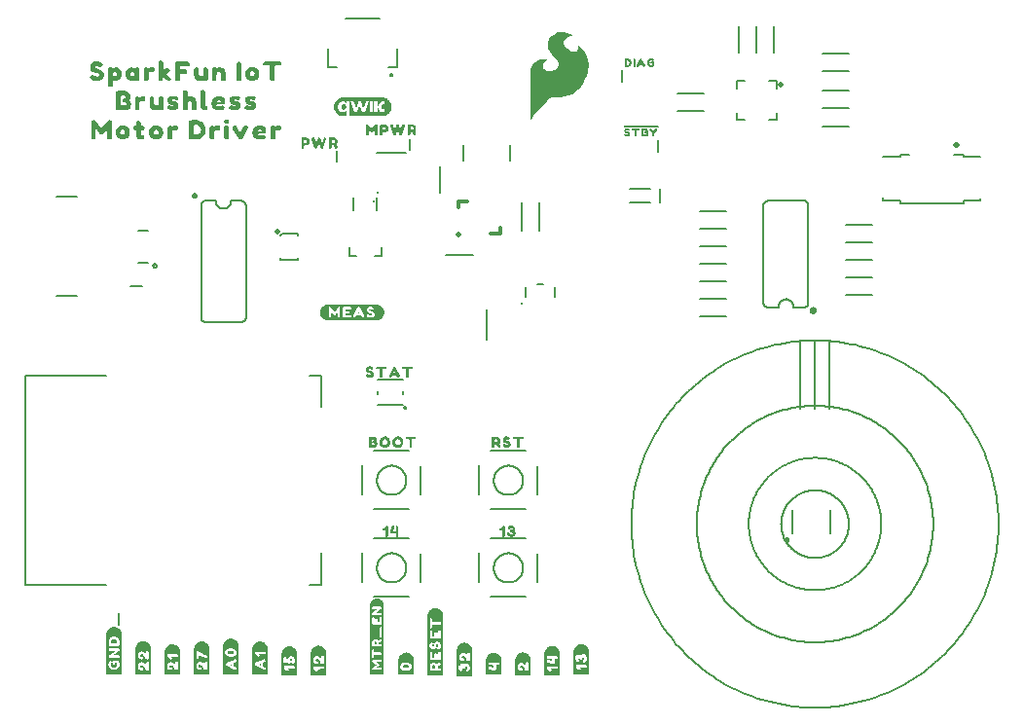
<source format=gto>
G04 EAGLE Gerber RS-274X export*
G75*
%MOMM*%
%FSLAX34Y34*%
%LPD*%
%INSilkscreen Top*%
%IPPOS*%
%AMOC8*
5,1,8,0,0,1.08239X$1,22.5*%
G01*
%ADD10C,0.203200*%
%ADD11C,0.127000*%
%ADD12C,0.508000*%
%ADD13C,0.254000*%
%ADD14C,0.152400*%
%ADD15C,0.254000*%
%ADD16C,0.177800*%
%ADD17C,0.280000*%
%ADD18C,0.300000*%
%ADD19C,0.300000*%

G36*
X438078Y516989D02*
X438078Y516989D01*
X438105Y516985D01*
X438305Y517185D01*
X438306Y517191D01*
X438310Y517191D01*
X438808Y517889D01*
X439707Y518887D01*
X439707Y518888D01*
X439708Y518888D01*
X440808Y520188D01*
X440808Y520189D01*
X442107Y521788D01*
X443607Y523487D01*
X445307Y525387D01*
X447106Y527286D01*
X447106Y527287D01*
X447107Y527287D01*
X449007Y529387D01*
X450706Y531287D01*
X452304Y532884D01*
X453801Y534282D01*
X455296Y535378D01*
X456887Y536173D01*
X458675Y536571D01*
X464470Y536571D01*
X464472Y536572D01*
X464476Y536572D01*
X464477Y536571D01*
X467977Y537071D01*
X467980Y537075D01*
X467983Y537073D01*
X471283Y537973D01*
X471286Y537976D01*
X471289Y537975D01*
X474389Y539275D01*
X474392Y539280D01*
X474397Y539279D01*
X477197Y541079D01*
X477198Y541082D01*
X477201Y541082D01*
X479701Y543082D01*
X479702Y543086D01*
X479706Y543086D01*
X482006Y545486D01*
X482006Y545490D01*
X482009Y545490D01*
X484109Y548190D01*
X484109Y548196D01*
X484114Y548197D01*
X487014Y553697D01*
X487012Y553705D01*
X487018Y553707D01*
X488518Y559207D01*
X488515Y559212D01*
X488518Y559214D01*
X488517Y559215D01*
X488519Y559217D01*
X488819Y564417D01*
X488815Y564423D01*
X488819Y564427D01*
X488119Y569327D01*
X488114Y569332D01*
X488117Y569336D01*
X486617Y573636D01*
X486610Y573640D01*
X486612Y573645D01*
X484512Y577145D01*
X484505Y577148D01*
X484506Y577153D01*
X482106Y579753D01*
X482095Y579755D01*
X482093Y579763D01*
X479493Y581163D01*
X479470Y581160D01*
X479446Y581163D01*
X479445Y581156D01*
X479435Y581154D01*
X479440Y581120D01*
X479435Y581085D01*
X479521Y581000D01*
X479521Y580820D01*
X479525Y580814D01*
X479522Y580810D01*
X479621Y580315D01*
X479621Y578728D01*
X479324Y577838D01*
X478929Y576948D01*
X478243Y576263D01*
X477161Y575869D01*
X476175Y575869D01*
X475083Y576068D01*
X473990Y576465D01*
X472895Y577063D01*
X470701Y578459D01*
X468909Y580251D01*
X468212Y581346D01*
X467615Y582341D01*
X467318Y583230D01*
X467220Y584219D01*
X467318Y585009D01*
X467615Y585899D01*
X468110Y586692D01*
X468706Y587486D01*
X469798Y588379D01*
X471088Y589074D01*
X472280Y589372D01*
X473574Y589571D01*
X474567Y589571D01*
X475463Y589471D01*
X476062Y589371D01*
X476067Y589374D01*
X476070Y589371D01*
X476270Y589371D01*
X476283Y589381D01*
X476300Y589381D01*
X476300Y589393D01*
X476317Y589407D01*
X476300Y589430D01*
X476300Y589459D01*
X475900Y589759D01*
X475899Y589759D01*
X475899Y589760D01*
X474799Y590560D01*
X474794Y590560D01*
X474794Y590563D01*
X472994Y591563D01*
X472991Y591563D01*
X472990Y591565D01*
X470790Y592565D01*
X470783Y592563D01*
X470780Y592568D01*
X467980Y593168D01*
X467975Y593166D01*
X467973Y593169D01*
X464973Y593369D01*
X464965Y593364D01*
X464960Y593368D01*
X461660Y592668D01*
X461653Y592661D01*
X461647Y592664D01*
X458247Y590864D01*
X458244Y590856D01*
X458238Y590858D01*
X455638Y588658D01*
X455636Y588648D01*
X455629Y588647D01*
X454029Y586247D01*
X454030Y586238D01*
X454023Y586236D01*
X453223Y583836D01*
X453227Y583825D01*
X453221Y583820D01*
X453221Y581220D01*
X453227Y581212D01*
X453222Y581207D01*
X453922Y578607D01*
X453929Y578602D01*
X453927Y578597D01*
X455327Y575997D01*
X455331Y575995D01*
X455330Y575991D01*
X457230Y573391D01*
X457236Y573389D01*
X457235Y573385D01*
X459833Y570787D01*
X461728Y568494D01*
X462721Y566308D01*
X462820Y564228D01*
X462127Y562345D01*
X460837Y560758D01*
X459050Y559666D01*
X456863Y559069D01*
X454475Y559069D01*
X452885Y559367D01*
X451595Y559963D01*
X450503Y560757D01*
X449710Y561649D01*
X449117Y562638D01*
X448919Y563625D01*
X448919Y564615D01*
X449116Y565500D01*
X449608Y566188D01*
X450203Y566784D01*
X450899Y567380D01*
X452290Y568175D01*
X452886Y568373D01*
X452891Y568381D01*
X452897Y568379D01*
X453195Y568577D01*
X453392Y568676D01*
X453397Y568685D01*
X453406Y568687D01*
X453404Y568700D01*
X453418Y568729D01*
X453397Y568740D01*
X453392Y568764D01*
X453192Y568864D01*
X453183Y568862D01*
X453180Y568868D01*
X452682Y568968D01*
X451984Y569167D01*
X451980Y569166D01*
X451979Y569168D01*
X450879Y569368D01*
X450876Y569367D01*
X450874Y569369D01*
X449674Y569469D01*
X449669Y569466D01*
X449667Y569469D01*
X448267Y569369D01*
X448263Y569366D01*
X448260Y569368D01*
X446760Y569068D01*
X446758Y569066D01*
X446756Y569067D01*
X445056Y568567D01*
X445053Y568564D01*
X445051Y568565D01*
X443651Y567965D01*
X443648Y567960D01*
X443643Y567961D01*
X442243Y567061D01*
X442241Y567056D01*
X442237Y567056D01*
X441037Y565956D01*
X441036Y565950D01*
X441031Y565950D01*
X439931Y564550D01*
X439931Y564542D01*
X439925Y564541D01*
X439125Y562841D01*
X439126Y562838D01*
X439125Y562837D01*
X439124Y562836D01*
X438424Y560836D01*
X438426Y560829D01*
X438421Y560826D01*
X438121Y558326D01*
X438123Y558323D01*
X438121Y558322D01*
X438021Y555422D01*
X438022Y555421D01*
X438021Y555420D01*
X438021Y517020D01*
X438029Y517009D01*
X438027Y516996D01*
X438040Y516994D01*
X438057Y516973D01*
X438078Y516989D01*
G37*
G36*
X362126Y33330D02*
X362126Y33330D01*
X362139Y33330D01*
X362439Y33730D01*
X362439Y33738D01*
X362443Y33741D01*
X362439Y33745D01*
X362439Y33752D01*
X362449Y33760D01*
X362449Y85160D01*
X362446Y85164D01*
X362449Y85167D01*
X362249Y86567D01*
X362248Y86568D01*
X362249Y86568D01*
X362149Y87168D01*
X362142Y87174D01*
X362145Y87179D01*
X361845Y87879D01*
X361843Y87881D01*
X361844Y87882D01*
X361244Y89082D01*
X361237Y89085D01*
X361238Y89091D01*
X360838Y89591D01*
X360834Y89592D01*
X360835Y89595D01*
X359835Y90595D01*
X359826Y90596D01*
X359825Y90602D01*
X359326Y90902D01*
X358727Y91301D01*
X358723Y91301D01*
X358722Y91304D01*
X358122Y91604D01*
X358115Y91603D01*
X358114Y91607D01*
X357414Y91807D01*
X357410Y91806D01*
X357408Y91809D01*
X356808Y91909D01*
X356807Y91908D01*
X356807Y91909D01*
X356107Y92009D01*
X356102Y92006D01*
X356100Y92009D01*
X354700Y92009D01*
X354691Y92002D01*
X354684Y92007D01*
X354089Y91808D01*
X353393Y91709D01*
X353385Y91701D01*
X353378Y91704D01*
X352178Y91104D01*
X352176Y91100D01*
X352173Y91101D01*
X351573Y90701D01*
X351572Y90698D01*
X351569Y90698D01*
X351069Y90298D01*
X351068Y90294D01*
X351065Y90295D01*
X350565Y89795D01*
X350565Y89791D01*
X350562Y89791D01*
X350162Y89291D01*
X350161Y89287D01*
X350159Y89287D01*
X349759Y88687D01*
X349759Y88683D01*
X349756Y88682D01*
X349156Y87482D01*
X349157Y87477D01*
X349153Y87476D01*
X348953Y86876D01*
X348955Y86869D01*
X348951Y86867D01*
X348751Y85467D01*
X348754Y85462D01*
X348751Y85460D01*
X348751Y36760D01*
X348751Y36759D01*
X348751Y36758D01*
X348753Y36756D01*
X348787Y36713D01*
X348801Y36723D01*
X348810Y36716D01*
X348783Y36706D01*
X348770Y36687D01*
X348753Y36673D01*
X348758Y36667D01*
X348756Y36664D01*
X348751Y36660D01*
X348751Y33660D01*
X348770Y33634D01*
X348770Y33621D01*
X349170Y33321D01*
X349192Y33321D01*
X349200Y33311D01*
X362100Y33311D01*
X362126Y33330D01*
G37*
G36*
X310416Y34603D02*
X310416Y34603D01*
X310427Y34599D01*
X310727Y34799D01*
X310733Y34816D01*
X310743Y34824D01*
X310738Y34830D01*
X310739Y34832D01*
X310749Y34840D01*
X310749Y95340D01*
X310746Y95345D01*
X310749Y95348D01*
X310649Y95948D01*
X310644Y95952D01*
X310647Y95956D01*
X310447Y96556D01*
X310445Y96557D01*
X310446Y96558D01*
X310246Y97058D01*
X310241Y97061D01*
X310242Y97065D01*
X309942Y97565D01*
X309938Y97567D01*
X309938Y97571D01*
X309540Y98068D01*
X309242Y98565D01*
X309231Y98570D01*
X309231Y98578D01*
X308733Y98977D01*
X308335Y99375D01*
X308326Y99376D01*
X308325Y99382D01*
X307825Y99682D01*
X307822Y99682D01*
X307822Y99684D01*
X307222Y99984D01*
X307219Y99983D01*
X307218Y99986D01*
X306718Y100186D01*
X306716Y100185D01*
X306716Y100187D01*
X306116Y100387D01*
X306110Y100385D01*
X306108Y100389D01*
X305508Y100489D01*
X305506Y100487D01*
X305502Y100487D01*
X305500Y100489D01*
X304400Y100489D01*
X304397Y100487D01*
X304393Y100487D01*
X304392Y100489D01*
X303192Y100289D01*
X303188Y100284D01*
X303184Y100287D01*
X302584Y100087D01*
X302580Y100080D01*
X302575Y100082D01*
X302078Y99784D01*
X301582Y99586D01*
X301576Y99577D01*
X301569Y99578D01*
X301069Y99178D01*
X301068Y99174D01*
X301065Y99175D01*
X300265Y98375D01*
X300265Y98371D01*
X300262Y98371D01*
X299862Y97871D01*
X299861Y97866D01*
X299858Y97865D01*
X299258Y96865D01*
X299258Y96859D01*
X299254Y96856D01*
X299253Y96856D01*
X299053Y96256D01*
X299055Y96250D01*
X299051Y96248D01*
X298851Y95048D01*
X298854Y95043D01*
X298851Y95040D01*
X298851Y34940D01*
X298867Y34919D01*
X298865Y34905D01*
X299165Y34605D01*
X299192Y34602D01*
X299200Y34591D01*
X310400Y34591D01*
X310416Y34603D01*
G37*
G36*
X304914Y342404D02*
X304914Y342404D01*
X304917Y342401D01*
X305617Y342501D01*
X305622Y342506D01*
X305626Y342503D01*
X306225Y342703D01*
X306924Y342903D01*
X306928Y342908D01*
X306932Y342906D01*
X308132Y343506D01*
X308135Y343513D01*
X308141Y343512D01*
X308641Y343912D01*
X308642Y343916D01*
X308645Y343915D01*
X309645Y344915D01*
X309645Y344919D01*
X309648Y344919D01*
X310048Y345419D01*
X310049Y345427D01*
X310054Y345428D01*
X310654Y346628D01*
X310653Y346635D01*
X310657Y346636D01*
X310857Y347335D01*
X311057Y347934D01*
X311055Y347941D01*
X311059Y347943D01*
X311159Y348643D01*
X311156Y348648D01*
X311159Y348650D01*
X311159Y349950D01*
X311156Y349954D01*
X311159Y349957D01*
X311059Y350657D01*
X311055Y350661D01*
X311057Y350664D01*
X310857Y351364D01*
X310852Y351368D01*
X310854Y351372D01*
X309954Y353172D01*
X309947Y353175D01*
X309948Y353181D01*
X309548Y353681D01*
X309544Y353682D01*
X309545Y353685D01*
X308545Y354685D01*
X308533Y354686D01*
X308532Y354694D01*
X307935Y354993D01*
X307337Y355391D01*
X307328Y355390D01*
X307326Y355397D01*
X306126Y355797D01*
X306124Y355796D01*
X306124Y355797D01*
X305424Y355997D01*
X305419Y355996D01*
X305417Y355999D01*
X304717Y356099D01*
X304712Y356096D01*
X304710Y356099D01*
X261610Y356099D01*
X261605Y356096D01*
X261602Y356099D01*
X261002Y355999D01*
X260999Y355995D01*
X260996Y355997D01*
X260296Y355797D01*
X260295Y355796D01*
X260294Y355797D01*
X259695Y355597D01*
X258996Y355397D01*
X258988Y355386D01*
X258979Y355388D01*
X258481Y354990D01*
X257883Y354591D01*
X257882Y354588D01*
X257879Y354588D01*
X257379Y354188D01*
X257378Y354184D01*
X257375Y354185D01*
X256875Y353685D01*
X256875Y353681D01*
X256872Y353681D01*
X256472Y353181D01*
X256471Y353177D01*
X256469Y353177D01*
X256069Y352577D01*
X256069Y352573D01*
X256066Y352572D01*
X255766Y351972D01*
X255766Y351969D01*
X255765Y351969D01*
X255767Y351967D01*
X255763Y351966D01*
X255563Y351366D01*
X255564Y351364D01*
X255563Y351364D01*
X255363Y350664D01*
X255365Y350659D01*
X255361Y350657D01*
X255261Y349957D01*
X255264Y349952D01*
X255261Y349950D01*
X255261Y348650D01*
X255264Y348646D01*
X255261Y348643D01*
X255361Y347943D01*
X255365Y347939D01*
X255363Y347936D01*
X255563Y347236D01*
X255564Y347235D01*
X255563Y347234D01*
X255763Y346634D01*
X255768Y346631D01*
X255766Y346628D01*
X256366Y345428D01*
X256376Y345423D01*
X256375Y345415D01*
X256873Y344917D01*
X257272Y344419D01*
X257276Y344418D01*
X257275Y344415D01*
X257775Y343915D01*
X257782Y343914D01*
X257783Y343909D01*
X258383Y343509D01*
X258385Y343509D01*
X258385Y343508D01*
X258885Y343208D01*
X258890Y343208D01*
X258891Y343205D01*
X259591Y342905D01*
X259594Y342906D01*
X259594Y342903D01*
X260194Y342703D01*
X260196Y342704D01*
X260196Y342703D01*
X260896Y342503D01*
X260900Y342504D01*
X260902Y342501D01*
X261502Y342401D01*
X261507Y342404D01*
X261510Y342401D01*
X304910Y342401D01*
X304914Y342404D01*
G37*
G36*
X281562Y519993D02*
X281562Y519993D01*
X309059Y519993D01*
X309061Y519994D01*
X309063Y519993D01*
X309590Y520026D01*
X309591Y520026D01*
X309593Y520026D01*
X310645Y520132D01*
X310647Y520134D01*
X310651Y520133D01*
X311167Y520240D01*
X311169Y520242D01*
X311172Y520241D01*
X312183Y520555D01*
X312184Y520557D01*
X312188Y520557D01*
X312673Y520762D01*
X312675Y520764D01*
X312679Y520764D01*
X313608Y521269D01*
X313610Y521272D01*
X313614Y521272D01*
X314048Y521570D01*
X314049Y521573D01*
X314052Y521574D01*
X314868Y522247D01*
X314869Y522250D01*
X314873Y522252D01*
X315238Y522631D01*
X315239Y522633D01*
X315241Y522635D01*
X315914Y523450D01*
X315915Y523454D01*
X315919Y523457D01*
X316200Y523902D01*
X316200Y523904D01*
X316202Y523906D01*
X316707Y524835D01*
X316706Y524839D01*
X316710Y524843D01*
X316896Y525336D01*
X316895Y525338D01*
X316897Y525340D01*
X317211Y526350D01*
X317210Y526354D01*
X317213Y526358D01*
X317298Y526878D01*
X317297Y526879D01*
X317299Y526882D01*
X317405Y527934D01*
X317403Y527937D01*
X317405Y527941D01*
X317397Y528467D01*
X317395Y528469D01*
X317396Y528473D01*
X317290Y529525D01*
X317288Y529527D01*
X317289Y529531D01*
X317187Y530047D01*
X317185Y530049D01*
X317185Y530053D01*
X316872Y531063D01*
X316869Y531065D01*
X316870Y531069D01*
X316668Y531555D01*
X316666Y531557D01*
X316666Y531561D01*
X316161Y532490D01*
X316159Y532492D01*
X316158Y532496D01*
X315863Y532932D01*
X315861Y532933D01*
X315860Y532937D01*
X315187Y533752D01*
X315184Y533753D01*
X315182Y533757D01*
X314805Y534125D01*
X314803Y534126D01*
X314802Y534129D01*
X313986Y534802D01*
X313982Y534802D01*
X313980Y534806D01*
X313536Y535090D01*
X313534Y535090D01*
X313533Y535093D01*
X312603Y535597D01*
X312599Y535597D01*
X312596Y535601D01*
X312104Y535790D01*
X312102Y535790D01*
X312100Y535791D01*
X311090Y536105D01*
X311087Y536104D01*
X311082Y536107D01*
X310564Y536197D01*
X310562Y536196D01*
X310559Y536197D01*
X309507Y536303D01*
X309266Y536328D01*
X309263Y536326D01*
X309260Y536328D01*
X275944Y536328D01*
X275415Y536323D01*
X275413Y536321D01*
X275410Y536322D01*
X273831Y536163D01*
X273827Y536160D01*
X273819Y536161D01*
X272304Y535691D01*
X272300Y535686D01*
X272292Y535686D01*
X270899Y534929D01*
X270896Y534924D01*
X270889Y534922D01*
X269671Y533906D01*
X269669Y533901D01*
X269662Y533897D01*
X268664Y532666D01*
X268664Y532661D01*
X268658Y532656D01*
X268153Y531727D01*
X268154Y531726D01*
X268152Y531725D01*
X267917Y531253D01*
X267918Y531248D01*
X267913Y531243D01*
X267600Y530233D01*
X267600Y530232D01*
X267599Y530231D01*
X267460Y529723D01*
X267461Y529718D01*
X267458Y529712D01*
X267305Y528134D01*
X267308Y528129D01*
X267305Y528121D01*
X267465Y526543D01*
X267468Y526539D01*
X267467Y526531D01*
X267933Y525015D01*
X267937Y525011D01*
X267938Y525003D01*
X268689Y523607D01*
X268694Y523604D01*
X268696Y523597D01*
X268811Y523458D01*
X269018Y523207D01*
X269226Y522956D01*
X269434Y522705D01*
X269642Y522454D01*
X269707Y522375D01*
X269713Y522373D01*
X269716Y522366D01*
X270946Y521365D01*
X270951Y521365D01*
X270956Y521359D01*
X272356Y520615D01*
X272361Y520616D01*
X272367Y520610D01*
X273885Y520153D01*
X273890Y520155D01*
X273897Y520151D01*
X275475Y519993D01*
X275478Y519994D01*
X275481Y519993D01*
X277978Y519993D01*
X277997Y520005D01*
X278020Y520009D01*
X278026Y520024D01*
X278035Y520029D01*
X278033Y520040D01*
X278040Y520056D01*
X278039Y520205D01*
X278039Y524588D01*
X278032Y524599D01*
X278034Y524612D01*
X278015Y524625D01*
X278002Y524645D01*
X277989Y524643D01*
X277978Y524651D01*
X277944Y524637D01*
X277935Y524635D01*
X277933Y524632D01*
X277930Y524631D01*
X277708Y524392D01*
X277327Y524038D01*
X276894Y523754D01*
X276422Y523541D01*
X275920Y523415D01*
X275404Y523358D01*
X274883Y523379D01*
X274364Y523428D01*
X273862Y523565D01*
X273371Y523735D01*
X272918Y523989D01*
X272501Y524297D01*
X272114Y524643D01*
X271806Y525062D01*
X271529Y525502D01*
X271314Y525977D01*
X271154Y526472D01*
X271029Y526979D01*
X270930Y528021D01*
X270995Y529065D01*
X271110Y529574D01*
X271243Y530079D01*
X271459Y530552D01*
X271713Y531007D01*
X272019Y531427D01*
X272391Y531788D01*
X272794Y532113D01*
X273248Y532366D01*
X273732Y532554D01*
X274229Y532705D01*
X275270Y532785D01*
X275787Y532736D01*
X276293Y532621D01*
X276775Y532431D01*
X277217Y532162D01*
X277618Y531829D01*
X277933Y531534D01*
X277944Y531532D01*
X277950Y531523D01*
X277975Y531527D01*
X278000Y531522D01*
X278006Y531531D01*
X278017Y531533D01*
X278036Y531574D01*
X278039Y531578D01*
X278038Y531579D01*
X278039Y531580D01*
X278039Y532635D01*
X278043Y532688D01*
X280988Y532688D01*
X280988Y520048D01*
X281000Y520029D01*
X281004Y520006D01*
X281019Y520000D01*
X281024Y519991D01*
X281035Y519993D01*
X281051Y519986D01*
X281562Y519993D01*
G37*
G36*
X82405Y34394D02*
X82405Y34394D01*
X82408Y34391D01*
X83008Y34491D01*
X83049Y34535D01*
X83046Y34538D01*
X83049Y34540D01*
X83049Y69140D01*
X83046Y69145D01*
X83049Y69148D01*
X82949Y69748D01*
X82849Y70447D01*
X82844Y70452D01*
X82847Y70456D01*
X82647Y71055D01*
X82447Y71754D01*
X82439Y71760D01*
X82441Y71767D01*
X82042Y72366D01*
X81742Y72865D01*
X81737Y72867D01*
X81738Y72872D01*
X81238Y73472D01*
X81234Y73472D01*
X81235Y73475D01*
X80835Y73875D01*
X80831Y73875D01*
X80832Y73878D01*
X80232Y74378D01*
X80231Y74378D01*
X79731Y74778D01*
X79723Y74779D01*
X79722Y74784D01*
X79122Y75084D01*
X79117Y75083D01*
X79116Y75087D01*
X78516Y75287D01*
X78514Y75286D01*
X78514Y75287D01*
X77114Y75687D01*
X77104Y75684D01*
X77100Y75689D01*
X75800Y75689D01*
X75796Y75686D01*
X75793Y75689D01*
X75093Y75589D01*
X75092Y75588D01*
X75092Y75589D01*
X74492Y75489D01*
X74489Y75485D01*
X74486Y75487D01*
X73786Y75287D01*
X73782Y75282D01*
X73778Y75284D01*
X72578Y74684D01*
X72576Y74680D01*
X72573Y74681D01*
X71973Y74281D01*
X71972Y74278D01*
X71969Y74278D01*
X71469Y73878D01*
X71467Y73871D01*
X71462Y73871D01*
X71062Y73371D01*
X70562Y72772D01*
X70562Y72766D01*
X70558Y72765D01*
X70258Y72265D01*
X70258Y72260D01*
X70255Y72259D01*
X69955Y71561D01*
X69656Y70962D01*
X69658Y70952D01*
X69655Y70950D01*
X69651Y70948D01*
X69551Y70348D01*
X69552Y70347D01*
X69551Y70347D01*
X69351Y68947D01*
X69354Y68942D01*
X69351Y68940D01*
X69351Y37840D01*
X69357Y37832D01*
X69354Y37822D01*
X69367Y37818D01*
X69387Y37793D01*
X69402Y37804D01*
X69370Y37779D01*
X69365Y37763D01*
X69353Y37753D01*
X69358Y37746D01*
X69351Y37740D01*
X69351Y34940D01*
X69359Y34929D01*
X69354Y34922D01*
X69554Y34422D01*
X69595Y34397D01*
X69600Y34391D01*
X82400Y34391D01*
X82405Y34394D01*
G37*
G36*
X184005Y34414D02*
X184005Y34414D01*
X184008Y34411D01*
X184608Y34511D01*
X184649Y34555D01*
X184646Y34558D01*
X184649Y34560D01*
X184649Y58860D01*
X184646Y58864D01*
X184649Y58867D01*
X184449Y60267D01*
X184444Y60272D01*
X184447Y60276D01*
X184047Y61476D01*
X184042Y61479D01*
X184044Y61482D01*
X183744Y62082D01*
X183740Y62084D01*
X183741Y62087D01*
X183341Y62687D01*
X183338Y62688D01*
X183338Y62691D01*
X182938Y63191D01*
X182934Y63192D01*
X182935Y63195D01*
X182435Y63695D01*
X182431Y63695D01*
X182431Y63698D01*
X181931Y64098D01*
X181927Y64099D01*
X181927Y64101D01*
X181327Y64501D01*
X181323Y64501D01*
X181322Y64504D01*
X180122Y65104D01*
X180115Y65103D01*
X180114Y65107D01*
X179414Y65307D01*
X179410Y65306D01*
X179408Y65309D01*
X178808Y65409D01*
X178807Y65408D01*
X178807Y65409D01*
X178107Y65509D01*
X178102Y65506D01*
X178100Y65509D01*
X177400Y65509D01*
X177395Y65506D01*
X177392Y65509D01*
X176792Y65409D01*
X176093Y65309D01*
X176089Y65305D01*
X176086Y65307D01*
X175386Y65107D01*
X175382Y65102D01*
X175378Y65104D01*
X174178Y64504D01*
X174175Y64497D01*
X174169Y64498D01*
X173169Y63698D01*
X173168Y63694D01*
X173165Y63695D01*
X172665Y63195D01*
X172664Y63188D01*
X172659Y63187D01*
X172260Y62589D01*
X171862Y62091D01*
X171861Y62083D01*
X171856Y62082D01*
X171556Y61482D01*
X171557Y61475D01*
X171553Y61474D01*
X171353Y60775D01*
X171153Y60176D01*
X171155Y60169D01*
X171151Y60167D01*
X170951Y58767D01*
X170954Y58762D01*
X170951Y58760D01*
X170951Y35060D01*
X170954Y35055D01*
X170951Y35052D01*
X171051Y34452D01*
X171095Y34411D01*
X171098Y34414D01*
X171100Y34411D01*
X184000Y34411D01*
X184005Y34414D01*
G37*
G36*
X108447Y34177D02*
X108447Y34177D01*
X108442Y34184D01*
X108449Y34190D01*
X108449Y56490D01*
X108446Y56494D01*
X108449Y56497D01*
X108249Y57897D01*
X108244Y57902D01*
X108247Y57906D01*
X108047Y58505D01*
X107847Y59204D01*
X107842Y59208D01*
X107844Y59212D01*
X107544Y59812D01*
X107537Y59815D01*
X107538Y59821D01*
X107140Y60319D01*
X106741Y60917D01*
X106734Y60920D01*
X106735Y60925D01*
X106235Y61425D01*
X106231Y61425D01*
X106231Y61428D01*
X105731Y61828D01*
X105727Y61829D01*
X105727Y61831D01*
X105127Y62231D01*
X105126Y62231D01*
X105125Y62232D01*
X104625Y62532D01*
X104620Y62532D01*
X104619Y62535D01*
X103919Y62835D01*
X103916Y62835D01*
X103916Y62837D01*
X103316Y63037D01*
X103309Y63035D01*
X103307Y63039D01*
X101907Y63239D01*
X101902Y63236D01*
X101900Y63239D01*
X101300Y63239D01*
X101296Y63236D01*
X101293Y63239D01*
X99893Y63039D01*
X99888Y63034D01*
X99884Y63037D01*
X99284Y62837D01*
X99281Y62832D01*
X99278Y62834D01*
X98078Y62234D01*
X98076Y62230D01*
X98073Y62231D01*
X97473Y61831D01*
X97472Y61828D01*
X97469Y61828D01*
X96969Y61428D01*
X96968Y61424D01*
X96965Y61425D01*
X96465Y60925D01*
X96465Y60921D01*
X96462Y60921D01*
X96062Y60421D01*
X96061Y60417D01*
X96059Y60417D01*
X95659Y59817D01*
X95659Y59813D01*
X95656Y59812D01*
X95356Y59212D01*
X95357Y59207D01*
X95353Y59206D01*
X95153Y58606D01*
X95154Y58604D01*
X95153Y58604D01*
X94953Y57904D01*
X94955Y57899D01*
X94951Y57897D01*
X94851Y57198D01*
X94751Y56598D01*
X94754Y56593D01*
X94751Y56590D01*
X94751Y34190D01*
X94787Y34143D01*
X94794Y34148D01*
X94800Y34141D01*
X108400Y34141D01*
X108447Y34177D01*
G37*
G36*
X387526Y32990D02*
X387526Y32990D01*
X387539Y32990D01*
X387839Y33390D01*
X387839Y33398D01*
X387843Y33401D01*
X387839Y33405D01*
X387839Y33412D01*
X387849Y33420D01*
X387849Y55120D01*
X387846Y55124D01*
X387849Y55127D01*
X387749Y55827D01*
X387748Y55828D01*
X387749Y55828D01*
X387649Y56428D01*
X387549Y57127D01*
X387541Y57135D01*
X387544Y57142D01*
X386644Y58942D01*
X386637Y58945D01*
X386638Y58951D01*
X386238Y59451D01*
X386234Y59452D01*
X386235Y59455D01*
X385235Y60455D01*
X385228Y60456D01*
X385227Y60461D01*
X384627Y60861D01*
X384626Y60861D01*
X384625Y60862D01*
X384125Y61162D01*
X384120Y61162D01*
X384119Y61165D01*
X383419Y61465D01*
X383416Y61465D01*
X383416Y61467D01*
X382816Y61667D01*
X382809Y61665D01*
X382807Y61669D01*
X382108Y61769D01*
X381508Y61869D01*
X381503Y61866D01*
X381500Y61869D01*
X380100Y61869D01*
X380092Y61863D01*
X380086Y61867D01*
X379386Y61667D01*
X379385Y61666D01*
X379384Y61667D01*
X378184Y61267D01*
X378181Y61262D01*
X378178Y61264D01*
X377578Y60964D01*
X377576Y60960D01*
X377573Y60961D01*
X376973Y60561D01*
X376972Y60558D01*
X376969Y60558D01*
X376469Y60158D01*
X376468Y60154D01*
X376465Y60155D01*
X375965Y59655D01*
X375965Y59651D01*
X375962Y59651D01*
X375562Y59151D01*
X375561Y59147D01*
X375559Y59147D01*
X375159Y58547D01*
X375159Y58543D01*
X375156Y58542D01*
X374556Y57342D01*
X374557Y57335D01*
X374553Y57334D01*
X374353Y56634D01*
X374354Y56630D01*
X374351Y56628D01*
X374251Y56028D01*
X374252Y56027D01*
X374251Y56027D01*
X374151Y55327D01*
X374154Y55322D01*
X374151Y55320D01*
X374151Y36420D01*
X374158Y36410D01*
X374156Y36398D01*
X374169Y36395D01*
X374186Y36373D01*
X374168Y36357D01*
X374165Y36342D01*
X374153Y36333D01*
X374158Y36326D01*
X374151Y36320D01*
X374151Y33220D01*
X374180Y33182D01*
X374182Y33174D01*
X374682Y32974D01*
X374695Y32978D01*
X374700Y32971D01*
X387500Y32971D01*
X387526Y32990D01*
G37*
G36*
X159038Y34370D02*
X159038Y34370D01*
X159046Y34372D01*
X159246Y34872D01*
X159242Y34885D01*
X159249Y34890D01*
X159249Y56590D01*
X159246Y56595D01*
X159249Y56598D01*
X159149Y57198D01*
X159145Y57201D01*
X159147Y57204D01*
X158747Y58604D01*
X158746Y58605D01*
X158747Y58606D01*
X158547Y59206D01*
X158539Y59211D01*
X158541Y59217D01*
X158142Y59816D01*
X157842Y60315D01*
X157834Y60319D01*
X157835Y60325D01*
X156835Y61325D01*
X156831Y61325D01*
X156831Y61328D01*
X156331Y61728D01*
X156327Y61729D01*
X156327Y61731D01*
X155727Y62131D01*
X155723Y62131D01*
X155722Y62134D01*
X155122Y62434D01*
X155117Y62433D01*
X155116Y62437D01*
X154516Y62637D01*
X154514Y62636D01*
X154514Y62637D01*
X153814Y62837D01*
X153810Y62836D01*
X153808Y62839D01*
X153208Y62939D01*
X153207Y62938D01*
X153207Y62939D01*
X152507Y63039D01*
X152498Y63034D01*
X152493Y63039D01*
X151093Y62839D01*
X151092Y62838D01*
X151092Y62839D01*
X150492Y62739D01*
X150488Y62734D01*
X150484Y62737D01*
X149884Y62537D01*
X149883Y62534D01*
X149881Y62535D01*
X149181Y62235D01*
X149176Y62227D01*
X149169Y62228D01*
X148671Y61830D01*
X148073Y61431D01*
X148072Y61428D01*
X148069Y61428D01*
X147569Y61028D01*
X147567Y61021D01*
X147562Y61021D01*
X147162Y60521D01*
X147161Y60517D01*
X147159Y60517D01*
X146359Y59317D01*
X146359Y59313D01*
X146356Y59312D01*
X146056Y58712D01*
X146057Y58707D01*
X146053Y58706D01*
X145853Y58106D01*
X145854Y58104D01*
X145853Y58104D01*
X145653Y57404D01*
X145653Y57403D01*
X145653Y57402D01*
X145656Y57394D01*
X145651Y57390D01*
X145651Y56793D01*
X145551Y56097D01*
X145554Y56092D01*
X145551Y56090D01*
X145551Y34590D01*
X145580Y34552D01*
X145582Y34544D01*
X146082Y34344D01*
X146095Y34348D01*
X146100Y34341D01*
X159000Y34341D01*
X159038Y34370D01*
G37*
G36*
X209947Y34477D02*
X209947Y34477D01*
X209944Y34481D01*
X209949Y34483D01*
X210049Y35183D01*
X210046Y35188D01*
X210049Y35190D01*
X210049Y56190D01*
X210046Y56194D01*
X210049Y56197D01*
X209949Y56897D01*
X209948Y56898D01*
X209949Y56898D01*
X209849Y57498D01*
X209845Y57501D01*
X209847Y57504D01*
X209647Y58204D01*
X209646Y58205D01*
X209647Y58206D01*
X209447Y58806D01*
X209442Y58809D01*
X209444Y58812D01*
X209144Y59412D01*
X209140Y59414D01*
X209141Y59417D01*
X208741Y60017D01*
X208738Y60018D01*
X208738Y60021D01*
X208338Y60521D01*
X208334Y60522D01*
X208335Y60525D01*
X207335Y61525D01*
X207326Y61526D01*
X207325Y61532D01*
X206826Y61832D01*
X206227Y62231D01*
X206216Y62230D01*
X206214Y62237D01*
X205515Y62437D01*
X204916Y62637D01*
X204914Y62636D01*
X204914Y62637D01*
X204214Y62837D01*
X204204Y62834D01*
X204200Y62839D01*
X202200Y62839D01*
X202192Y62833D01*
X202186Y62837D01*
X201486Y62637D01*
X201485Y62636D01*
X201484Y62637D01*
X200284Y62237D01*
X200281Y62232D01*
X200278Y62234D01*
X199678Y61934D01*
X199676Y61930D01*
X199673Y61931D01*
X199073Y61531D01*
X199070Y61524D01*
X199065Y61525D01*
X198567Y61027D01*
X198069Y60628D01*
X198067Y60618D01*
X198059Y60617D01*
X197660Y60019D01*
X197262Y59521D01*
X197261Y59513D01*
X197256Y59512D01*
X196956Y58912D01*
X196957Y58905D01*
X196953Y58904D01*
X196753Y58205D01*
X196553Y57606D01*
X196554Y57603D01*
X196552Y57602D01*
X196554Y57599D01*
X196551Y57597D01*
X196351Y56197D01*
X196354Y56192D01*
X196351Y56190D01*
X196351Y34590D01*
X196387Y34543D01*
X196391Y34546D01*
X196393Y34541D01*
X197093Y34441D01*
X197098Y34444D01*
X197100Y34441D01*
X209900Y34441D01*
X209947Y34477D01*
G37*
G36*
X260638Y33030D02*
X260638Y33030D01*
X260646Y33032D01*
X260846Y33532D01*
X260842Y33545D01*
X260849Y33550D01*
X260849Y52450D01*
X260846Y52454D01*
X260849Y52457D01*
X260649Y53857D01*
X260648Y53858D01*
X260649Y53858D01*
X260549Y54458D01*
X260542Y54464D01*
X260545Y54469D01*
X260245Y55169D01*
X260243Y55171D01*
X260244Y55172D01*
X259944Y55772D01*
X259941Y55773D01*
X259942Y55775D01*
X259642Y56275D01*
X259641Y56276D01*
X259641Y56277D01*
X259241Y56877D01*
X259234Y56880D01*
X259235Y56885D01*
X258735Y57385D01*
X258731Y57385D01*
X258731Y57388D01*
X258231Y57788D01*
X258227Y57789D01*
X258227Y57791D01*
X257627Y58191D01*
X257623Y58191D01*
X257622Y58194D01*
X256422Y58794D01*
X256417Y58793D01*
X256416Y58797D01*
X255816Y58997D01*
X255814Y58996D01*
X255814Y58997D01*
X255114Y59197D01*
X255109Y59196D01*
X255107Y59199D01*
X254407Y59299D01*
X254402Y59296D01*
X254400Y59299D01*
X253800Y59299D01*
X253796Y59296D01*
X253793Y59299D01*
X252393Y59099D01*
X252388Y59094D01*
X252384Y59097D01*
X251784Y58897D01*
X251781Y58892D01*
X251778Y58894D01*
X249978Y57994D01*
X249973Y57984D01*
X249965Y57985D01*
X248965Y56985D01*
X248965Y56981D01*
X248962Y56981D01*
X248162Y55981D01*
X248161Y55973D01*
X248156Y55972D01*
X247856Y55372D01*
X247856Y55370D01*
X247855Y55369D01*
X247555Y54669D01*
X247556Y54666D01*
X247553Y54666D01*
X247353Y54066D01*
X247355Y54059D01*
X247351Y54057D01*
X247251Y53358D01*
X247151Y52758D01*
X247154Y52753D01*
X247151Y52750D01*
X247151Y33250D01*
X247180Y33212D01*
X247182Y33204D01*
X247682Y33004D01*
X247695Y33008D01*
X247700Y33001D01*
X260600Y33001D01*
X260638Y33030D01*
G37*
G36*
X133638Y34300D02*
X133638Y34300D01*
X133646Y34302D01*
X133846Y34802D01*
X133842Y34815D01*
X133849Y34820D01*
X133849Y53720D01*
X133846Y53724D01*
X133849Y53727D01*
X133649Y55127D01*
X133648Y55128D01*
X133649Y55128D01*
X133549Y55728D01*
X133542Y55734D01*
X133545Y55739D01*
X133245Y56439D01*
X133243Y56441D01*
X133244Y56442D01*
X132944Y57042D01*
X132941Y57043D01*
X132942Y57045D01*
X132642Y57545D01*
X132641Y57546D01*
X132641Y57547D01*
X132241Y58147D01*
X132234Y58150D01*
X132235Y58155D01*
X131735Y58655D01*
X131731Y58655D01*
X131731Y58658D01*
X131231Y59058D01*
X131227Y59059D01*
X131227Y59061D01*
X130627Y59461D01*
X130623Y59461D01*
X130622Y59464D01*
X129422Y60064D01*
X129417Y60063D01*
X129416Y60067D01*
X128816Y60267D01*
X128814Y60266D01*
X128814Y60267D01*
X128114Y60467D01*
X128109Y60466D01*
X128107Y60469D01*
X127407Y60569D01*
X127402Y60566D01*
X127400Y60569D01*
X126800Y60569D01*
X126796Y60566D01*
X126793Y60569D01*
X125393Y60369D01*
X125388Y60364D01*
X125384Y60367D01*
X124784Y60167D01*
X124781Y60162D01*
X124778Y60164D01*
X122978Y59264D01*
X122973Y59254D01*
X122965Y59255D01*
X121965Y58255D01*
X121965Y58251D01*
X121962Y58251D01*
X121162Y57251D01*
X121161Y57243D01*
X121156Y57242D01*
X120856Y56642D01*
X120856Y56640D01*
X120855Y56639D01*
X120555Y55939D01*
X120556Y55936D01*
X120553Y55936D01*
X120353Y55336D01*
X120355Y55329D01*
X120351Y55327D01*
X120251Y54628D01*
X120151Y54028D01*
X120154Y54023D01*
X120151Y54020D01*
X120151Y34520D01*
X120180Y34482D01*
X120182Y34474D01*
X120682Y34274D01*
X120695Y34278D01*
X120700Y34271D01*
X133600Y34271D01*
X133638Y34300D01*
G37*
G36*
X488911Y34379D02*
X488911Y34379D01*
X488918Y34374D01*
X489418Y34574D01*
X489433Y34598D01*
X489440Y34604D01*
X489438Y34607D01*
X489443Y34615D01*
X489449Y34620D01*
X489449Y53620D01*
X489446Y53625D01*
X489449Y53628D01*
X489349Y54224D01*
X489349Y54920D01*
X489343Y54928D01*
X489347Y54934D01*
X489147Y55634D01*
X489146Y55635D01*
X489147Y55636D01*
X488947Y56236D01*
X488942Y56239D01*
X488944Y56242D01*
X488644Y56842D01*
X488640Y56844D01*
X488641Y56847D01*
X488241Y57447D01*
X488238Y57448D01*
X488238Y57451D01*
X487438Y58451D01*
X487434Y58452D01*
X487435Y58455D01*
X486935Y58955D01*
X486928Y58956D01*
X486927Y58961D01*
X486327Y59361D01*
X486323Y59361D01*
X486322Y59364D01*
X485122Y59964D01*
X485117Y59963D01*
X485116Y59967D01*
X484516Y60167D01*
X484514Y60166D01*
X484514Y60167D01*
X483814Y60367D01*
X483810Y60366D01*
X483808Y60369D01*
X483208Y60469D01*
X483203Y60466D01*
X483200Y60469D01*
X481800Y60469D01*
X481792Y60463D01*
X481786Y60467D01*
X481089Y60268D01*
X480492Y60169D01*
X480485Y60161D01*
X480478Y60164D01*
X478678Y59264D01*
X478673Y59254D01*
X478665Y59255D01*
X478167Y58757D01*
X477669Y58358D01*
X477667Y58351D01*
X477662Y58352D01*
X477162Y57752D01*
X477162Y57751D01*
X476762Y57251D01*
X476761Y57243D01*
X476756Y57242D01*
X476156Y56042D01*
X476157Y56035D01*
X476153Y56034D01*
X475953Y55334D01*
X475954Y55330D01*
X475951Y55328D01*
X475851Y54728D01*
X475852Y54727D01*
X475851Y54727D01*
X475751Y54027D01*
X475754Y54022D01*
X475751Y54020D01*
X475751Y34820D01*
X475764Y34802D01*
X475761Y34790D01*
X476061Y34390D01*
X476092Y34382D01*
X476100Y34371D01*
X488900Y34371D01*
X488911Y34379D01*
G37*
G36*
X463618Y33214D02*
X463618Y33214D01*
X463630Y33211D01*
X464030Y33511D01*
X464034Y33527D01*
X464041Y33532D01*
X464037Y33538D01*
X464039Y33542D01*
X464049Y33550D01*
X464049Y52550D01*
X464046Y52555D01*
X464049Y52558D01*
X463949Y53158D01*
X463849Y53857D01*
X463845Y53861D01*
X463847Y53864D01*
X463647Y54564D01*
X463642Y54568D01*
X463644Y54572D01*
X463044Y55772D01*
X463037Y55775D01*
X463038Y55781D01*
X462640Y56279D01*
X462241Y56877D01*
X462231Y56881D01*
X462231Y56888D01*
X461733Y57287D01*
X461235Y57785D01*
X461223Y57786D01*
X461222Y57794D01*
X459422Y58694D01*
X459415Y58693D01*
X459414Y58697D01*
X458714Y58897D01*
X458710Y58896D01*
X458708Y58899D01*
X458108Y58999D01*
X458107Y58998D01*
X458107Y58999D01*
X457407Y59099D01*
X457398Y59094D01*
X457393Y59099D01*
X456697Y58999D01*
X456000Y58999D01*
X455991Y58992D01*
X455984Y58997D01*
X455385Y58797D01*
X454686Y58597D01*
X454682Y58592D01*
X454678Y58594D01*
X453478Y57994D01*
X453475Y57987D01*
X453469Y57988D01*
X452969Y57588D01*
X452968Y57584D01*
X452965Y57585D01*
X452467Y57087D01*
X451969Y56688D01*
X451967Y56678D01*
X451959Y56677D01*
X451559Y56077D01*
X451559Y56073D01*
X451556Y56072D01*
X450656Y54272D01*
X450658Y54261D01*
X450651Y54257D01*
X450551Y53558D01*
X450451Y52958D01*
X450452Y52957D01*
X450451Y52957D01*
X450351Y52257D01*
X450354Y52252D01*
X450351Y52250D01*
X450351Y33650D01*
X450364Y33632D01*
X450361Y33620D01*
X450661Y33220D01*
X450692Y33212D01*
X450700Y33201D01*
X463600Y33201D01*
X463618Y33214D01*
G37*
G36*
X235238Y33530D02*
X235238Y33530D01*
X235246Y33532D01*
X235446Y34032D01*
X235442Y34045D01*
X235449Y34050D01*
X235449Y52350D01*
X235446Y52355D01*
X235449Y52358D01*
X235349Y52958D01*
X235345Y52961D01*
X235347Y52964D01*
X234947Y54364D01*
X234946Y54365D01*
X234947Y54366D01*
X234747Y54966D01*
X234739Y54971D01*
X234741Y54977D01*
X234342Y55576D01*
X234042Y56075D01*
X234034Y56079D01*
X234035Y56085D01*
X233035Y57085D01*
X233031Y57085D01*
X233031Y57088D01*
X232531Y57488D01*
X232527Y57489D01*
X232527Y57491D01*
X231927Y57891D01*
X231923Y57891D01*
X231922Y57894D01*
X231322Y58194D01*
X231317Y58193D01*
X231316Y58197D01*
X230716Y58397D01*
X230714Y58396D01*
X230714Y58397D01*
X230014Y58597D01*
X230010Y58596D01*
X230008Y58599D01*
X229408Y58699D01*
X229407Y58698D01*
X229407Y58699D01*
X228707Y58799D01*
X228698Y58794D01*
X228693Y58799D01*
X227993Y58699D01*
X227992Y58698D01*
X227992Y58699D01*
X227392Y58599D01*
X226693Y58499D01*
X226688Y58494D01*
X226684Y58497D01*
X226084Y58297D01*
X226083Y58294D01*
X226081Y58295D01*
X225381Y57995D01*
X225376Y57987D01*
X225369Y57988D01*
X224871Y57590D01*
X224273Y57191D01*
X224272Y57188D01*
X224269Y57188D01*
X223769Y56788D01*
X223767Y56781D01*
X223762Y56781D01*
X223362Y56281D01*
X223361Y56277D01*
X223359Y56277D01*
X222960Y55679D01*
X222562Y55181D01*
X222561Y55171D01*
X222555Y55169D01*
X222255Y54469D01*
X222256Y54466D01*
X222253Y54466D01*
X222053Y53866D01*
X222054Y53864D01*
X222053Y53864D01*
X221853Y53164D01*
X221856Y53154D01*
X221851Y53150D01*
X221851Y52553D01*
X221751Y51857D01*
X221754Y51852D01*
X221751Y51850D01*
X221751Y33750D01*
X221780Y33712D01*
X221782Y33704D01*
X222282Y33504D01*
X222295Y33508D01*
X222300Y33501D01*
X235200Y33501D01*
X235238Y33530D01*
G37*
G36*
X438111Y33769D02*
X438111Y33769D01*
X438118Y33764D01*
X438618Y33964D01*
X438633Y33988D01*
X438640Y33994D01*
X438638Y33997D01*
X438643Y34005D01*
X438649Y34010D01*
X438649Y46910D01*
X438646Y46915D01*
X438649Y46918D01*
X438549Y47518D01*
X438449Y48217D01*
X438445Y48221D01*
X438447Y48224D01*
X438247Y48924D01*
X438242Y48928D01*
X438244Y48932D01*
X437644Y50132D01*
X437637Y50135D01*
X437638Y50141D01*
X437240Y50639D01*
X436841Y51237D01*
X436831Y51241D01*
X436831Y51248D01*
X436333Y51647D01*
X435835Y52145D01*
X435823Y52146D01*
X435822Y52154D01*
X435225Y52453D01*
X434627Y52851D01*
X434618Y52850D01*
X434616Y52857D01*
X433416Y53257D01*
X433409Y53255D01*
X433407Y53259D01*
X432007Y53459D01*
X432002Y53456D01*
X432000Y53459D01*
X431400Y53459D01*
X431396Y53456D01*
X431393Y53459D01*
X430693Y53359D01*
X430689Y53355D01*
X430686Y53357D01*
X429986Y53157D01*
X429985Y53156D01*
X429984Y53157D01*
X428784Y52757D01*
X428779Y52749D01*
X428773Y52751D01*
X427573Y51951D01*
X427572Y51948D01*
X427569Y51948D01*
X427069Y51548D01*
X427068Y51544D01*
X427065Y51545D01*
X426565Y51045D01*
X426565Y51041D01*
X426562Y51041D01*
X426162Y50541D01*
X426161Y50533D01*
X426156Y50532D01*
X425256Y48732D01*
X425258Y48721D01*
X425251Y48717D01*
X425151Y48017D01*
X425051Y47318D01*
X424951Y46718D01*
X424954Y46713D01*
X424951Y46710D01*
X424951Y34210D01*
X424964Y34192D01*
X424961Y34180D01*
X425261Y33780D01*
X425292Y33772D01*
X425300Y33761D01*
X438100Y33761D01*
X438111Y33769D01*
G37*
G36*
X336838Y33890D02*
X336838Y33890D01*
X336846Y33892D01*
X337046Y34392D01*
X337042Y34405D01*
X337049Y34410D01*
X337049Y46610D01*
X337046Y46614D01*
X337049Y46617D01*
X336949Y47317D01*
X336948Y47318D01*
X336949Y47318D01*
X336849Y47918D01*
X336749Y48617D01*
X336741Y48625D01*
X336744Y48632D01*
X335844Y50432D01*
X335834Y50437D01*
X335835Y50445D01*
X335337Y50943D01*
X334938Y51441D01*
X334934Y51442D01*
X334935Y51445D01*
X334435Y51945D01*
X334428Y51946D01*
X334427Y51951D01*
X333827Y52351D01*
X333823Y52351D01*
X333822Y52354D01*
X332622Y52954D01*
X332617Y52953D01*
X332616Y52957D01*
X332016Y53157D01*
X332009Y53155D01*
X332007Y53159D01*
X330607Y53359D01*
X330602Y53356D01*
X330600Y53359D01*
X329900Y53359D01*
X329895Y53356D01*
X329892Y53359D01*
X329292Y53259D01*
X328593Y53159D01*
X328589Y53155D01*
X328586Y53157D01*
X327886Y52957D01*
X327885Y52956D01*
X327884Y52957D01*
X327284Y52757D01*
X327281Y52752D01*
X327278Y52754D01*
X326678Y52454D01*
X326675Y52447D01*
X326669Y52448D01*
X326169Y52048D01*
X326168Y52048D01*
X325568Y51548D01*
X325568Y51544D01*
X325565Y51545D01*
X325165Y51145D01*
X325165Y51141D01*
X325162Y51142D01*
X324662Y50542D01*
X324662Y50536D01*
X324658Y50535D01*
X324358Y50036D01*
X323959Y49437D01*
X323960Y49426D01*
X323953Y49424D01*
X323753Y48725D01*
X323553Y48126D01*
X323555Y48119D01*
X323551Y48117D01*
X323451Y47418D01*
X323351Y46818D01*
X323354Y46813D01*
X323351Y46810D01*
X323351Y37310D01*
X323356Y37302D01*
X323354Y37293D01*
X323366Y37289D01*
X323387Y37263D01*
X323406Y37277D01*
X323408Y37276D01*
X323372Y37250D01*
X323366Y37233D01*
X323353Y37223D01*
X323358Y37216D01*
X323351Y37210D01*
X323351Y34010D01*
X323387Y33963D01*
X323389Y33964D01*
X323390Y33962D01*
X323890Y33862D01*
X323897Y33865D01*
X323900Y33861D01*
X336800Y33861D01*
X336838Y33890D01*
G37*
G36*
X413247Y33997D02*
X413247Y33997D01*
X413242Y34004D01*
X413249Y34010D01*
X413249Y46910D01*
X413246Y46914D01*
X413249Y46917D01*
X413149Y47617D01*
X413144Y47622D01*
X413147Y47626D01*
X412947Y48225D01*
X412747Y48924D01*
X412742Y48928D01*
X412744Y48932D01*
X412144Y50132D01*
X412137Y50135D01*
X412138Y50141D01*
X411738Y50641D01*
X411734Y50642D01*
X411735Y50645D01*
X410735Y51645D01*
X410731Y51645D01*
X410731Y51648D01*
X410231Y52048D01*
X410227Y52049D01*
X410227Y52051D01*
X409627Y52451D01*
X409623Y52451D01*
X409622Y52454D01*
X409022Y52754D01*
X409017Y52753D01*
X409016Y52757D01*
X408416Y52957D01*
X408409Y52955D01*
X408407Y52959D01*
X407708Y53059D01*
X407108Y53159D01*
X407107Y53158D01*
X407107Y53159D01*
X406407Y53259D01*
X406398Y53254D01*
X406393Y53259D01*
X404993Y53059D01*
X404992Y53058D01*
X404992Y53059D01*
X404392Y52959D01*
X404386Y52952D01*
X404381Y52955D01*
X403681Y52655D01*
X403679Y52653D01*
X403678Y52654D01*
X403078Y52354D01*
X403077Y52351D01*
X403075Y52352D01*
X402575Y52052D01*
X402574Y52051D01*
X402573Y52051D01*
X401973Y51651D01*
X401970Y51644D01*
X401965Y51645D01*
X401465Y51145D01*
X401465Y51141D01*
X401462Y51141D01*
X400662Y50141D01*
X400661Y50133D01*
X400656Y50132D01*
X400356Y49532D01*
X400356Y49530D01*
X400355Y49529D01*
X400055Y48829D01*
X400056Y48826D01*
X400053Y48826D01*
X399853Y48226D01*
X399854Y48224D01*
X399853Y48224D01*
X399653Y47524D01*
X399654Y47520D01*
X399654Y47519D01*
X399651Y47518D01*
X399551Y46918D01*
X399554Y46913D01*
X399551Y46910D01*
X399551Y34610D01*
X399554Y34605D01*
X399551Y34602D01*
X399651Y34002D01*
X399695Y33961D01*
X399698Y33964D01*
X399700Y33961D01*
X413200Y33961D01*
X413247Y33997D01*
G37*
G36*
X148205Y499654D02*
X148205Y499654D01*
X148208Y499651D01*
X149408Y499851D01*
X149411Y499854D01*
X149413Y499853D01*
X150513Y500153D01*
X150549Y500200D01*
X150540Y500207D01*
X150546Y500217D01*
X150530Y500260D01*
X151620Y500755D01*
X151623Y500760D01*
X151627Y500759D01*
X152527Y501359D01*
X152529Y501364D01*
X152533Y501363D01*
X153433Y502163D01*
X153434Y502169D01*
X153438Y502169D01*
X154238Y503169D01*
X154239Y503174D01*
X154242Y503175D01*
X154842Y504175D01*
X154842Y504178D01*
X154844Y504178D01*
X155344Y505178D01*
X155343Y505185D01*
X155348Y505187D01*
X155648Y506287D01*
X155646Y506291D01*
X155649Y506292D01*
X155849Y507492D01*
X155846Y507497D01*
X155849Y507500D01*
X155849Y508800D01*
X155845Y508805D01*
X155848Y508809D01*
X155648Y509909D01*
X155647Y509911D01*
X155648Y509912D01*
X155348Y511112D01*
X155342Y511117D01*
X155344Y511122D01*
X154844Y512122D01*
X154841Y512123D01*
X154842Y512125D01*
X154242Y513125D01*
X154236Y513128D01*
X154237Y513133D01*
X153437Y514033D01*
X153432Y514034D01*
X153433Y514037D01*
X152533Y514837D01*
X152526Y514837D01*
X152525Y514842D01*
X151525Y515442D01*
X151521Y515442D01*
X151520Y515445D01*
X150420Y515945D01*
X150415Y515944D01*
X150413Y515948D01*
X149313Y516248D01*
X149309Y516246D01*
X149308Y516249D01*
X148108Y516449D01*
X148103Y516446D01*
X148100Y516449D01*
X143400Y516449D01*
X143397Y516447D01*
X143395Y516449D01*
X142495Y516349D01*
X142487Y516341D01*
X142480Y516345D01*
X141580Y515945D01*
X141567Y515922D01*
X141560Y515917D01*
X141562Y515914D01*
X141552Y515910D01*
X141352Y514910D01*
X141355Y514903D01*
X141351Y514900D01*
X141351Y501800D01*
X141353Y501798D01*
X141351Y501796D01*
X141451Y500496D01*
X141467Y500478D01*
X141465Y500465D01*
X142065Y499865D01*
X142087Y499862D01*
X142093Y499851D01*
X143493Y499651D01*
X143498Y499654D01*
X143500Y499651D01*
X148200Y499651D01*
X148205Y499654D01*
G37*
G36*
X85805Y525054D02*
X85805Y525054D01*
X85808Y525051D01*
X87008Y525251D01*
X87013Y525256D01*
X87017Y525254D01*
X88117Y525654D01*
X88122Y525662D01*
X88128Y525660D01*
X89128Y526360D01*
X89131Y526369D01*
X89138Y526369D01*
X89938Y527369D01*
X89939Y527377D01*
X89944Y527378D01*
X90444Y528378D01*
X90443Y528383D01*
X90447Y528386D01*
X90447Y528387D01*
X90448Y528387D01*
X90748Y529487D01*
X90745Y529493D01*
X90749Y529496D01*
X90849Y530696D01*
X90844Y530704D01*
X90849Y530708D01*
X90649Y531908D01*
X90644Y531913D01*
X90646Y531917D01*
X90246Y533017D01*
X90238Y533022D01*
X90240Y533028D01*
X89561Y533999D01*
X89839Y534370D01*
X89839Y534382D01*
X89847Y534384D01*
X90247Y535584D01*
X90244Y535592D01*
X90249Y535596D01*
X90349Y536696D01*
X90346Y536701D01*
X90349Y536704D01*
X90249Y537904D01*
X90245Y537909D01*
X90248Y537913D01*
X89948Y539013D01*
X89938Y539020D01*
X89940Y539028D01*
X89240Y540028D01*
X89234Y540030D01*
X89235Y540035D01*
X88335Y540935D01*
X88323Y540936D01*
X88322Y540944D01*
X87322Y541444D01*
X87318Y541443D01*
X87317Y541446D01*
X86217Y541846D01*
X86212Y541845D01*
X86203Y541845D01*
X86200Y541849D01*
X80200Y541849D01*
X80198Y541848D01*
X80197Y541849D01*
X78797Y541749D01*
X78792Y541745D01*
X78787Y541741D01*
X78780Y541745D01*
X77880Y541345D01*
X77867Y541322D01*
X77861Y541317D01*
X77853Y541314D01*
X77553Y540314D01*
X77556Y540304D01*
X77551Y540300D01*
X77551Y527100D01*
X77554Y527095D01*
X77551Y527092D01*
X77751Y525892D01*
X77769Y525876D01*
X77768Y525863D01*
X78468Y525263D01*
X78487Y525261D01*
X78493Y525251D01*
X79893Y525051D01*
X79898Y525054D01*
X79900Y525051D01*
X85800Y525051D01*
X85805Y525054D01*
G37*
G36*
X73004Y499751D02*
X73004Y499751D01*
X73014Y499760D01*
X73022Y499756D01*
X73822Y500156D01*
X73835Y500183D01*
X73848Y500188D01*
X74148Y501388D01*
X74144Y501396D01*
X74149Y501400D01*
X74249Y514700D01*
X74243Y514708D01*
X74247Y514714D01*
X73947Y515714D01*
X73931Y515726D01*
X73932Y515737D01*
X73232Y516337D01*
X73210Y516339D01*
X73203Y516349D01*
X71703Y516449D01*
X71697Y516445D01*
X71688Y516445D01*
X71687Y516444D01*
X71683Y516446D01*
X70583Y516046D01*
X70572Y516030D01*
X70561Y516030D01*
X69662Y514831D01*
X68363Y513332D01*
X68363Y513329D01*
X68360Y513329D01*
X65767Y509838D01*
X64914Y509364D01*
X60640Y515029D01*
X59940Y516028D01*
X59920Y516035D01*
X59917Y516046D01*
X58817Y516446D01*
X58812Y516445D01*
X58800Y516445D01*
X58797Y516449D01*
X57397Y516349D01*
X57392Y516345D01*
X57387Y516341D01*
X57380Y516345D01*
X56480Y515945D01*
X56467Y515922D01*
X56460Y515917D01*
X56462Y515914D01*
X56452Y515909D01*
X56252Y514809D01*
X56255Y514803D01*
X56251Y514800D01*
X56251Y500600D01*
X56269Y500577D01*
X56268Y500563D01*
X57068Y499863D01*
X57087Y499862D01*
X57093Y499851D01*
X58493Y499651D01*
X58505Y499658D01*
X58512Y499652D01*
X59712Y499952D01*
X59730Y499974D01*
X59743Y499976D01*
X60243Y500876D01*
X60241Y500893D01*
X60249Y500900D01*
X60249Y509081D01*
X60363Y508967D01*
X61261Y507870D01*
X63460Y504772D01*
X63471Y504768D01*
X63472Y504760D01*
X64472Y504060D01*
X64490Y504060D01*
X64496Y504051D01*
X65596Y503951D01*
X65615Y503963D01*
X65626Y503958D01*
X66726Y504658D01*
X66731Y504671D01*
X66740Y504671D01*
X67240Y505371D01*
X68840Y507571D01*
X70051Y509248D01*
X70051Y502300D01*
X70053Y502298D01*
X70051Y502296D01*
X70151Y500996D01*
X70159Y500987D01*
X70155Y500980D01*
X70555Y500080D01*
X70579Y500067D01*
X70583Y500054D01*
X71683Y499654D01*
X71697Y499658D01*
X71704Y499651D01*
X73004Y499751D01*
G37*
G36*
X73904Y545451D02*
X73904Y545451D01*
X73917Y545463D01*
X73927Y545459D01*
X74827Y546059D01*
X74836Y546085D01*
X74848Y546091D01*
X75048Y547191D01*
X75045Y547197D01*
X75049Y547200D01*
X75049Y551892D01*
X75056Y551910D01*
X75071Y551860D01*
X75771Y551360D01*
X75781Y551360D01*
X75783Y551354D01*
X76883Y550954D01*
X76895Y550957D01*
X76900Y550951D01*
X78100Y550951D01*
X78108Y550957D01*
X78113Y550953D01*
X79213Y551253D01*
X79217Y551258D01*
X79222Y551256D01*
X80222Y551756D01*
X80226Y551765D01*
X80233Y551763D01*
X81233Y552663D01*
X81234Y552670D01*
X81239Y552670D01*
X81939Y553570D01*
X81939Y553574D01*
X81942Y553575D01*
X82542Y554575D01*
X82541Y554584D01*
X82548Y554587D01*
X82848Y555687D01*
X82845Y555693D01*
X82849Y555696D01*
X82949Y556896D01*
X82944Y556904D01*
X82949Y556908D01*
X82749Y558108D01*
X82743Y558114D01*
X82746Y558118D01*
X82346Y559118D01*
X82342Y559121D01*
X82343Y559124D01*
X81743Y560224D01*
X81736Y560227D01*
X81737Y560233D01*
X80937Y561133D01*
X80931Y561134D01*
X80931Y561138D01*
X79931Y561938D01*
X79923Y561939D01*
X79922Y561944D01*
X78922Y562444D01*
X78912Y562442D01*
X78909Y562448D01*
X77809Y562648D01*
X77800Y562644D01*
X77796Y562649D01*
X76596Y562549D01*
X76586Y562540D01*
X76578Y562544D01*
X75579Y562045D01*
X74914Y561760D01*
X74337Y562432D01*
X74314Y562437D01*
X74308Y562449D01*
X73008Y562649D01*
X72998Y562643D01*
X72993Y562649D01*
X71693Y562449D01*
X71673Y562428D01*
X71659Y562427D01*
X71059Y561527D01*
X71059Y561521D01*
X71056Y561518D01*
X71060Y561513D01*
X71060Y561507D01*
X71051Y561500D01*
X71051Y546800D01*
X71059Y546789D01*
X71054Y546782D01*
X71454Y545782D01*
X71479Y545767D01*
X71483Y545754D01*
X72583Y545354D01*
X72597Y545358D01*
X72604Y545351D01*
X73904Y545451D01*
G37*
G36*
X62008Y550457D02*
X62008Y550457D01*
X62013Y550453D01*
X63113Y550753D01*
X63115Y550755D01*
X63117Y550754D01*
X64217Y551154D01*
X64221Y551160D01*
X64225Y551158D01*
X65225Y551758D01*
X65228Y551764D01*
X65233Y551763D01*
X66133Y552563D01*
X66135Y552574D01*
X66142Y552575D01*
X66742Y553575D01*
X66741Y553582D01*
X66746Y553583D01*
X67146Y554683D01*
X67143Y554692D01*
X67149Y554696D01*
X67249Y555896D01*
X67246Y555901D01*
X67249Y555904D01*
X67149Y557104D01*
X67145Y557109D01*
X67148Y557113D01*
X66848Y558213D01*
X66838Y558220D01*
X66840Y558228D01*
X66140Y559228D01*
X66130Y559232D01*
X66130Y559239D01*
X65230Y559939D01*
X65223Y559939D01*
X65222Y559944D01*
X64222Y560444D01*
X64214Y560443D01*
X64212Y560448D01*
X63012Y560748D01*
X60719Y561346D01*
X59742Y561932D01*
X59454Y562987D01*
X60125Y563754D01*
X61295Y563949D01*
X62377Y563556D01*
X63372Y562860D01*
X63386Y562860D01*
X63390Y562852D01*
X64390Y562652D01*
X64415Y562664D01*
X64428Y562660D01*
X65428Y563360D01*
X65433Y563373D01*
X65442Y563374D01*
X66142Y564474D01*
X66140Y564489D01*
X66149Y564495D01*
X66249Y565395D01*
X66234Y565420D01*
X66237Y565433D01*
X65337Y566433D01*
X65330Y566434D01*
X65330Y566439D01*
X64530Y567039D01*
X64517Y567039D01*
X64514Y567047D01*
X63214Y567447D01*
X63210Y567446D01*
X63209Y567448D01*
X62109Y567648D01*
X62106Y567647D01*
X62104Y567649D01*
X60904Y567749D01*
X60899Y567746D01*
X60896Y567749D01*
X59596Y567649D01*
X59592Y567645D01*
X59588Y567648D01*
X58388Y567348D01*
X58380Y567338D01*
X58373Y567341D01*
X57473Y566741D01*
X57472Y566738D01*
X57470Y566739D01*
X56570Y566039D01*
X56567Y566029D01*
X56560Y566028D01*
X55860Y565028D01*
X55860Y565019D01*
X55854Y565017D01*
X55454Y563917D01*
X55455Y563912D01*
X55452Y563909D01*
X55454Y563907D01*
X55451Y563904D01*
X55351Y562804D01*
X55354Y562799D01*
X55351Y562796D01*
X55451Y561496D01*
X55456Y561491D01*
X55453Y561487D01*
X55753Y560387D01*
X55762Y560380D01*
X55760Y560372D01*
X56460Y559372D01*
X56470Y559368D01*
X56470Y559361D01*
X57370Y558661D01*
X57377Y558661D01*
X57378Y558656D01*
X58378Y558156D01*
X58383Y558157D01*
X58384Y558153D01*
X59584Y557753D01*
X59586Y557754D01*
X59587Y557753D01*
X60687Y557453D01*
X60688Y557453D01*
X60688Y557452D01*
X61883Y557154D01*
X62858Y556666D01*
X63147Y555606D01*
X62666Y554741D01*
X61496Y554351D01*
X60319Y554547D01*
X59329Y555240D01*
X58229Y556040D01*
X58223Y556040D01*
X58222Y556044D01*
X57422Y556444D01*
X57397Y556439D01*
X57387Y556448D01*
X56287Y556148D01*
X56275Y556132D01*
X56263Y556133D01*
X55363Y555133D01*
X55362Y555119D01*
X55353Y555116D01*
X55053Y554216D01*
X55056Y554207D01*
X55062Y554189D01*
X55057Y554176D01*
X55657Y553076D01*
X55664Y553073D01*
X55663Y553068D01*
X56363Y552268D01*
X56372Y552266D01*
X56372Y552260D01*
X57372Y551560D01*
X57374Y551560D01*
X57375Y551558D01*
X58375Y550958D01*
X58383Y550959D01*
X58384Y550953D01*
X59584Y550553D01*
X59593Y550556D01*
X59596Y550551D01*
X60796Y550451D01*
X60799Y550453D01*
X60800Y550451D01*
X62000Y550451D01*
X62008Y550457D01*
G37*
G36*
X131304Y550458D02*
X131304Y550458D01*
X131311Y550452D01*
X132611Y550752D01*
X132626Y550770D01*
X132639Y550770D01*
X133239Y551570D01*
X133239Y551592D01*
X133249Y551600D01*
X133249Y556273D01*
X134014Y556751D01*
X137600Y556751D01*
X137603Y556753D01*
X137604Y556751D01*
X138804Y556851D01*
X138824Y556869D01*
X138837Y556868D01*
X139437Y557568D01*
X139438Y557577D01*
X139441Y557579D01*
X139438Y557582D01*
X139439Y557587D01*
X139449Y557593D01*
X139649Y558993D01*
X139643Y559003D01*
X139649Y559008D01*
X139449Y560208D01*
X139430Y560226D01*
X139430Y560239D01*
X138630Y560839D01*
X138611Y560839D01*
X138609Y560843D01*
X138605Y560843D01*
X138600Y560849D01*
X133820Y560849D01*
X133249Y561420D01*
X133249Y562577D01*
X133918Y563151D01*
X141000Y563151D01*
X141009Y563157D01*
X141011Y563157D01*
X141016Y563161D01*
X141025Y563158D01*
X142025Y563758D01*
X142033Y563776D01*
X142043Y563784D01*
X142041Y563787D01*
X142048Y563791D01*
X142248Y564891D01*
X142244Y564900D01*
X142249Y564904D01*
X142149Y566204D01*
X142135Y566220D01*
X142137Y566232D01*
X141437Y567032D01*
X141414Y567037D01*
X141408Y567049D01*
X140208Y567249D01*
X140203Y567246D01*
X140200Y567249D01*
X130600Y567249D01*
X130594Y567245D01*
X130589Y567245D01*
X130587Y567243D01*
X130582Y567246D01*
X129582Y566846D01*
X129569Y566824D01*
X129565Y566821D01*
X129554Y566818D01*
X129154Y565818D01*
X129158Y565805D01*
X129151Y565800D01*
X129151Y552600D01*
X129153Y552597D01*
X129151Y552596D01*
X129251Y551396D01*
X129265Y551380D01*
X129263Y551368D01*
X129863Y550668D01*
X129887Y550663D01*
X129893Y550651D01*
X131293Y550451D01*
X131304Y550458D01*
G37*
G36*
X97103Y550551D02*
X97103Y550551D01*
X97118Y550564D01*
X97130Y550561D01*
X97930Y551161D01*
X97936Y551182D01*
X97948Y551187D01*
X98248Y552287D01*
X98244Y552296D01*
X98249Y552300D01*
X98249Y560700D01*
X98243Y560708D01*
X98247Y560714D01*
X97947Y561714D01*
X97932Y561726D01*
X97932Y561737D01*
X97132Y562437D01*
X97110Y562439D01*
X97104Y562449D01*
X95704Y562549D01*
X95691Y562541D01*
X95683Y562546D01*
X94583Y562146D01*
X94570Y562126D01*
X94557Y562124D01*
X94102Y561306D01*
X94044Y561422D01*
X94030Y561429D01*
X94030Y561439D01*
X93130Y562139D01*
X93116Y562139D01*
X93112Y562148D01*
X91912Y562448D01*
X91904Y562444D01*
X91900Y562449D01*
X90800Y562449D01*
X90792Y562443D01*
X90787Y562448D01*
X89687Y562148D01*
X89681Y562140D01*
X89675Y562142D01*
X88675Y561542D01*
X88673Y561538D01*
X88669Y561538D01*
X87669Y560738D01*
X87667Y560729D01*
X87660Y560728D01*
X86960Y559728D01*
X86960Y559726D01*
X86958Y559725D01*
X86358Y558725D01*
X86359Y558716D01*
X86353Y558713D01*
X86053Y557613D01*
X86055Y557607D01*
X86053Y557605D01*
X86054Y557603D01*
X86051Y557600D01*
X86051Y556400D01*
X86053Y556397D01*
X86051Y556396D01*
X86151Y555196D01*
X86157Y555189D01*
X86154Y555183D01*
X86554Y554083D01*
X86557Y554081D01*
X86556Y554078D01*
X87056Y553078D01*
X87065Y553074D01*
X87063Y553067D01*
X87963Y552067D01*
X87968Y552066D01*
X87967Y552063D01*
X88867Y551263D01*
X88876Y551263D01*
X88876Y551257D01*
X89976Y550657D01*
X89987Y550658D01*
X89990Y550652D01*
X90990Y550452D01*
X90999Y550456D01*
X91004Y550451D01*
X92304Y550551D01*
X92311Y550557D01*
X92317Y550554D01*
X93417Y550954D01*
X93424Y550965D01*
X93432Y550963D01*
X94187Y551623D01*
X94657Y550776D01*
X94680Y550766D01*
X94684Y550753D01*
X95584Y550453D01*
X95597Y550458D01*
X95603Y550451D01*
X97103Y550551D01*
G37*
G36*
X146903Y525151D02*
X146903Y525151D01*
X146916Y525162D01*
X146926Y525158D01*
X147726Y525658D01*
X147736Y525685D01*
X147748Y525691D01*
X147948Y526791D01*
X147945Y526797D01*
X147949Y526800D01*
X147949Y531700D01*
X147946Y531705D01*
X147949Y531708D01*
X147749Y532908D01*
X147744Y532913D01*
X147746Y532917D01*
X147346Y534017D01*
X147343Y534019D01*
X147344Y534022D01*
X146844Y535022D01*
X146836Y535026D01*
X146837Y535033D01*
X146037Y535933D01*
X146026Y535935D01*
X146025Y535942D01*
X145025Y536542D01*
X145018Y536541D01*
X145017Y536546D01*
X143917Y536946D01*
X143910Y536944D01*
X143908Y536949D01*
X142708Y537149D01*
X142697Y537143D01*
X142691Y537148D01*
X141591Y536948D01*
X141583Y536939D01*
X141575Y536942D01*
X140577Y536343D01*
X140049Y536080D01*
X140049Y540800D01*
X140045Y540805D01*
X140048Y540809D01*
X139848Y541909D01*
X139831Y541925D01*
X139832Y541937D01*
X139132Y542537D01*
X139110Y542539D01*
X139103Y542549D01*
X137503Y542649D01*
X137491Y542641D01*
X137483Y542646D01*
X136383Y542246D01*
X136366Y542220D01*
X136353Y542216D01*
X136053Y541316D01*
X136057Y541305D01*
X136051Y541300D01*
X136051Y526900D01*
X136053Y526897D01*
X136051Y526896D01*
X136151Y525796D01*
X136170Y525774D01*
X136170Y525761D01*
X136970Y525161D01*
X136990Y525161D01*
X136997Y525151D01*
X138497Y525051D01*
X138509Y525059D01*
X138517Y525054D01*
X139617Y525454D01*
X139632Y525477D01*
X139645Y525480D01*
X140045Y526380D01*
X140042Y526394D01*
X140049Y526400D01*
X140049Y531191D01*
X140440Y532267D01*
X141415Y532852D01*
X142590Y532950D01*
X143560Y532465D01*
X143951Y531391D01*
X143951Y526500D01*
X143960Y526488D01*
X143955Y526480D01*
X144355Y525580D01*
X144376Y525569D01*
X144378Y525556D01*
X145378Y525056D01*
X145396Y525059D01*
X145403Y525051D01*
X146903Y525151D01*
G37*
G36*
X84307Y499656D02*
X84307Y499656D01*
X84312Y499652D01*
X85512Y499952D01*
X85516Y499957D01*
X85520Y499955D01*
X86620Y500455D01*
X86623Y500460D01*
X86627Y500459D01*
X87527Y501059D01*
X87530Y501066D01*
X87535Y501065D01*
X88435Y501965D01*
X88436Y501972D01*
X88440Y501972D01*
X89140Y502972D01*
X89140Y502980D01*
X89146Y502982D01*
X89546Y503982D01*
X89544Y503987D01*
X89548Y503988D01*
X89848Y505188D01*
X89844Y505196D01*
X89849Y505200D01*
X89849Y506500D01*
X89846Y506505D01*
X89849Y506508D01*
X89649Y507708D01*
X89644Y507713D01*
X89646Y507717D01*
X89246Y508817D01*
X89239Y508822D01*
X89241Y508827D01*
X88641Y509727D01*
X88636Y509729D01*
X88637Y509733D01*
X87837Y510633D01*
X87828Y510634D01*
X87828Y510640D01*
X86828Y511340D01*
X86821Y511340D01*
X86820Y511345D01*
X85720Y511845D01*
X85715Y511844D01*
X85713Y511848D01*
X84613Y512148D01*
X84604Y512144D01*
X84600Y512149D01*
X83400Y512149D01*
X83397Y512147D01*
X83396Y512149D01*
X82196Y512049D01*
X82189Y512043D01*
X82183Y512046D01*
X81083Y511646D01*
X81081Y511643D01*
X81078Y511644D01*
X80078Y511144D01*
X80075Y511137D01*
X80069Y511138D01*
X79069Y510338D01*
X79068Y510336D01*
X79066Y510336D01*
X77366Y508736D01*
X77362Y508708D01*
X77351Y508700D01*
X77351Y504900D01*
X77357Y504892D01*
X77353Y504887D01*
X77653Y503787D01*
X77657Y503783D01*
X77655Y503780D01*
X78155Y502680D01*
X78165Y502675D01*
X78163Y502667D01*
X78963Y501767D01*
X78968Y501766D01*
X78967Y501763D01*
X79867Y500963D01*
X79874Y500963D01*
X79875Y500958D01*
X80875Y500358D01*
X80879Y500358D01*
X80880Y500355D01*
X81980Y499855D01*
X81988Y499857D01*
X81991Y499852D01*
X83091Y499652D01*
X83097Y499655D01*
X83100Y499651D01*
X84300Y499651D01*
X84307Y499656D01*
G37*
G36*
X197008Y550457D02*
X197008Y550457D01*
X197013Y550453D01*
X198113Y550753D01*
X198117Y550757D01*
X198120Y550755D01*
X199220Y551255D01*
X199222Y551259D01*
X199225Y551258D01*
X200225Y551858D01*
X200229Y551868D01*
X200237Y551867D01*
X201037Y552767D01*
X201037Y552772D01*
X201040Y552772D01*
X201740Y553772D01*
X201740Y553777D01*
X201744Y553778D01*
X202244Y554778D01*
X202242Y554789D01*
X202249Y554792D01*
X202449Y555992D01*
X202446Y555997D01*
X202449Y556000D01*
X202449Y557300D01*
X202447Y557303D01*
X202449Y557304D01*
X202349Y558504D01*
X202343Y558511D01*
X202346Y558517D01*
X201946Y559617D01*
X201939Y559622D01*
X201941Y559627D01*
X201341Y560527D01*
X201334Y560530D01*
X201335Y560535D01*
X200435Y561435D01*
X200430Y561435D01*
X200430Y561439D01*
X199530Y562139D01*
X199522Y562139D01*
X199520Y562145D01*
X198420Y562645D01*
X198415Y562644D01*
X198413Y562648D01*
X197313Y562948D01*
X197304Y562944D01*
X197300Y562949D01*
X196100Y562949D01*
X196097Y562947D01*
X196096Y562949D01*
X194896Y562849D01*
X194889Y562843D01*
X194883Y562846D01*
X193783Y562446D01*
X193782Y562444D01*
X193780Y562445D01*
X192680Y561945D01*
X192675Y561935D01*
X192667Y561937D01*
X189967Y559537D01*
X189962Y559508D01*
X189951Y559500D01*
X189951Y557000D01*
X189953Y556998D01*
X189951Y556996D01*
X190051Y555696D01*
X190056Y555691D01*
X190053Y555687D01*
X190353Y554587D01*
X190357Y554583D01*
X190355Y554580D01*
X190855Y553480D01*
X190865Y553475D01*
X190863Y553467D01*
X191663Y552567D01*
X191665Y552567D01*
X191665Y552565D01*
X192465Y551765D01*
X192474Y551764D01*
X192475Y551758D01*
X193475Y551158D01*
X193480Y551158D01*
X193481Y551155D01*
X194681Y550655D01*
X194689Y550657D01*
X194691Y550652D01*
X195791Y550452D01*
X195797Y550455D01*
X195800Y550451D01*
X197000Y550451D01*
X197008Y550457D01*
G37*
G36*
X113307Y499656D02*
X113307Y499656D01*
X113312Y499652D01*
X114512Y499952D01*
X114516Y499957D01*
X114520Y499955D01*
X115620Y500455D01*
X115622Y500459D01*
X115625Y500458D01*
X116625Y501058D01*
X116629Y501068D01*
X116637Y501067D01*
X117437Y501967D01*
X117437Y501972D01*
X117440Y501972D01*
X118140Y502972D01*
X118140Y502977D01*
X118144Y502978D01*
X118644Y503978D01*
X118642Y503989D01*
X118649Y503992D01*
X118849Y505192D01*
X118846Y505197D01*
X118849Y505200D01*
X118849Y506500D01*
X118846Y506505D01*
X118849Y506508D01*
X118649Y507708D01*
X118644Y507713D01*
X118646Y507717D01*
X118246Y508817D01*
X118239Y508822D01*
X118241Y508827D01*
X117641Y509727D01*
X117636Y509729D01*
X117637Y509733D01*
X116837Y510633D01*
X116828Y510634D01*
X116828Y510640D01*
X115828Y511340D01*
X115823Y511340D01*
X115822Y511344D01*
X114822Y511844D01*
X114814Y511843D01*
X114812Y511848D01*
X113612Y512148D01*
X113604Y512144D01*
X113600Y512149D01*
X112400Y512149D01*
X112397Y512147D01*
X112396Y512149D01*
X111296Y512049D01*
X111289Y512043D01*
X111284Y512047D01*
X110084Y511647D01*
X110081Y511642D01*
X110078Y511644D01*
X109078Y511144D01*
X109074Y511136D01*
X109067Y511137D01*
X106367Y508737D01*
X106362Y508708D01*
X106351Y508700D01*
X106351Y506200D01*
X106353Y506198D01*
X106351Y506196D01*
X106451Y504896D01*
X106456Y504891D01*
X106453Y504887D01*
X106753Y503787D01*
X106757Y503783D01*
X106755Y503780D01*
X107255Y502680D01*
X107263Y502676D01*
X107261Y502670D01*
X107961Y501770D01*
X107968Y501768D01*
X107967Y501763D01*
X108867Y500963D01*
X108874Y500963D01*
X108875Y500958D01*
X109875Y500358D01*
X109879Y500358D01*
X109880Y500355D01*
X110980Y499855D01*
X110989Y499857D01*
X110992Y499851D01*
X112192Y499651D01*
X112197Y499654D01*
X112200Y499651D01*
X113300Y499651D01*
X113307Y499656D01*
G37*
G36*
X124020Y550566D02*
X124020Y550566D01*
X124033Y550563D01*
X125033Y551463D01*
X125035Y551475D01*
X125043Y551476D01*
X125643Y552576D01*
X125640Y552600D01*
X125648Y552610D01*
X125448Y553610D01*
X125432Y553624D01*
X125433Y553637D01*
X124533Y554437D01*
X124531Y554437D01*
X124531Y554438D01*
X121779Y556699D01*
X123631Y558161D01*
X123632Y558166D01*
X123635Y558165D01*
X124535Y559065D01*
X124537Y559081D01*
X124547Y559084D01*
X124847Y559984D01*
X124844Y559993D01*
X124844Y559994D01*
X124838Y560011D01*
X124843Y560024D01*
X124243Y561124D01*
X124232Y561129D01*
X124233Y561137D01*
X123233Y562037D01*
X123208Y562039D01*
X123200Y562049D01*
X122300Y562049D01*
X122285Y562038D01*
X122274Y562042D01*
X121174Y561342D01*
X121173Y561339D01*
X121170Y561339D01*
X120370Y560739D01*
X120369Y560733D01*
X120364Y560733D01*
X119369Y559639D01*
X118749Y559285D01*
X118749Y566300D01*
X118747Y566303D01*
X118749Y566304D01*
X118649Y567504D01*
X118632Y567524D01*
X118632Y567537D01*
X117832Y568237D01*
X117810Y568239D01*
X117804Y568249D01*
X116404Y568349D01*
X116394Y568343D01*
X116388Y568348D01*
X115188Y568048D01*
X115170Y568026D01*
X115157Y568024D01*
X114657Y567124D01*
X114658Y567116D01*
X114653Y567112D01*
X114658Y567105D01*
X114651Y567100D01*
X114651Y552800D01*
X114653Y552797D01*
X114651Y552796D01*
X114751Y551696D01*
X114763Y551683D01*
X114759Y551673D01*
X115359Y550773D01*
X115386Y550763D01*
X115393Y550751D01*
X116793Y550551D01*
X116804Y550558D01*
X116811Y550552D01*
X118111Y550852D01*
X118128Y550873D01*
X118142Y550874D01*
X118642Y551674D01*
X118640Y551692D01*
X118649Y551698D01*
X118747Y553940D01*
X119177Y553854D01*
X120166Y552964D01*
X121265Y551865D01*
X121268Y551865D01*
X121268Y551863D01*
X121968Y551263D01*
X121973Y551262D01*
X121974Y551258D01*
X123074Y550558D01*
X123093Y550560D01*
X123100Y550551D01*
X124000Y550551D01*
X124020Y550566D01*
G37*
G36*
X169403Y525151D02*
X169403Y525151D01*
X169408Y525155D01*
X169411Y525152D01*
X170711Y525452D01*
X170719Y525461D01*
X170726Y525458D01*
X171526Y525958D01*
X171530Y525969D01*
X171538Y525968D01*
X172038Y526568D01*
X172039Y526589D01*
X172049Y526595D01*
X172149Y527495D01*
X172139Y527511D01*
X172144Y527522D01*
X171544Y528722D01*
X171523Y528732D01*
X171520Y528745D01*
X170620Y529145D01*
X170598Y529140D01*
X170588Y529148D01*
X169389Y528848D01*
X168395Y528649D01*
X167106Y528649D01*
X165928Y528944D01*
X165280Y529777D01*
X166009Y530051D01*
X170800Y530051D01*
X170812Y530060D01*
X170820Y530055D01*
X171920Y530555D01*
X171926Y530566D01*
X171935Y530565D01*
X172735Y531365D01*
X172737Y531383D01*
X172747Y531391D01*
X172744Y531396D01*
X172749Y531400D01*
X172749Y532700D01*
X172747Y532703D01*
X172749Y532704D01*
X172649Y533904D01*
X172643Y533911D01*
X172646Y533917D01*
X172246Y535017D01*
X172237Y535023D01*
X172239Y535030D01*
X171539Y535930D01*
X171532Y535932D01*
X171533Y535937D01*
X170633Y536737D01*
X170623Y536738D01*
X170622Y536744D01*
X169622Y537244D01*
X169614Y537243D01*
X169612Y537248D01*
X168412Y537548D01*
X168404Y537544D01*
X168400Y537549D01*
X167100Y537549D01*
X167097Y537547D01*
X167096Y537549D01*
X165896Y537449D01*
X165891Y537445D01*
X165887Y537448D01*
X164787Y537148D01*
X164783Y537143D01*
X164780Y537145D01*
X163680Y536645D01*
X163676Y536637D01*
X163670Y536639D01*
X162770Y535939D01*
X162769Y535934D01*
X162765Y535935D01*
X161965Y535135D01*
X161964Y535126D01*
X161958Y535125D01*
X161358Y534125D01*
X161359Y534116D01*
X161353Y534113D01*
X161053Y533013D01*
X161054Y533009D01*
X161051Y533008D01*
X160851Y531808D01*
X160854Y531803D01*
X160851Y531800D01*
X160851Y530500D01*
X160855Y530495D01*
X160852Y530491D01*
X161052Y529391D01*
X161058Y529385D01*
X161055Y529380D01*
X161555Y528280D01*
X161559Y528278D01*
X161558Y528275D01*
X162158Y527275D01*
X162164Y527272D01*
X162163Y527267D01*
X162963Y526367D01*
X162974Y526365D01*
X162975Y526358D01*
X163975Y525758D01*
X163982Y525759D01*
X163983Y525754D01*
X165083Y525354D01*
X165089Y525356D01*
X165091Y525352D01*
X166191Y525152D01*
X166195Y525153D01*
X166197Y525151D01*
X167597Y525051D01*
X167600Y525053D01*
X167603Y525051D01*
X169403Y525151D01*
G37*
G36*
X205103Y499751D02*
X205103Y499751D01*
X205108Y499755D01*
X205111Y499752D01*
X206411Y500052D01*
X206418Y500060D01*
X206424Y500057D01*
X207324Y500557D01*
X207329Y500569D01*
X207338Y500568D01*
X207838Y501168D01*
X207839Y501192D01*
X207849Y501200D01*
X207849Y502100D01*
X207840Y502113D01*
X207844Y502122D01*
X207244Y503322D01*
X207223Y503332D01*
X207220Y503345D01*
X206320Y503745D01*
X206297Y503740D01*
X206287Y503748D01*
X205189Y503448D01*
X204095Y503249D01*
X202807Y503249D01*
X201727Y503544D01*
X200985Y504379D01*
X201717Y504654D01*
X201748Y504703D01*
X201752Y504688D01*
X201799Y504651D01*
X201799Y504652D01*
X201800Y504651D01*
X206500Y504651D01*
X206512Y504660D01*
X206520Y504655D01*
X207620Y505155D01*
X207626Y505166D01*
X207635Y505165D01*
X208435Y505965D01*
X208437Y505983D01*
X208447Y505991D01*
X208444Y505996D01*
X208449Y506000D01*
X208449Y507300D01*
X208447Y507303D01*
X208449Y507304D01*
X208349Y508504D01*
X208343Y508511D01*
X208346Y508517D01*
X207946Y509617D01*
X207937Y509623D01*
X207939Y509630D01*
X207239Y510530D01*
X207234Y510531D01*
X207235Y510535D01*
X206435Y511335D01*
X206423Y511336D01*
X206422Y511344D01*
X205422Y511844D01*
X205414Y511843D01*
X205412Y511848D01*
X204212Y512148D01*
X204204Y512144D01*
X204200Y512149D01*
X202900Y512149D01*
X202898Y512147D01*
X202896Y512149D01*
X201596Y512049D01*
X201591Y512044D01*
X201587Y512048D01*
X200487Y511748D01*
X200483Y511742D01*
X200478Y511744D01*
X199478Y511244D01*
X199476Y511239D01*
X199472Y511240D01*
X198472Y510540D01*
X198469Y510532D01*
X198463Y510532D01*
X197763Y509732D01*
X197762Y509726D01*
X197758Y509725D01*
X197158Y508725D01*
X197159Y508718D01*
X197154Y508717D01*
X196754Y507617D01*
X196756Y507610D01*
X196751Y507608D01*
X196551Y506408D01*
X196554Y506403D01*
X196551Y506400D01*
X196551Y505100D01*
X196557Y505092D01*
X196553Y505087D01*
X196853Y503987D01*
X196855Y503985D01*
X196854Y503983D01*
X197254Y502883D01*
X197260Y502879D01*
X197258Y502875D01*
X197858Y501875D01*
X197864Y501872D01*
X197863Y501867D01*
X198663Y500967D01*
X198674Y500965D01*
X198675Y500958D01*
X199675Y500358D01*
X199682Y500359D01*
X199683Y500354D01*
X200783Y499954D01*
X200790Y499956D01*
X200792Y499951D01*
X201992Y499751D01*
X201995Y499753D01*
X201997Y499751D01*
X203397Y499651D01*
X203401Y499654D01*
X203403Y499651D01*
X205103Y499751D01*
G37*
G36*
X214106Y550458D02*
X214106Y550458D01*
X214113Y550453D01*
X215213Y550753D01*
X215231Y550775D01*
X215244Y550778D01*
X215744Y551778D01*
X215741Y551794D01*
X215749Y551800D01*
X215749Y563755D01*
X216802Y563851D01*
X220500Y563851D01*
X220511Y563859D01*
X220518Y563854D01*
X221518Y564254D01*
X221537Y564286D01*
X221549Y564292D01*
X221749Y565492D01*
X221744Y565500D01*
X221749Y565504D01*
X221649Y566704D01*
X221624Y566732D01*
X221622Y566744D01*
X220622Y567244D01*
X220611Y567242D01*
X220609Y567245D01*
X220603Y567245D01*
X220600Y567249D01*
X207400Y567249D01*
X207395Y567245D01*
X207391Y567248D01*
X206291Y567048D01*
X206271Y567027D01*
X206268Y567024D01*
X206256Y567022D01*
X205756Y566022D01*
X205759Y566004D01*
X205751Y565996D01*
X205851Y564696D01*
X205867Y564678D01*
X205865Y564665D01*
X206565Y563965D01*
X206589Y563962D01*
X206596Y563951D01*
X207796Y563851D01*
X207799Y563853D01*
X207800Y563851D01*
X211370Y563851D01*
X211751Y563088D01*
X211751Y552300D01*
X211753Y552297D01*
X211751Y552296D01*
X211851Y551196D01*
X211872Y551173D01*
X211873Y551159D01*
X212773Y550559D01*
X212790Y550560D01*
X212796Y550551D01*
X214096Y550451D01*
X214106Y550458D01*
G37*
G36*
X172303Y550551D02*
X172303Y550551D01*
X172318Y550564D01*
X172330Y550561D01*
X173130Y551161D01*
X173137Y551185D01*
X173148Y551191D01*
X173348Y552291D01*
X173345Y552297D01*
X173349Y552300D01*
X173349Y557100D01*
X173346Y557105D01*
X173349Y557108D01*
X173149Y558308D01*
X173144Y558313D01*
X173146Y558317D01*
X172746Y559417D01*
X172740Y559421D01*
X172742Y559425D01*
X172142Y560425D01*
X172134Y560429D01*
X172135Y560435D01*
X171235Y561335D01*
X171226Y561336D01*
X171225Y561342D01*
X170225Y561942D01*
X170219Y561942D01*
X170218Y561946D01*
X169218Y562346D01*
X169211Y562344D01*
X169208Y562349D01*
X168008Y562549D01*
X167998Y562543D01*
X167992Y562549D01*
X166792Y562349D01*
X166781Y562337D01*
X166772Y562340D01*
X165781Y561647D01*
X165224Y561554D01*
X164742Y562326D01*
X164714Y562337D01*
X164708Y562349D01*
X163408Y562549D01*
X163398Y562544D01*
X163393Y562549D01*
X161993Y562349D01*
X161974Y562330D01*
X161961Y562330D01*
X161361Y561530D01*
X161361Y561510D01*
X161351Y561504D01*
X161251Y560304D01*
X161253Y560301D01*
X161251Y560300D01*
X161251Y552000D01*
X161257Y551992D01*
X161253Y551986D01*
X161553Y550986D01*
X161575Y550969D01*
X161578Y550956D01*
X162578Y550456D01*
X162596Y550459D01*
X162603Y550451D01*
X164203Y550551D01*
X164216Y550562D01*
X164226Y550558D01*
X165026Y551058D01*
X165036Y551084D01*
X165048Y551090D01*
X165248Y552090D01*
X165245Y552097D01*
X165249Y552100D01*
X165249Y555798D01*
X165348Y556986D01*
X165836Y557962D01*
X166909Y558450D01*
X168083Y558352D01*
X168957Y557770D01*
X169251Y556594D01*
X169251Y551800D01*
X169260Y551788D01*
X169255Y551780D01*
X169655Y550880D01*
X169679Y550867D01*
X169683Y550854D01*
X170783Y550454D01*
X170797Y550458D01*
X170803Y550451D01*
X172303Y550551D01*
G37*
G36*
X112406Y525058D02*
X112406Y525058D01*
X112413Y525053D01*
X113513Y525353D01*
X113519Y525360D01*
X113525Y525358D01*
X114522Y525956D01*
X114980Y526139D01*
X115458Y525374D01*
X115483Y525364D01*
X115489Y525352D01*
X116789Y525052D01*
X116801Y525057D01*
X116807Y525051D01*
X118207Y525251D01*
X118222Y525267D01*
X118235Y525265D01*
X118935Y525965D01*
X118938Y525989D01*
X118949Y525996D01*
X119049Y527096D01*
X119047Y527098D01*
X119049Y527100D01*
X119049Y535500D01*
X119043Y535508D01*
X119047Y535514D01*
X118747Y536514D01*
X118726Y536530D01*
X118724Y536543D01*
X117824Y537043D01*
X117807Y537041D01*
X117800Y537049D01*
X116300Y537049D01*
X116289Y537041D01*
X116282Y537046D01*
X115282Y536646D01*
X115266Y536619D01*
X115253Y536614D01*
X114953Y535614D01*
X114956Y535606D01*
X114953Y535604D01*
X114954Y535602D01*
X114951Y535600D01*
X114951Y530811D01*
X114462Y529736D01*
X113488Y529249D01*
X112314Y529249D01*
X111342Y529832D01*
X111049Y530907D01*
X111049Y534500D01*
X111047Y534502D01*
X111049Y534504D01*
X110949Y535804D01*
X110943Y535810D01*
X110947Y535816D01*
X110647Y536716D01*
X110620Y536734D01*
X110616Y536747D01*
X109416Y537147D01*
X109401Y537142D01*
X109394Y537149D01*
X107894Y536949D01*
X107879Y536935D01*
X107868Y536937D01*
X107168Y536337D01*
X107163Y536315D01*
X107152Y536310D01*
X106952Y535310D01*
X106955Y535303D01*
X106951Y535300D01*
X106951Y531600D01*
X106953Y531597D01*
X106951Y531596D01*
X107051Y530396D01*
X107053Y530394D01*
X107051Y530392D01*
X107251Y529192D01*
X107257Y529186D01*
X107254Y529182D01*
X107654Y528182D01*
X107659Y528179D01*
X107658Y528175D01*
X108258Y527175D01*
X108264Y527172D01*
X108263Y527167D01*
X109063Y526267D01*
X109072Y526266D01*
X109072Y526260D01*
X110072Y525560D01*
X110081Y525560D01*
X110083Y525554D01*
X111183Y525154D01*
X111192Y525157D01*
X111196Y525151D01*
X112396Y525051D01*
X112406Y525058D01*
G37*
G36*
X151106Y550458D02*
X151106Y550458D01*
X151113Y550453D01*
X152213Y550753D01*
X152218Y550759D01*
X152224Y550757D01*
X153321Y551355D01*
X153780Y551539D01*
X154258Y550774D01*
X154283Y550765D01*
X154288Y550752D01*
X155488Y550452D01*
X155501Y550458D01*
X155507Y550451D01*
X156907Y550651D01*
X156922Y550667D01*
X156935Y550665D01*
X157635Y551365D01*
X157638Y551386D01*
X157648Y551391D01*
X157848Y552491D01*
X157845Y552497D01*
X157849Y552500D01*
X157849Y560900D01*
X157843Y560908D01*
X157847Y560914D01*
X157547Y561914D01*
X157526Y561930D01*
X157524Y561943D01*
X156624Y562443D01*
X156607Y562441D01*
X156600Y562449D01*
X155100Y562449D01*
X155089Y562441D01*
X155082Y562446D01*
X154082Y562046D01*
X154066Y562019D01*
X154053Y562014D01*
X153753Y561014D01*
X153756Y561006D01*
X153752Y561004D01*
X153753Y561003D01*
X153751Y561001D01*
X153651Y557401D01*
X153651Y557400D01*
X153651Y556209D01*
X153260Y555135D01*
X152288Y554649D01*
X151015Y554649D01*
X150141Y555232D01*
X149749Y556309D01*
X149749Y561200D01*
X149740Y561212D01*
X149745Y561220D01*
X149345Y562120D01*
X149321Y562133D01*
X149317Y562146D01*
X148217Y562546D01*
X148201Y562541D01*
X148194Y562549D01*
X146694Y562349D01*
X146679Y562335D01*
X146668Y562337D01*
X145968Y561737D01*
X145963Y561715D01*
X145952Y561710D01*
X145752Y560710D01*
X145755Y560703D01*
X145751Y560700D01*
X145751Y555800D01*
X145754Y555795D01*
X145751Y555792D01*
X145951Y554592D01*
X145959Y554585D01*
X145956Y554578D01*
X146456Y553578D01*
X146459Y553577D01*
X146458Y553575D01*
X147058Y552575D01*
X147064Y552572D01*
X147063Y552567D01*
X147863Y551667D01*
X147870Y551666D01*
X147870Y551661D01*
X148770Y550961D01*
X148781Y550961D01*
X148783Y550954D01*
X149883Y550554D01*
X149892Y550557D01*
X149896Y550551D01*
X151096Y550451D01*
X151106Y550458D01*
G37*
G36*
X195904Y525151D02*
X195904Y525151D01*
X195907Y525153D01*
X195909Y525152D01*
X197009Y525352D01*
X197014Y525357D01*
X197018Y525354D01*
X198018Y525754D01*
X198024Y525763D01*
X198030Y525761D01*
X198930Y526461D01*
X198934Y526474D01*
X198942Y526475D01*
X199542Y527475D01*
X199541Y527487D01*
X199548Y527491D01*
X199748Y528591D01*
X199745Y528597D01*
X199749Y528600D01*
X199749Y529900D01*
X199743Y529908D01*
X199748Y529913D01*
X199448Y531013D01*
X199437Y531021D01*
X199439Y531030D01*
X198739Y531930D01*
X198725Y531934D01*
X198724Y531943D01*
X197624Y532543D01*
X197615Y532542D01*
X197613Y532548D01*
X196513Y532848D01*
X196510Y532846D01*
X196509Y532848D01*
X195411Y533048D01*
X194036Y533441D01*
X193766Y534072D01*
X194805Y534449D01*
X196089Y534252D01*
X197284Y533853D01*
X197295Y533857D01*
X197300Y533851D01*
X198200Y533851D01*
X198226Y533871D01*
X198240Y533871D01*
X199040Y534971D01*
X199040Y534981D01*
X199046Y534986D01*
X199047Y534986D01*
X199347Y535986D01*
X199332Y536027D01*
X199333Y536037D01*
X198433Y536837D01*
X198419Y536838D01*
X198417Y536846D01*
X197317Y537246D01*
X197314Y537245D01*
X197313Y537248D01*
X196213Y537548D01*
X196204Y537544D01*
X196200Y537549D01*
X195000Y537549D01*
X194998Y537548D01*
X194997Y537549D01*
X193497Y537449D01*
X193492Y537445D01*
X193489Y537448D01*
X192189Y537148D01*
X192182Y537140D01*
X192176Y537143D01*
X191276Y536643D01*
X191272Y536634D01*
X191265Y536635D01*
X190565Y535935D01*
X190563Y535921D01*
X190554Y535918D01*
X190154Y534918D01*
X190155Y534916D01*
X190153Y534914D01*
X190157Y534909D01*
X190157Y534908D01*
X190151Y534904D01*
X190051Y533804D01*
X190056Y533797D01*
X190051Y533792D01*
X190251Y532592D01*
X190259Y532585D01*
X190256Y532578D01*
X190756Y531578D01*
X190762Y531575D01*
X190761Y531570D01*
X191461Y530670D01*
X191475Y530666D01*
X191476Y530657D01*
X192576Y530057D01*
X192582Y530058D01*
X192583Y530054D01*
X193683Y529654D01*
X193688Y529655D01*
X193689Y529652D01*
X194987Y529352D01*
X195933Y529069D01*
X195666Y528447D01*
X194407Y528350D01*
X193320Y528745D01*
X192023Y529443D01*
X192006Y529441D01*
X192000Y529449D01*
X191000Y529449D01*
X190975Y529430D01*
X190962Y529431D01*
X190162Y528431D01*
X190161Y528420D01*
X190154Y528418D01*
X189754Y527418D01*
X189760Y527396D01*
X189753Y527386D01*
X190053Y526386D01*
X190074Y526370D01*
X190076Y526357D01*
X191176Y525757D01*
X191182Y525758D01*
X191183Y525754D01*
X192283Y525354D01*
X192290Y525356D01*
X192292Y525351D01*
X193492Y525151D01*
X193494Y525153D01*
X193496Y525151D01*
X194596Y525051D01*
X194601Y525054D01*
X194604Y525051D01*
X195904Y525151D01*
G37*
G36*
X99902Y499654D02*
X99902Y499654D01*
X99904Y499651D01*
X101004Y499751D01*
X101019Y499764D01*
X101030Y499761D01*
X101830Y500361D01*
X101837Y500387D01*
X101849Y500393D01*
X102049Y501793D01*
X102043Y501803D01*
X102049Y501808D01*
X101849Y503008D01*
X101823Y503032D01*
X101820Y503045D01*
X100920Y503445D01*
X100911Y503443D01*
X100908Y503449D01*
X99634Y503645D01*
X99249Y504510D01*
X99249Y506795D01*
X99439Y507647D01*
X100596Y507551D01*
X100604Y507556D01*
X100609Y507552D01*
X101709Y507752D01*
X101721Y507765D01*
X101732Y507763D01*
X102432Y508363D01*
X102437Y508387D01*
X102449Y508393D01*
X102649Y509793D01*
X102642Y509804D01*
X102648Y509811D01*
X102348Y511111D01*
X102327Y511128D01*
X102326Y511142D01*
X101526Y511642D01*
X101510Y511640D01*
X101504Y511649D01*
X100404Y511749D01*
X100399Y511746D01*
X100396Y511749D01*
X99249Y511654D01*
X99249Y513900D01*
X99246Y513905D01*
X99249Y513908D01*
X99049Y515108D01*
X99030Y515126D01*
X99030Y515139D01*
X98230Y515739D01*
X98210Y515739D01*
X98204Y515749D01*
X96804Y515849D01*
X96793Y515843D01*
X96787Y515848D01*
X95687Y515548D01*
X95670Y515526D01*
X95657Y515524D01*
X95157Y514624D01*
X95159Y514607D01*
X95151Y514600D01*
X95151Y512218D01*
X94674Y511645D01*
X93591Y511448D01*
X93567Y511422D01*
X93554Y511418D01*
X93154Y510418D01*
X93157Y510408D01*
X93151Y510404D01*
X93051Y509104D01*
X93058Y509094D01*
X93053Y509087D01*
X93353Y507987D01*
X93380Y507966D01*
X93384Y507953D01*
X95151Y507365D01*
X95151Y505000D01*
X95153Y504998D01*
X95151Y504996D01*
X95251Y503696D01*
X95253Y503694D01*
X95251Y503693D01*
X95451Y502393D01*
X95457Y502387D01*
X95454Y502382D01*
X95854Y501382D01*
X95864Y501376D01*
X95863Y501368D01*
X96463Y500668D01*
X96472Y500666D01*
X96473Y500659D01*
X97373Y500059D01*
X97384Y500060D01*
X97387Y500053D01*
X98487Y499753D01*
X98494Y499755D01*
X98497Y499751D01*
X99897Y499651D01*
X99902Y499654D01*
G37*
G36*
X182404Y525151D02*
X182404Y525151D01*
X182407Y525153D01*
X182409Y525152D01*
X183509Y525352D01*
X183514Y525357D01*
X183518Y525354D01*
X184518Y525754D01*
X184524Y525763D01*
X184530Y525761D01*
X185430Y526461D01*
X185434Y526474D01*
X185442Y526475D01*
X186042Y527475D01*
X186041Y527487D01*
X186048Y527491D01*
X186248Y528591D01*
X186245Y528597D01*
X186249Y528600D01*
X186249Y529900D01*
X186243Y529908D01*
X186248Y529913D01*
X185948Y531013D01*
X185935Y531023D01*
X185937Y531033D01*
X185137Y531933D01*
X185126Y531935D01*
X185125Y531942D01*
X184125Y532542D01*
X184116Y532541D01*
X184113Y532548D01*
X183013Y532848D01*
X183010Y532846D01*
X183009Y532848D01*
X181911Y533048D01*
X180536Y533441D01*
X180266Y534072D01*
X181305Y534449D01*
X182589Y534252D01*
X183784Y533853D01*
X183795Y533857D01*
X183800Y533851D01*
X184700Y533851D01*
X184726Y533871D01*
X184740Y533871D01*
X185540Y534971D01*
X185540Y534981D01*
X185547Y534986D01*
X185545Y534989D01*
X185548Y534990D01*
X185748Y535990D01*
X185733Y536022D01*
X185735Y536035D01*
X184935Y536835D01*
X184920Y536837D01*
X184917Y536846D01*
X183817Y537246D01*
X183813Y537245D01*
X183812Y537248D01*
X182612Y537548D01*
X182604Y537544D01*
X182600Y537549D01*
X181500Y537549D01*
X181498Y537548D01*
X181497Y537549D01*
X179997Y537449D01*
X179992Y537445D01*
X179989Y537448D01*
X178689Y537148D01*
X178682Y537140D01*
X178676Y537143D01*
X177776Y536643D01*
X177772Y536634D01*
X177765Y536635D01*
X177065Y535935D01*
X177063Y535921D01*
X177054Y535918D01*
X176654Y534918D01*
X176655Y534916D01*
X176653Y534914D01*
X176657Y534909D01*
X176657Y534908D01*
X176651Y534904D01*
X176551Y533804D01*
X176556Y533797D01*
X176551Y533792D01*
X176751Y532592D01*
X176759Y532585D01*
X176756Y532578D01*
X177256Y531578D01*
X177262Y531575D01*
X177261Y531570D01*
X177961Y530670D01*
X177975Y530666D01*
X177976Y530657D01*
X179076Y530057D01*
X179082Y530058D01*
X179083Y530054D01*
X180183Y529654D01*
X180188Y529655D01*
X180189Y529652D01*
X181487Y529352D01*
X182433Y529069D01*
X182167Y528447D01*
X180807Y528350D01*
X179721Y528745D01*
X178525Y529443D01*
X178507Y529440D01*
X178500Y529449D01*
X177500Y529449D01*
X177475Y529430D01*
X177462Y529431D01*
X176662Y528431D01*
X176661Y528420D01*
X176654Y528418D01*
X176254Y527418D01*
X176260Y527396D01*
X176253Y527386D01*
X176553Y526386D01*
X176574Y526370D01*
X176576Y526357D01*
X177676Y525757D01*
X177682Y525758D01*
X177683Y525754D01*
X178783Y525354D01*
X178789Y525356D01*
X178791Y525352D01*
X179891Y525152D01*
X179894Y525153D01*
X179896Y525151D01*
X181096Y525051D01*
X181101Y525054D01*
X181104Y525051D01*
X182404Y525151D01*
G37*
G36*
X128304Y525151D02*
X128304Y525151D01*
X128306Y525153D01*
X128308Y525151D01*
X129508Y525351D01*
X129514Y525357D01*
X129518Y525354D01*
X130518Y525754D01*
X130524Y525763D01*
X130530Y525761D01*
X131430Y526461D01*
X131434Y526476D01*
X131444Y526478D01*
X131944Y527478D01*
X131943Y527485D01*
X131948Y527487D01*
X132248Y528587D01*
X132243Y528598D01*
X132249Y528604D01*
X132149Y529904D01*
X132144Y529909D01*
X132148Y529913D01*
X131848Y531013D01*
X131837Y531021D01*
X131839Y531030D01*
X131139Y531930D01*
X131126Y531934D01*
X131125Y531942D01*
X130125Y532542D01*
X130116Y532541D01*
X130113Y532548D01*
X129013Y532848D01*
X129009Y532846D01*
X129008Y532849D01*
X127811Y533048D01*
X126440Y533440D01*
X126260Y534069D01*
X127305Y534449D01*
X128489Y534252D01*
X129786Y533853D01*
X129796Y533857D01*
X129800Y533851D01*
X130600Y533851D01*
X130626Y533871D01*
X130640Y533871D01*
X131440Y534971D01*
X131440Y534981D01*
X131446Y534986D01*
X131447Y534986D01*
X131747Y535986D01*
X131733Y536023D01*
X131735Y536035D01*
X130935Y536835D01*
X130919Y536837D01*
X130916Y536847D01*
X129716Y537247D01*
X129714Y537246D01*
X129713Y537248D01*
X128613Y537548D01*
X128604Y537544D01*
X128600Y537549D01*
X127400Y537549D01*
X127398Y537548D01*
X127397Y537549D01*
X125897Y537449D01*
X125892Y537445D01*
X125888Y537448D01*
X124688Y537148D01*
X124683Y537142D01*
X124678Y537144D01*
X123678Y536644D01*
X123672Y536632D01*
X123663Y536632D01*
X123063Y535932D01*
X123062Y535920D01*
X123054Y535918D01*
X122654Y534918D01*
X122655Y534916D01*
X122653Y534914D01*
X122657Y534909D01*
X122657Y534908D01*
X122651Y534904D01*
X122551Y533804D01*
X122556Y533797D01*
X122551Y533792D01*
X122751Y532592D01*
X122759Y532585D01*
X122756Y532578D01*
X123256Y531578D01*
X123262Y531575D01*
X123261Y531570D01*
X123961Y530670D01*
X123974Y530666D01*
X123975Y530658D01*
X124975Y530058D01*
X124982Y530059D01*
X124983Y530054D01*
X126083Y529654D01*
X126088Y529655D01*
X126089Y529652D01*
X127388Y529352D01*
X128426Y529069D01*
X128070Y528447D01*
X126807Y528350D01*
X125721Y528745D01*
X124525Y529443D01*
X124507Y529440D01*
X124500Y529449D01*
X123400Y529449D01*
X123375Y529430D01*
X123362Y529431D01*
X122562Y528431D01*
X122561Y528420D01*
X122554Y528418D01*
X122154Y527418D01*
X122161Y527393D01*
X122154Y527382D01*
X122554Y526382D01*
X122574Y526370D01*
X122576Y526357D01*
X123676Y525757D01*
X123682Y525758D01*
X123683Y525754D01*
X124783Y525354D01*
X124789Y525356D01*
X124791Y525352D01*
X125891Y525152D01*
X125894Y525153D01*
X125896Y525151D01*
X126996Y525051D01*
X127001Y525054D01*
X127004Y525051D01*
X128304Y525151D01*
G37*
G36*
X186517Y499763D02*
X186517Y499763D01*
X186528Y499760D01*
X187528Y500460D01*
X187533Y500474D01*
X187542Y500475D01*
X188142Y501475D01*
X188143Y501475D01*
X192243Y508575D01*
X192242Y508578D01*
X192244Y508578D01*
X192844Y509778D01*
X192843Y509782D01*
X192846Y509784D01*
X192842Y509790D01*
X192840Y509801D01*
X192848Y509811D01*
X192648Y510711D01*
X192632Y510724D01*
X192633Y510737D01*
X191633Y511637D01*
X191619Y511638D01*
X191617Y511646D01*
X190517Y512046D01*
X190497Y512040D01*
X190487Y512048D01*
X189387Y511748D01*
X189374Y511730D01*
X189361Y511730D01*
X188661Y510830D01*
X188661Y510823D01*
X188656Y510822D01*
X186072Y505555D01*
X185533Y505645D01*
X182844Y510922D01*
X182840Y510924D01*
X182841Y510927D01*
X182241Y511827D01*
X182215Y511836D01*
X182209Y511848D01*
X181109Y512048D01*
X181089Y512039D01*
X181078Y512044D01*
X179878Y511444D01*
X179873Y511434D01*
X179865Y511435D01*
X179065Y510635D01*
X179062Y510612D01*
X179051Y510605D01*
X178951Y509605D01*
X178962Y509587D01*
X178957Y509576D01*
X179557Y508476D01*
X179558Y508476D01*
X179557Y508475D01*
X184257Y500375D01*
X184274Y500369D01*
X184275Y500358D01*
X185275Y499758D01*
X185293Y499760D01*
X185300Y499751D01*
X186500Y499751D01*
X186517Y499763D01*
G37*
%LPC*%
G36*
X287474Y523469D02*
X287474Y523469D01*
X284975Y523469D01*
X284961Y523523D01*
X284959Y523525D01*
X284959Y523528D01*
X281645Y532687D01*
X281744Y532688D01*
X284619Y532688D01*
X284672Y532489D01*
X284673Y532488D01*
X284673Y532487D01*
X286468Y526421D01*
X286478Y526414D01*
X286478Y526408D01*
X286484Y526405D01*
X286488Y526392D01*
X286506Y526389D01*
X286520Y526377D01*
X286537Y526385D01*
X286555Y526382D01*
X286571Y526401D01*
X286582Y526406D01*
X286583Y526415D01*
X286589Y526422D01*
X288354Y532517D01*
X288403Y532688D01*
X291249Y532677D01*
X293067Y526454D01*
X293079Y526443D01*
X293082Y526428D01*
X293103Y526423D01*
X293119Y526409D01*
X293133Y526416D01*
X293148Y526412D01*
X293170Y526433D01*
X293180Y526438D01*
X293181Y526444D01*
X293186Y526448D01*
X293284Y526693D01*
X293284Y526696D01*
X293286Y526699D01*
X294932Y532277D01*
X295056Y532688D01*
X297705Y532688D01*
X297894Y532691D01*
X297929Y532691D01*
X294606Y523627D01*
X294542Y523469D01*
X291605Y523469D01*
X291488Y523826D01*
X289930Y528879D01*
X289929Y528880D01*
X289929Y528883D01*
X289823Y529160D01*
X289810Y529169D01*
X289806Y529184D01*
X289785Y529188D01*
X289768Y529200D01*
X289755Y529192D01*
X289739Y529195D01*
X289719Y529173D01*
X289709Y529167D01*
X289709Y529161D01*
X289705Y529156D01*
X287938Y523469D01*
X287474Y523469D01*
G37*
%LPD*%
G36*
X156511Y525059D02*
X156511Y525059D01*
X156519Y525055D01*
X157219Y525355D01*
X157232Y525377D01*
X157245Y525380D01*
X157645Y526280D01*
X157642Y526294D01*
X157649Y526300D01*
X157649Y527900D01*
X157639Y527914D01*
X157643Y527924D01*
X157143Y528824D01*
X157111Y528838D01*
X157104Y528849D01*
X156026Y528947D01*
X155449Y529716D01*
X155449Y541600D01*
X155439Y541614D01*
X155443Y541624D01*
X154943Y542524D01*
X154917Y542536D01*
X154911Y542548D01*
X153611Y542848D01*
X153599Y542843D01*
X153593Y542849D01*
X152193Y542649D01*
X152176Y542631D01*
X152163Y542632D01*
X151563Y541932D01*
X151562Y541915D01*
X151552Y541908D01*
X151553Y541906D01*
X151551Y541904D01*
X151451Y540804D01*
X151453Y540802D01*
X151451Y540800D01*
X151451Y528700D01*
X151454Y528695D01*
X151451Y528692D01*
X151651Y527492D01*
X151656Y527488D01*
X151653Y527484D01*
X151953Y526584D01*
X151965Y526577D01*
X151963Y526568D01*
X152563Y525868D01*
X152577Y525865D01*
X152580Y525855D01*
X153680Y525355D01*
X153688Y525357D01*
X153691Y525352D01*
X155291Y525052D01*
X155297Y525055D01*
X155300Y525051D01*
X156500Y525051D01*
X156511Y525059D01*
G37*
G36*
X312478Y231477D02*
X312478Y231477D01*
X312484Y231473D01*
X313184Y231673D01*
X313188Y231678D01*
X313192Y231676D01*
X313792Y231976D01*
X313793Y231979D01*
X313795Y231978D01*
X314295Y232278D01*
X314297Y232283D01*
X314302Y232282D01*
X314902Y232782D01*
X314903Y232789D01*
X314908Y232789D01*
X315308Y233289D01*
X315309Y233293D01*
X315311Y233293D01*
X315711Y233893D01*
X315711Y233897D01*
X315714Y233898D01*
X316014Y234498D01*
X316013Y234503D01*
X316017Y234504D01*
X316217Y235104D01*
X316215Y235111D01*
X316219Y235113D01*
X316319Y235813D01*
X316316Y235818D01*
X316319Y235820D01*
X316319Y237220D01*
X316312Y237229D01*
X316317Y237236D01*
X315917Y238436D01*
X315912Y238439D01*
X315914Y238442D01*
X315614Y239042D01*
X315610Y239044D01*
X315611Y239047D01*
X315211Y239647D01*
X315201Y239651D01*
X315201Y239658D01*
X314701Y240058D01*
X314102Y240558D01*
X314093Y240558D01*
X314092Y240564D01*
X313492Y240864D01*
X313487Y240863D01*
X313486Y240867D01*
X312286Y241267D01*
X312275Y241263D01*
X312270Y241269D01*
X311070Y241269D01*
X311065Y241266D01*
X311062Y241269D01*
X310462Y241169D01*
X310459Y241165D01*
X310456Y241167D01*
X309756Y240967D01*
X309751Y240960D01*
X309745Y240962D01*
X309245Y240662D01*
X309244Y240661D01*
X309243Y240661D01*
X308643Y240261D01*
X308640Y240254D01*
X308635Y240255D01*
X308135Y239755D01*
X308135Y239751D01*
X308132Y239751D01*
X307732Y239251D01*
X307731Y239247D01*
X307729Y239247D01*
X307329Y238647D01*
X307330Y238638D01*
X307323Y238636D01*
X306923Y237436D01*
X306925Y237429D01*
X306921Y237427D01*
X306821Y236727D01*
X306824Y236722D01*
X306821Y236720D01*
X306821Y236020D01*
X306824Y236016D01*
X306821Y236013D01*
X306921Y235313D01*
X306926Y235308D01*
X306923Y235304D01*
X307323Y234104D01*
X307331Y234099D01*
X307329Y234093D01*
X307729Y233493D01*
X307732Y233492D01*
X307732Y233489D01*
X308132Y232989D01*
X308136Y232988D01*
X308135Y232985D01*
X308635Y232485D01*
X308642Y232484D01*
X308643Y232479D01*
X309243Y232079D01*
X309247Y232079D01*
X309248Y232076D01*
X309848Y231776D01*
X309853Y231777D01*
X309854Y231773D01*
X310454Y231573D01*
X310461Y231575D01*
X310463Y231571D01*
X311163Y231471D01*
X311168Y231474D01*
X311170Y231471D01*
X312470Y231471D01*
X312478Y231477D01*
G37*
G36*
X323979Y231478D02*
X323979Y231478D01*
X323986Y231473D01*
X324586Y231673D01*
X324589Y231678D01*
X324592Y231676D01*
X325792Y232276D01*
X325797Y232286D01*
X325805Y232285D01*
X326805Y233285D01*
X326806Y233297D01*
X326814Y233298D01*
X327414Y234498D01*
X327413Y234503D01*
X327417Y234504D01*
X327617Y235104D01*
X327615Y235111D01*
X327619Y235113D01*
X327819Y236513D01*
X327814Y236522D01*
X327819Y236527D01*
X327719Y237227D01*
X327718Y237228D01*
X327719Y237228D01*
X327619Y237828D01*
X327611Y237835D01*
X327614Y237842D01*
X327014Y239042D01*
X327010Y239044D01*
X327011Y239047D01*
X326611Y239647D01*
X326601Y239651D01*
X326601Y239658D01*
X326103Y240057D01*
X325605Y240555D01*
X325593Y240556D01*
X325592Y240564D01*
X324992Y240864D01*
X324987Y240863D01*
X324986Y240867D01*
X324386Y241067D01*
X324384Y241066D01*
X324384Y241067D01*
X323684Y241267D01*
X323674Y241264D01*
X323670Y241269D01*
X322570Y241269D01*
X322566Y241266D01*
X322563Y241269D01*
X321863Y241169D01*
X321858Y241164D01*
X321854Y241167D01*
X321254Y240967D01*
X321251Y240962D01*
X321248Y240964D01*
X320648Y240664D01*
X320646Y240660D01*
X320643Y240661D01*
X320043Y240261D01*
X320040Y240254D01*
X320035Y240255D01*
X319535Y239755D01*
X319535Y239751D01*
X319532Y239751D01*
X319132Y239251D01*
X319131Y239243D01*
X319126Y239242D01*
X318526Y238042D01*
X318527Y238037D01*
X318523Y238034D01*
X318526Y238031D01*
X318521Y238028D01*
X318421Y237428D01*
X318422Y237427D01*
X318421Y237427D01*
X318321Y236727D01*
X318324Y236722D01*
X318321Y236720D01*
X318321Y235320D01*
X318328Y235311D01*
X318323Y235304D01*
X318523Y234704D01*
X318528Y234701D01*
X318526Y234698D01*
X319126Y233498D01*
X319136Y233493D01*
X319135Y233485D01*
X320135Y232485D01*
X320139Y232485D01*
X320139Y232482D01*
X320639Y232082D01*
X320647Y232081D01*
X320648Y232076D01*
X321248Y231776D01*
X321253Y231777D01*
X321254Y231773D01*
X321854Y231573D01*
X321861Y231575D01*
X321863Y231571D01*
X322563Y231471D01*
X322568Y231474D01*
X322570Y231471D01*
X323970Y231471D01*
X323979Y231478D01*
G37*
G36*
X252477Y491921D02*
X252477Y491921D01*
X252497Y491942D01*
X252511Y491943D01*
X252911Y492543D01*
X252910Y492552D01*
X252917Y492554D01*
X253716Y494853D01*
X254467Y496824D01*
X255723Y493054D01*
X255923Y492454D01*
X255937Y492445D01*
X255935Y492435D01*
X256435Y491935D01*
X256456Y491932D01*
X256462Y491921D01*
X257062Y491821D01*
X257079Y491831D01*
X257089Y491825D01*
X257789Y492125D01*
X257800Y492143D01*
X257812Y492145D01*
X258112Y492645D01*
X258111Y492652D01*
X258116Y492654D01*
X260616Y499754D01*
X260616Y499756D01*
X260617Y499756D01*
X260817Y500456D01*
X260808Y500480D01*
X260814Y500492D01*
X260614Y500892D01*
X260596Y500901D01*
X260594Y500913D01*
X259894Y501313D01*
X259886Y501312D01*
X259884Y501317D01*
X259184Y501517D01*
X259156Y501507D01*
X259143Y501511D01*
X258543Y501111D01*
X258535Y501090D01*
X258523Y501086D01*
X257027Y496697D01*
X256892Y496561D01*
X255617Y500386D01*
X255612Y500389D01*
X255614Y500392D01*
X255314Y500992D01*
X255301Y500999D01*
X255301Y501008D01*
X254801Y501408D01*
X254773Y501409D01*
X254763Y501419D01*
X254063Y501319D01*
X254055Y501311D01*
X254048Y501314D01*
X253448Y501014D01*
X253437Y500993D01*
X253425Y500989D01*
X253125Y500289D01*
X253125Y500287D01*
X253123Y500286D01*
X251849Y496561D01*
X251713Y496696D01*
X250517Y500584D01*
X250512Y500588D01*
X250514Y500592D01*
X250214Y501192D01*
X250194Y501202D01*
X250192Y501214D01*
X249592Y501514D01*
X249567Y501509D01*
X249556Y501517D01*
X248856Y501317D01*
X248850Y501309D01*
X248843Y501311D01*
X248243Y500911D01*
X248234Y500886D01*
X248222Y500880D01*
X248122Y500380D01*
X248127Y500369D01*
X248121Y500363D01*
X248221Y499663D01*
X248226Y499658D01*
X248224Y499654D01*
X250724Y492554D01*
X250734Y492547D01*
X250732Y492539D01*
X251132Y492039D01*
X251151Y492034D01*
X251154Y492023D01*
X251754Y491823D01*
X251770Y491828D01*
X251777Y491821D01*
X252477Y491921D01*
G37*
G36*
X325511Y503261D02*
X325511Y503261D01*
X325522Y503256D01*
X326122Y503556D01*
X326129Y503569D01*
X326138Y503569D01*
X326538Y504069D01*
X326539Y504082D01*
X326547Y504084D01*
X328947Y511184D01*
X328946Y511186D01*
X328947Y511186D01*
X329147Y511886D01*
X329138Y511910D01*
X329144Y511922D01*
X328944Y512322D01*
X328926Y512331D01*
X328924Y512343D01*
X328224Y512743D01*
X328216Y512742D01*
X328214Y512747D01*
X327514Y512947D01*
X327482Y512935D01*
X327469Y512938D01*
X326969Y512538D01*
X326965Y512524D01*
X326965Y512523D01*
X326965Y512520D01*
X326954Y512517D01*
X325357Y508127D01*
X325222Y507991D01*
X323947Y511816D01*
X323747Y512416D01*
X323728Y512428D01*
X323727Y512441D01*
X323127Y512841D01*
X323102Y512839D01*
X323093Y512849D01*
X322393Y512749D01*
X322383Y512739D01*
X322375Y512742D01*
X321875Y512442D01*
X321867Y512422D01*
X321855Y512419D01*
X321555Y511719D01*
X321555Y511717D01*
X321553Y511716D01*
X320279Y507991D01*
X320143Y508127D01*
X318847Y512016D01*
X318842Y512019D01*
X318844Y512022D01*
X318544Y512622D01*
X318527Y512631D01*
X318525Y512642D01*
X318025Y512942D01*
X317997Y512939D01*
X317986Y512947D01*
X317286Y512747D01*
X317281Y512740D01*
X317276Y512743D01*
X316576Y512343D01*
X316564Y512316D01*
X316552Y512310D01*
X316452Y511810D01*
X316459Y511795D01*
X316453Y511786D01*
X316653Y511086D01*
X316654Y511085D01*
X316653Y511084D01*
X319053Y503984D01*
X319064Y503977D01*
X319062Y503969D01*
X319462Y503469D01*
X319481Y503464D01*
X319484Y503453D01*
X320084Y503253D01*
X320100Y503258D01*
X320107Y503251D01*
X320807Y503351D01*
X320825Y503369D01*
X320838Y503368D01*
X321338Y503968D01*
X321338Y503976D01*
X321339Y503976D01*
X321338Y503977D01*
X321339Y503982D01*
X321347Y503986D01*
X322047Y506284D01*
X322797Y508254D01*
X324053Y504484D01*
X324253Y503884D01*
X324267Y503875D01*
X324265Y503865D01*
X324765Y503365D01*
X324787Y503362D01*
X324793Y503351D01*
X325493Y503251D01*
X325511Y503261D01*
G37*
%LPC*%
G36*
X72304Y59189D02*
X72304Y59189D01*
X71731Y59285D01*
X71449Y59754D01*
X71449Y63036D01*
X71548Y63629D01*
X71746Y64322D01*
X72043Y64917D01*
X72340Y65411D01*
X72835Y66005D01*
X73331Y66402D01*
X73827Y66798D01*
X74418Y67094D01*
X75107Y67291D01*
X77093Y67291D01*
X77782Y67094D01*
X78375Y66797D01*
X78971Y66400D01*
X79467Y66003D01*
X79959Y65511D01*
X80554Y64321D01*
X80752Y63729D01*
X80851Y63037D01*
X80851Y60343D01*
X80753Y59563D01*
X80477Y59286D01*
X79797Y59189D01*
X72304Y59189D01*
G37*
%LPD*%
G36*
X302174Y231474D02*
X302174Y231474D01*
X302177Y231471D01*
X302877Y231571D01*
X302882Y231576D01*
X302886Y231573D01*
X303486Y231773D01*
X303491Y231781D01*
X303497Y231779D01*
X304097Y232179D01*
X304101Y232189D01*
X304108Y232189D01*
X304508Y232689D01*
X304509Y232693D01*
X304511Y232693D01*
X304911Y233293D01*
X304910Y233308D01*
X304919Y233313D01*
X305119Y234713D01*
X305114Y234722D01*
X305119Y234727D01*
X305019Y235427D01*
X305011Y235435D01*
X305014Y235442D01*
X304714Y236042D01*
X304707Y236045D01*
X304708Y236051D01*
X304331Y236523D01*
X304511Y236793D01*
X304510Y236802D01*
X304517Y236804D01*
X304717Y237404D01*
X304715Y237411D01*
X304719Y237413D01*
X304819Y238113D01*
X304816Y238118D01*
X304819Y238120D01*
X304819Y238820D01*
X304810Y238833D01*
X304814Y238842D01*
X304214Y240042D01*
X304204Y240047D01*
X304205Y240055D01*
X303705Y240555D01*
X303693Y240556D01*
X303692Y240564D01*
X303092Y240864D01*
X303087Y240863D01*
X303086Y240867D01*
X302486Y241067D01*
X302475Y241063D01*
X302470Y241069D01*
X298170Y241069D01*
X298155Y241058D01*
X298145Y241062D01*
X297645Y240762D01*
X297634Y240734D01*
X297621Y240728D01*
X297521Y240128D01*
X297524Y240123D01*
X297521Y240120D01*
X297521Y231920D01*
X297540Y231894D01*
X297540Y231881D01*
X297940Y231581D01*
X297958Y231581D01*
X297964Y231571D01*
X298764Y231471D01*
X298768Y231473D01*
X298770Y231471D01*
X302170Y231471D01*
X302174Y231474D01*
G37*
G36*
X185410Y550459D02*
X185410Y550459D01*
X185418Y550454D01*
X186418Y550854D01*
X186433Y550878D01*
X186446Y550882D01*
X186846Y551882D01*
X186842Y551895D01*
X186849Y551900D01*
X186849Y564900D01*
X186847Y564902D01*
X186849Y564904D01*
X186749Y566204D01*
X186737Y566218D01*
X186740Y566229D01*
X186240Y566929D01*
X186216Y566936D01*
X186211Y566948D01*
X184911Y567248D01*
X184904Y567245D01*
X184897Y567245D01*
X184893Y567249D01*
X183493Y567049D01*
X183476Y567031D01*
X183463Y567032D01*
X182863Y566332D01*
X182862Y566324D01*
X182861Y566323D01*
X182862Y566321D01*
X182861Y566311D01*
X182851Y566304D01*
X182751Y565204D01*
X182753Y565202D01*
X182751Y565200D01*
X182751Y552100D01*
X182755Y552094D01*
X182752Y552090D01*
X182952Y551090D01*
X182974Y551070D01*
X182976Y551057D01*
X183876Y550557D01*
X183891Y550559D01*
X183897Y550551D01*
X185397Y550451D01*
X185410Y550459D01*
G37*
G36*
X125807Y499851D02*
X125807Y499851D01*
X125821Y499865D01*
X125832Y499863D01*
X126632Y500563D01*
X126638Y500588D01*
X126649Y500596D01*
X126749Y501696D01*
X126747Y501698D01*
X126749Y501700D01*
X126749Y506391D01*
X127140Y507366D01*
X128110Y507948D01*
X129290Y507752D01*
X130387Y507453D01*
X130414Y507464D01*
X130427Y507459D01*
X131327Y508059D01*
X131334Y508078D01*
X131345Y508081D01*
X131845Y509281D01*
X131844Y509288D01*
X131847Y509290D01*
X131843Y509296D01*
X131849Y509300D01*
X131849Y510500D01*
X131839Y510514D01*
X131843Y510524D01*
X131343Y511424D01*
X131317Y511435D01*
X131312Y511448D01*
X130112Y511748D01*
X130107Y511746D01*
X130104Y511749D01*
X129004Y511849D01*
X128992Y511841D01*
X128984Y511847D01*
X127784Y511447D01*
X127778Y511437D01*
X127770Y511439D01*
X126904Y510766D01*
X126535Y511135D01*
X126527Y511136D01*
X126526Y511142D01*
X125726Y511642D01*
X125707Y511640D01*
X125700Y511649D01*
X124100Y511649D01*
X124092Y511643D01*
X124086Y511647D01*
X123086Y511347D01*
X123068Y511323D01*
X123055Y511320D01*
X122655Y510420D01*
X122658Y510406D01*
X122651Y510400D01*
X122651Y502100D01*
X122653Y502098D01*
X122651Y502096D01*
X122751Y500796D01*
X122761Y500785D01*
X122757Y500776D01*
X123257Y499876D01*
X123285Y499864D01*
X123291Y499852D01*
X124391Y499652D01*
X124401Y499657D01*
X124407Y499651D01*
X125807Y499851D01*
G37*
G36*
X105207Y550651D02*
X105207Y550651D01*
X105222Y550667D01*
X105235Y550665D01*
X105935Y551365D01*
X105938Y551389D01*
X105949Y551396D01*
X106049Y552496D01*
X106047Y552498D01*
X106049Y552500D01*
X106049Y557191D01*
X106440Y558166D01*
X107410Y558748D01*
X108590Y558552D01*
X109687Y558253D01*
X109714Y558264D01*
X109727Y558259D01*
X110627Y558859D01*
X110634Y558878D01*
X110645Y558881D01*
X111145Y560081D01*
X111144Y560087D01*
X111148Y560090D01*
X111145Y560094D01*
X111149Y560096D01*
X111249Y561296D01*
X111237Y561315D01*
X111241Y561327D01*
X110641Y562227D01*
X110618Y562235D01*
X110613Y562248D01*
X109513Y562548D01*
X109507Y562545D01*
X109504Y562549D01*
X108304Y562649D01*
X108292Y562641D01*
X108284Y562647D01*
X107084Y562247D01*
X107078Y562237D01*
X107070Y562239D01*
X106204Y561566D01*
X105835Y561935D01*
X105827Y561936D01*
X105826Y561942D01*
X105026Y562442D01*
X105007Y562440D01*
X105000Y562449D01*
X103400Y562449D01*
X103392Y562443D01*
X103386Y562447D01*
X102386Y562147D01*
X102366Y562120D01*
X102353Y562116D01*
X102053Y561216D01*
X102057Y561205D01*
X102051Y561200D01*
X102051Y551600D01*
X102061Y551586D01*
X102057Y551576D01*
X102557Y550676D01*
X102586Y550663D01*
X102592Y550651D01*
X103792Y550451D01*
X103802Y550457D01*
X103807Y550451D01*
X105207Y550651D01*
G37*
G36*
X162507Y499851D02*
X162507Y499851D01*
X162522Y499867D01*
X162535Y499865D01*
X163235Y500565D01*
X163238Y500589D01*
X163249Y500596D01*
X163349Y501696D01*
X163347Y501698D01*
X163349Y501700D01*
X163349Y506391D01*
X163739Y507365D01*
X164808Y507948D01*
X165889Y507752D01*
X166987Y507453D01*
X167014Y507464D01*
X167027Y507459D01*
X167927Y508059D01*
X167934Y508078D01*
X167945Y508081D01*
X168445Y509281D01*
X168444Y509287D01*
X168448Y509290D01*
X168445Y509294D01*
X168449Y509296D01*
X168549Y510496D01*
X168537Y510515D01*
X168541Y510527D01*
X167941Y511427D01*
X167918Y511435D01*
X167913Y511448D01*
X166813Y511748D01*
X166807Y511745D01*
X166804Y511749D01*
X165604Y511849D01*
X165591Y511841D01*
X165583Y511846D01*
X164483Y511446D01*
X164478Y511438D01*
X164472Y511440D01*
X163506Y510764D01*
X163135Y511135D01*
X163127Y511136D01*
X163126Y511142D01*
X162326Y511642D01*
X162307Y511640D01*
X162300Y511649D01*
X160800Y511649D01*
X160792Y511643D01*
X160787Y511648D01*
X159687Y511348D01*
X159666Y511320D01*
X159653Y511316D01*
X159353Y510416D01*
X159357Y510405D01*
X159351Y510400D01*
X159351Y500800D01*
X159361Y500786D01*
X159357Y500776D01*
X159857Y499876D01*
X159886Y499863D01*
X159892Y499851D01*
X161092Y499651D01*
X161102Y499657D01*
X161107Y499651D01*
X162507Y499851D01*
G37*
G36*
X215507Y499851D02*
X215507Y499851D01*
X215522Y499867D01*
X215535Y499865D01*
X216235Y500565D01*
X216238Y500589D01*
X216249Y500596D01*
X216349Y501696D01*
X216347Y501698D01*
X216349Y501700D01*
X216349Y506391D01*
X216740Y507366D01*
X217710Y507948D01*
X218890Y507752D01*
X219987Y507453D01*
X220014Y507464D01*
X220027Y507459D01*
X220927Y508059D01*
X220934Y508078D01*
X220945Y508081D01*
X221445Y509281D01*
X221444Y509288D01*
X221447Y509290D01*
X221443Y509296D01*
X221449Y509300D01*
X221449Y510500D01*
X221439Y510514D01*
X221443Y510524D01*
X220943Y511424D01*
X220918Y511435D01*
X220913Y511448D01*
X219813Y511748D01*
X219807Y511745D01*
X219804Y511749D01*
X218604Y511849D01*
X218592Y511841D01*
X218584Y511847D01*
X217384Y511447D01*
X217378Y511437D01*
X217370Y511439D01*
X216504Y510766D01*
X216135Y511135D01*
X216127Y511136D01*
X216126Y511142D01*
X215326Y511642D01*
X215307Y511640D01*
X215300Y511649D01*
X213700Y511649D01*
X213692Y511643D01*
X213686Y511647D01*
X212686Y511347D01*
X212666Y511320D01*
X212653Y511316D01*
X212353Y510416D01*
X212357Y510405D01*
X212351Y510400D01*
X212351Y500800D01*
X212361Y500786D01*
X212357Y500776D01*
X212857Y499876D01*
X212886Y499863D01*
X212892Y499851D01*
X214092Y499651D01*
X214102Y499657D01*
X214107Y499651D01*
X215507Y499851D01*
G37*
G36*
X97507Y525251D02*
X97507Y525251D01*
X97522Y525267D01*
X97535Y525265D01*
X98235Y525965D01*
X98238Y525989D01*
X98249Y525996D01*
X98349Y527096D01*
X98347Y527098D01*
X98349Y527100D01*
X98349Y531791D01*
X98740Y532766D01*
X99710Y533348D01*
X100890Y533152D01*
X101987Y532853D01*
X102014Y532864D01*
X102027Y532859D01*
X102927Y533459D01*
X102934Y533478D01*
X102945Y533481D01*
X103445Y534681D01*
X103444Y534688D01*
X103447Y534690D01*
X103443Y534696D01*
X103449Y534700D01*
X103449Y535900D01*
X103439Y535914D01*
X103443Y535924D01*
X102943Y536824D01*
X102918Y536835D01*
X102913Y536848D01*
X101813Y537148D01*
X101807Y537145D01*
X101804Y537149D01*
X100604Y537249D01*
X100592Y537241D01*
X100584Y537247D01*
X99384Y536847D01*
X99378Y536837D01*
X99370Y536839D01*
X98504Y536166D01*
X98135Y536535D01*
X98127Y536536D01*
X98126Y536542D01*
X97326Y537042D01*
X97307Y537040D01*
X97300Y537049D01*
X95700Y537049D01*
X95692Y537043D01*
X95686Y537047D01*
X94686Y536747D01*
X94666Y536720D01*
X94653Y536716D01*
X94353Y535816D01*
X94357Y535805D01*
X94351Y535800D01*
X94351Y526200D01*
X94361Y526186D01*
X94357Y526176D01*
X94857Y525276D01*
X94886Y525263D01*
X94892Y525251D01*
X96092Y525051D01*
X96102Y525057D01*
X96107Y525051D01*
X97507Y525251D01*
G37*
G36*
X296404Y503254D02*
X296404Y503254D01*
X296407Y503251D01*
X297107Y503351D01*
X297129Y503373D01*
X297142Y503375D01*
X297442Y503875D01*
X297442Y503878D01*
X297440Y503893D01*
X297449Y503900D01*
X297449Y508581D01*
X297463Y508568D01*
X299261Y506170D01*
X299269Y506168D01*
X299269Y506162D01*
X299769Y505762D01*
X299788Y505761D01*
X299793Y505751D01*
X300493Y505651D01*
X300515Y505663D01*
X300527Y505659D01*
X301127Y506059D01*
X301131Y506070D01*
X301139Y506070D01*
X301439Y506470D01*
X301439Y506471D01*
X301440Y506471D01*
X303051Y508651D01*
X303051Y504000D01*
X303062Y503985D01*
X303058Y503975D01*
X303358Y503475D01*
X303380Y503466D01*
X303384Y503453D01*
X303984Y503253D01*
X303995Y503257D01*
X304000Y503251D01*
X304700Y503251D01*
X304715Y503262D01*
X304725Y503258D01*
X305225Y503558D01*
X305233Y503577D01*
X305240Y503582D01*
X305239Y503583D01*
X305247Y503586D01*
X305447Y504286D01*
X305444Y504296D01*
X305449Y504300D01*
X305449Y511800D01*
X305442Y511809D01*
X305447Y511816D01*
X305247Y512416D01*
X305230Y512427D01*
X305230Y512439D01*
X304830Y512739D01*
X304812Y512739D01*
X304806Y512749D01*
X304006Y512849D01*
X303994Y512842D01*
X303986Y512847D01*
X303286Y512647D01*
X303273Y512630D01*
X303261Y512630D01*
X300569Y509041D01*
X300116Y508859D01*
X297639Y512030D01*
X297638Y512030D01*
X297638Y512031D01*
X297238Y512531D01*
X297224Y512534D01*
X297222Y512544D01*
X296622Y512844D01*
X296606Y512841D01*
X296600Y512849D01*
X295800Y512849D01*
X295785Y512838D01*
X295775Y512842D01*
X295275Y512542D01*
X295266Y512520D01*
X295253Y512516D01*
X295053Y511916D01*
X295057Y511905D01*
X295051Y511900D01*
X295051Y504400D01*
X295054Y504395D01*
X295051Y504392D01*
X295151Y503792D01*
X295164Y503780D01*
X295162Y503769D01*
X295562Y503269D01*
X295592Y503262D01*
X295600Y503251D01*
X296400Y503251D01*
X296404Y503254D01*
G37*
G36*
X406705Y231571D02*
X406705Y231571D01*
X406722Y231587D01*
X406735Y231585D01*
X407135Y231985D01*
X407136Y231997D01*
X407140Y231999D01*
X407137Y232003D01*
X407138Y232006D01*
X407149Y232012D01*
X407249Y232612D01*
X407246Y232617D01*
X407249Y232620D01*
X407249Y233987D01*
X407709Y234171D01*
X408973Y234171D01*
X409456Y233397D01*
X410155Y231800D01*
X410173Y231790D01*
X410175Y231778D01*
X410675Y231478D01*
X410698Y231480D01*
X410707Y231471D01*
X411407Y231571D01*
X411416Y231581D01*
X411424Y231577D01*
X412124Y231977D01*
X412133Y231998D01*
X412146Y232002D01*
X412346Y232502D01*
X412340Y232523D01*
X412347Y232534D01*
X412147Y233234D01*
X412146Y233235D01*
X412147Y233236D01*
X412047Y233536D01*
X412043Y233538D01*
X412045Y233541D01*
X411449Y234831D01*
X411449Y235303D01*
X411838Y235789D01*
X411839Y235797D01*
X411844Y235798D01*
X412144Y236398D01*
X412142Y236409D01*
X412149Y236413D01*
X412349Y237813D01*
X412344Y237822D01*
X412349Y237827D01*
X412249Y238527D01*
X412241Y238535D01*
X412244Y238542D01*
X411644Y239742D01*
X411631Y239749D01*
X411631Y239758D01*
X411131Y240158D01*
X411112Y240159D01*
X411137Y240187D01*
X411141Y240247D01*
X411128Y240248D01*
X411127Y240261D01*
X410527Y240661D01*
X410523Y240661D01*
X410522Y240664D01*
X409922Y240964D01*
X409912Y240962D01*
X409908Y240969D01*
X409308Y241069D01*
X409307Y241068D01*
X409307Y241069D01*
X408607Y241169D01*
X408602Y241166D01*
X408600Y241169D01*
X405800Y241169D01*
X405792Y241163D01*
X405786Y241167D01*
X405086Y240967D01*
X405067Y240942D01*
X405054Y240938D01*
X404854Y240438D01*
X404858Y240425D01*
X404851Y240420D01*
X404851Y232220D01*
X404859Y232209D01*
X404854Y232202D01*
X405054Y231702D01*
X405082Y231685D01*
X405086Y231673D01*
X405786Y231473D01*
X405799Y231478D01*
X405805Y231471D01*
X406705Y231571D01*
G37*
G36*
X264876Y491921D02*
X264876Y491921D01*
X264892Y491937D01*
X264905Y491935D01*
X265305Y492335D01*
X265306Y492347D01*
X265310Y492349D01*
X265307Y492353D01*
X265308Y492356D01*
X265319Y492362D01*
X265419Y492962D01*
X265416Y492967D01*
X265419Y492970D01*
X265419Y494337D01*
X265879Y494521D01*
X267243Y494521D01*
X267726Y493747D01*
X268425Y492150D01*
X268443Y492140D01*
X268445Y492128D01*
X268945Y491828D01*
X268969Y491830D01*
X268978Y491821D01*
X269578Y491921D01*
X269587Y491931D01*
X269594Y491927D01*
X270294Y492327D01*
X270301Y492343D01*
X270312Y492345D01*
X270612Y492845D01*
X270609Y492873D01*
X270617Y492884D01*
X270417Y493584D01*
X270409Y493590D01*
X270411Y493597D01*
X270214Y493893D01*
X269717Y495184D01*
X269623Y495657D01*
X270008Y496139D01*
X270009Y496147D01*
X270014Y496148D01*
X270314Y496748D01*
X270313Y496755D01*
X270317Y496756D01*
X270517Y497456D01*
X270514Y497466D01*
X270519Y497470D01*
X270519Y498170D01*
X270516Y498174D01*
X270519Y498177D01*
X270419Y498877D01*
X270414Y498882D01*
X270417Y498886D01*
X270217Y499486D01*
X270209Y499491D01*
X270211Y499497D01*
X269811Y500097D01*
X269804Y500100D01*
X269805Y500105D01*
X269405Y500505D01*
X269346Y500513D01*
X269345Y500504D01*
X269335Y500505D01*
X268851Y500020D01*
X269307Y500537D01*
X269311Y500597D01*
X269301Y500598D01*
X269301Y500608D01*
X268801Y501008D01*
X268791Y501009D01*
X268789Y501015D01*
X268089Y501315D01*
X268081Y501313D01*
X268078Y501319D01*
X266878Y501519D01*
X266873Y501516D01*
X266870Y501519D01*
X264070Y501519D01*
X264062Y501513D01*
X264056Y501517D01*
X263356Y501317D01*
X263341Y501297D01*
X263328Y501295D01*
X263028Y500795D01*
X263030Y500777D01*
X263021Y500770D01*
X263021Y493270D01*
X263024Y493266D01*
X263021Y493263D01*
X263121Y492563D01*
X263127Y492557D01*
X263124Y492552D01*
X263324Y492052D01*
X263352Y492035D01*
X263356Y492023D01*
X264056Y491823D01*
X264070Y491828D01*
X264076Y491821D01*
X264876Y491921D01*
G37*
G36*
X333206Y503351D02*
X333206Y503351D01*
X333220Y503364D01*
X333231Y503362D01*
X333731Y503762D01*
X333735Y503777D01*
X333738Y503779D01*
X333736Y503782D01*
X333737Y503786D01*
X333749Y503792D01*
X333849Y504392D01*
X333846Y504397D01*
X333849Y504400D01*
X333849Y505767D01*
X334309Y505951D01*
X335573Y505951D01*
X336056Y505177D01*
X336755Y503580D01*
X336773Y503570D01*
X336775Y503558D01*
X337275Y503258D01*
X337298Y503260D01*
X337307Y503251D01*
X338007Y503351D01*
X338016Y503361D01*
X338024Y503357D01*
X338724Y503757D01*
X338733Y503778D01*
X338746Y503782D01*
X338946Y504282D01*
X338940Y504303D01*
X338947Y504314D01*
X338747Y505014D01*
X338739Y505020D01*
X338741Y505027D01*
X338544Y505323D01*
X338047Y506614D01*
X337953Y507087D01*
X338338Y507569D01*
X338339Y507577D01*
X338344Y507578D01*
X338644Y508178D01*
X338643Y508185D01*
X338647Y508186D01*
X338847Y508886D01*
X338844Y508896D01*
X338849Y508900D01*
X338849Y509600D01*
X338846Y509604D01*
X338849Y509607D01*
X338749Y510307D01*
X338744Y510312D01*
X338747Y510316D01*
X338547Y510916D01*
X338539Y510921D01*
X338541Y510927D01*
X338141Y511527D01*
X338134Y511530D01*
X338135Y511535D01*
X337735Y511935D01*
X337710Y511938D01*
X337736Y511966D01*
X337742Y512025D01*
X337728Y512027D01*
X337727Y512041D01*
X337127Y512441D01*
X337123Y512441D01*
X337122Y512444D01*
X336522Y512744D01*
X336511Y512742D01*
X336507Y512749D01*
X335808Y512849D01*
X335208Y512949D01*
X335203Y512946D01*
X335200Y512949D01*
X332400Y512949D01*
X332392Y512943D01*
X332386Y512947D01*
X331686Y512747D01*
X331667Y512722D01*
X331654Y512718D01*
X331454Y512218D01*
X331458Y512205D01*
X331451Y512200D01*
X331451Y504000D01*
X331459Y503989D01*
X331454Y503982D01*
X331654Y503482D01*
X331682Y503465D01*
X331686Y503453D01*
X332386Y503253D01*
X332400Y503258D01*
X332406Y503251D01*
X333206Y503351D01*
G37*
%LPC*%
G36*
X263324Y344599D02*
X263324Y344599D01*
X262851Y344883D01*
X262659Y345458D01*
X262659Y353530D01*
X263045Y353915D01*
X263051Y353960D01*
X263066Y353929D01*
X263115Y353903D01*
X263117Y353901D01*
X263807Y354000D01*
X264487Y353805D01*
X264974Y353416D01*
X267370Y350121D01*
X267386Y350116D01*
X267388Y350106D01*
X267788Y349906D01*
X267846Y349917D01*
X267846Y349920D01*
X267849Y349920D01*
X269449Y352020D01*
X270744Y353614D01*
X271129Y353903D01*
X272005Y354000D01*
X272571Y353811D01*
X272761Y353242D01*
X272761Y345753D01*
X272663Y344973D01*
X272290Y344599D01*
X271713Y344599D01*
X271033Y344696D01*
X270656Y345073D01*
X270559Y345753D01*
X270559Y349850D01*
X270556Y349854D01*
X270558Y349859D01*
X270549Y349864D01*
X270523Y349897D01*
X270509Y349887D01*
X270503Y349887D01*
X270488Y349894D01*
X270288Y349794D01*
X270280Y349779D01*
X270270Y349778D01*
X268674Y347484D01*
X268190Y347097D01*
X267518Y347001D01*
X266942Y347289D01*
X265750Y348879D01*
X264951Y350077D01*
X264935Y350083D01*
X264924Y350097D01*
X264914Y350090D01*
X264895Y350097D01*
X264885Y350069D01*
X264861Y350051D01*
X264761Y345355D01*
X264666Y344881D01*
X264196Y344599D01*
X263324Y344599D01*
G37*
%LPD*%
%LPC*%
G36*
X329403Y37659D02*
X329403Y37659D01*
X328708Y37759D01*
X328111Y37858D01*
X327418Y38056D01*
X326823Y38353D01*
X325825Y38952D01*
X325800Y38949D01*
X325828Y38970D01*
X325846Y39027D01*
X325840Y39029D01*
X325842Y39035D01*
X325543Y39533D01*
X325248Y40125D01*
X325149Y40813D01*
X325149Y41507D01*
X325248Y42199D01*
X325445Y42788D01*
X325837Y43376D01*
X326329Y43770D01*
X326922Y44165D01*
X327515Y44363D01*
X328214Y44563D01*
X328215Y44564D01*
X328216Y44563D01*
X328808Y44761D01*
X330997Y44761D01*
X331689Y44662D01*
X332881Y44264D01*
X333473Y43968D01*
X333965Y43575D01*
X334358Y43083D01*
X334654Y42491D01*
X334851Y41902D01*
X334851Y40518D01*
X334654Y39928D01*
X334358Y39238D01*
X333870Y38749D01*
X333377Y38453D01*
X332185Y37857D01*
X331592Y37759D01*
X330897Y37659D01*
X329403Y37659D01*
G37*
%LPD*%
%LPC*%
G36*
X177004Y49809D02*
X177004Y49809D01*
X176408Y49909D01*
X176407Y49908D01*
X176407Y49909D01*
X175711Y50008D01*
X175118Y50206D01*
X174422Y50504D01*
X173925Y50802D01*
X173438Y51095D01*
X173144Y51682D01*
X172848Y52275D01*
X172749Y52963D01*
X172749Y53657D01*
X172848Y54349D01*
X173045Y54938D01*
X173437Y55526D01*
X173929Y55920D01*
X174522Y56315D01*
X175116Y56513D01*
X175711Y56712D01*
X177103Y56911D01*
X178597Y56911D01*
X179289Y56812D01*
X179884Y56613D01*
X180479Y56415D01*
X180972Y56120D01*
X181467Y55723D01*
X181961Y55230D01*
X182254Y54740D01*
X182451Y54053D01*
X182451Y52668D01*
X182254Y52079D01*
X181957Y51485D01*
X181565Y50897D01*
X181077Y50603D01*
X180478Y50304D01*
X180454Y50255D01*
X180447Y50276D01*
X180398Y50309D01*
X180390Y50298D01*
X180378Y50304D01*
X179785Y50007D01*
X179192Y49909D01*
X178497Y49809D01*
X177004Y49809D01*
G37*
%LPD*%
%LPC*%
G36*
X351608Y37309D02*
X351608Y37309D01*
X351037Y37500D01*
X350848Y37972D01*
X350749Y38763D01*
X350749Y41452D01*
X350947Y42044D01*
X351145Y42638D01*
X351538Y43229D01*
X352033Y43723D01*
X352527Y44118D01*
X353118Y44414D01*
X353807Y44611D01*
X354493Y44611D01*
X355185Y44413D01*
X355776Y44216D01*
X356269Y43822D01*
X356286Y43821D01*
X356290Y43812D01*
X356790Y43712D01*
X356809Y43721D01*
X356819Y43715D01*
X358017Y44214D01*
X359203Y44609D01*
X359668Y44516D01*
X360055Y43840D01*
X360248Y43260D01*
X360059Y42692D01*
X359777Y42504D01*
X358581Y42005D01*
X357582Y41606D01*
X357557Y41565D01*
X357551Y41560D01*
X357551Y40160D01*
X357554Y40155D01*
X357551Y40152D01*
X357651Y39552D01*
X357695Y39511D01*
X357698Y39514D01*
X357700Y39511D01*
X358997Y39511D01*
X359681Y39413D01*
X360057Y39131D01*
X360249Y38459D01*
X360056Y37685D01*
X359680Y37309D01*
X351608Y37309D01*
G37*
%LPD*%
%LPC*%
G36*
X72308Y48789D02*
X72308Y48789D01*
X71735Y48980D01*
X71449Y49552D01*
X71449Y50228D01*
X71739Y50809D01*
X72331Y51301D01*
X75029Y53300D01*
X75029Y53301D01*
X75030Y53301D01*
X76730Y54601D01*
X76734Y54616D01*
X76744Y54618D01*
X76844Y54818D01*
X76843Y54823D01*
X76847Y54827D01*
X76841Y54835D01*
X76833Y54876D01*
X76813Y54873D01*
X76800Y54889D01*
X72025Y54889D01*
X71449Y55656D01*
X71449Y56328D01*
X71733Y56896D01*
X72308Y56991D01*
X73003Y57091D01*
X79796Y57091D01*
X80376Y56994D01*
X80753Y56617D01*
X80851Y55837D01*
X80851Y55163D01*
X80269Y54678D01*
X76970Y52179D01*
X75471Y51080D01*
X75466Y51064D01*
X75453Y51053D01*
X75460Y51043D01*
X75454Y51023D01*
X75482Y51014D01*
X75500Y50991D01*
X80286Y50991D01*
X80755Y50710D01*
X80851Y50037D01*
X80851Y49264D01*
X80379Y48886D01*
X79796Y48789D01*
X72308Y48789D01*
G37*
%LPD*%
G36*
X309221Y503267D02*
X309221Y503267D01*
X309235Y503265D01*
X309635Y503665D01*
X309636Y503677D01*
X309641Y503681D01*
X309638Y503686D01*
X309649Y503692D01*
X309749Y504292D01*
X309746Y504297D01*
X309749Y504300D01*
X309749Y505667D01*
X310209Y505851D01*
X311500Y505851D01*
X311505Y505854D01*
X311508Y505851D01*
X312108Y505951D01*
X312111Y505955D01*
X312114Y505953D01*
X312814Y506153D01*
X312820Y506162D01*
X312827Y506159D01*
X313427Y506559D01*
X313428Y506562D01*
X313431Y506562D01*
X313931Y506962D01*
X313933Y506969D01*
X313938Y506969D01*
X314338Y507469D01*
X314339Y507479D01*
X314345Y507481D01*
X314645Y508181D01*
X314645Y508184D01*
X314647Y508184D01*
X314847Y508784D01*
X314843Y508795D01*
X314849Y508800D01*
X314849Y510200D01*
X314840Y510213D01*
X314844Y510222D01*
X314444Y511022D01*
X314437Y511025D01*
X314438Y511031D01*
X314038Y511531D01*
X314034Y511532D01*
X314035Y511535D01*
X313535Y512035D01*
X313528Y512036D01*
X313527Y512041D01*
X312927Y512441D01*
X312923Y512441D01*
X312922Y512444D01*
X312322Y512744D01*
X312312Y512742D01*
X312308Y512749D01*
X311708Y512849D01*
X311703Y512846D01*
X311700Y512849D01*
X308200Y512849D01*
X308191Y512842D01*
X308184Y512847D01*
X307584Y512647D01*
X307567Y512622D01*
X307554Y512618D01*
X307354Y512118D01*
X307358Y512105D01*
X307351Y512100D01*
X307351Y503900D01*
X307364Y503882D01*
X307361Y503870D01*
X307661Y503470D01*
X307681Y503465D01*
X307684Y503453D01*
X308284Y503253D01*
X308295Y503257D01*
X308300Y503251D01*
X309200Y503251D01*
X309221Y503267D01*
G37*
G36*
X240891Y491837D02*
X240891Y491837D01*
X240905Y491835D01*
X241305Y492235D01*
X241306Y492247D01*
X241311Y492251D01*
X241308Y492256D01*
X241319Y492262D01*
X241419Y492862D01*
X241416Y492867D01*
X241419Y492870D01*
X241419Y494240D01*
X241782Y494421D01*
X243170Y494421D01*
X243175Y494424D01*
X243178Y494421D01*
X243778Y494521D01*
X243782Y494526D01*
X243786Y494523D01*
X244386Y494723D01*
X244391Y494731D01*
X244397Y494729D01*
X245597Y495529D01*
X245601Y495539D01*
X245608Y495539D01*
X246008Y496039D01*
X246009Y496049D01*
X246015Y496051D01*
X246315Y496751D01*
X246313Y496759D01*
X246319Y496762D01*
X246419Y497362D01*
X246418Y497363D01*
X246419Y497363D01*
X246519Y498063D01*
X246516Y498068D01*
X246519Y498070D01*
X246519Y498770D01*
X246510Y498783D01*
X246514Y498792D01*
X246114Y499592D01*
X246107Y499595D01*
X246108Y499601D01*
X245708Y500101D01*
X245704Y500102D01*
X245705Y500105D01*
X245205Y500605D01*
X245198Y500606D01*
X245197Y500611D01*
X244597Y501011D01*
X244593Y501011D01*
X244592Y501014D01*
X243992Y501314D01*
X243981Y501312D01*
X243977Y501319D01*
X243277Y501419D01*
X243272Y501416D01*
X243270Y501419D01*
X239870Y501419D01*
X239861Y501412D01*
X239854Y501417D01*
X239254Y501217D01*
X239237Y501192D01*
X239224Y501188D01*
X239024Y500688D01*
X239028Y500675D01*
X239021Y500670D01*
X239021Y492470D01*
X239030Y492457D01*
X239026Y492448D01*
X239226Y492048D01*
X239252Y492035D01*
X239256Y492023D01*
X239956Y491823D01*
X239966Y491826D01*
X239970Y491821D01*
X240870Y491821D01*
X240891Y491837D01*
G37*
%LPC*%
G36*
X352003Y65209D02*
X352003Y65209D01*
X351320Y65307D01*
X350946Y65587D01*
X350849Y66363D01*
X350849Y71752D01*
X351040Y72323D01*
X351518Y72514D01*
X351533Y72538D01*
X351548Y72550D01*
X351546Y72552D01*
X351549Y72554D01*
X351552Y72579D01*
X351551Y72563D01*
X351584Y72513D01*
X351593Y72520D01*
X351600Y72511D01*
X352388Y72511D01*
X352956Y72227D01*
X353051Y71656D01*
X353051Y67660D01*
X353080Y67622D01*
X353082Y67614D01*
X353582Y67414D01*
X353595Y67418D01*
X353600Y67411D01*
X354300Y67411D01*
X354347Y67447D01*
X354346Y67449D01*
X354348Y67450D01*
X354448Y67950D01*
X354445Y67957D01*
X354449Y67960D01*
X354449Y70056D01*
X354546Y70636D01*
X354923Y71013D01*
X355696Y71110D01*
X356371Y70917D01*
X356653Y70541D01*
X356751Y69857D01*
X356751Y67760D01*
X356767Y67739D01*
X356765Y67725D01*
X357065Y67425D01*
X357092Y67422D01*
X357100Y67411D01*
X357800Y67411D01*
X357838Y67440D01*
X357846Y67442D01*
X358046Y67942D01*
X358042Y67955D01*
X358049Y67960D01*
X358049Y71356D01*
X358147Y71943D01*
X358430Y72415D01*
X359100Y72510D01*
X359877Y72413D01*
X360251Y72040D01*
X360251Y65869D01*
X360063Y65400D01*
X359492Y65209D01*
X352003Y65209D01*
G37*
%LPD*%
%LPC*%
G36*
X275524Y344599D02*
X275524Y344599D01*
X275054Y344881D01*
X274959Y345355D01*
X274959Y352850D01*
X274923Y352897D01*
X274921Y352895D01*
X274919Y352898D01*
X274903Y352901D01*
X274955Y352930D01*
X274950Y352938D01*
X274959Y352943D01*
X275056Y353623D01*
X275430Y353903D01*
X276113Y354001D01*
X281502Y354001D01*
X282071Y353811D01*
X282261Y353242D01*
X282261Y352367D01*
X281883Y351896D01*
X281306Y351799D01*
X277210Y351799D01*
X277163Y351763D01*
X277168Y351756D01*
X277161Y351750D01*
X277161Y350450D01*
X277197Y350403D01*
X277204Y350408D01*
X277210Y350401D01*
X279807Y350401D01*
X280483Y350304D01*
X280763Y349931D01*
X280860Y349055D01*
X280669Y348483D01*
X280193Y348197D01*
X279507Y348099D01*
X277410Y348099D01*
X277377Y348074D01*
X277366Y348072D01*
X277166Y347672D01*
X277169Y347656D01*
X277161Y347650D01*
X277161Y346950D01*
X277197Y346903D01*
X277199Y346904D01*
X277200Y346902D01*
X277700Y346802D01*
X277707Y346805D01*
X277710Y346801D01*
X281107Y346801D01*
X281787Y346704D01*
X282164Y346327D01*
X282260Y345650D01*
X282164Y344880D01*
X281696Y344599D01*
X275524Y344599D01*
G37*
%LPD*%
%LPC*%
G36*
X351903Y46809D02*
X351903Y46809D01*
X351227Y46906D01*
X350947Y47279D01*
X350849Y48063D01*
X350849Y53446D01*
X351133Y53919D01*
X351705Y54110D01*
X352581Y54013D01*
X352955Y53732D01*
X353051Y53156D01*
X353051Y49060D01*
X353087Y49013D01*
X353094Y49018D01*
X353100Y49011D01*
X354400Y49011D01*
X354447Y49047D01*
X354442Y49054D01*
X354447Y49057D01*
X354447Y49058D01*
X354449Y49060D01*
X354449Y51752D01*
X354642Y52330D01*
X355019Y52613D01*
X355891Y52709D01*
X356461Y52424D01*
X356652Y51947D01*
X356751Y51257D01*
X356751Y49260D01*
X356780Y49222D01*
X356782Y49214D01*
X357282Y49014D01*
X357295Y49018D01*
X357300Y49011D01*
X357900Y49011D01*
X357947Y49047D01*
X357945Y49050D01*
X357949Y49052D01*
X358049Y49652D01*
X358046Y49657D01*
X358049Y49660D01*
X358049Y53056D01*
X358146Y53636D01*
X358523Y54013D01*
X359296Y54110D01*
X359971Y53917D01*
X360251Y53544D01*
X360251Y47374D01*
X359970Y46905D01*
X359396Y46809D01*
X351903Y46809D01*
G37*
%LPD*%
%LPC*%
G36*
X75703Y38189D02*
X75703Y38189D01*
X75008Y38289D01*
X74415Y38387D01*
X73229Y38981D01*
X72237Y39973D01*
X71842Y40467D01*
X71546Y41059D01*
X71348Y41651D01*
X71249Y42347D01*
X71150Y43040D01*
X71249Y43732D01*
X71347Y44325D01*
X71943Y45515D01*
X72329Y46095D01*
X72891Y46189D01*
X73567Y45802D01*
X73954Y45319D01*
X74048Y44848D01*
X73657Y44164D01*
X73658Y44159D01*
X73654Y44156D01*
X73653Y44156D01*
X73453Y43556D01*
X73455Y43549D01*
X73451Y43547D01*
X73351Y42847D01*
X73356Y42838D01*
X73351Y42833D01*
X73451Y42133D01*
X73459Y42125D01*
X73456Y42118D01*
X73756Y41518D01*
X73763Y41515D01*
X73762Y41509D01*
X74162Y41009D01*
X74172Y41007D01*
X74173Y40999D01*
X74773Y40599D01*
X74782Y40600D01*
X74784Y40593D01*
X75384Y40393D01*
X75395Y40397D01*
X75400Y40391D01*
X76100Y40391D01*
X76104Y40394D01*
X76107Y40391D01*
X76807Y40491D01*
X76813Y40498D01*
X76814Y40498D01*
X76816Y40499D01*
X76822Y40496D01*
X77422Y40796D01*
X77425Y40803D01*
X77431Y40802D01*
X77931Y41202D01*
X77933Y41209D01*
X77938Y41208D01*
X78438Y41808D01*
X78438Y41822D01*
X78447Y41824D01*
X78647Y42424D01*
X78643Y42435D01*
X78649Y42440D01*
X78649Y43140D01*
X78646Y43144D01*
X78649Y43147D01*
X78549Y43847D01*
X78536Y43859D01*
X78539Y43870D01*
X78239Y44270D01*
X78208Y44279D01*
X78200Y44289D01*
X77500Y44289D01*
X77495Y44286D01*
X77492Y44289D01*
X76892Y44189D01*
X76851Y44145D01*
X76854Y44143D01*
X76851Y44140D01*
X76851Y42768D01*
X76386Y42489D01*
X75712Y42489D01*
X75145Y42773D01*
X75049Y43443D01*
X75049Y45533D01*
X75242Y46208D01*
X75714Y46491D01*
X79100Y46491D01*
X79144Y46524D01*
X79147Y46525D01*
X79154Y46548D01*
X79175Y46498D01*
X79670Y46201D01*
X80161Y45710D01*
X80455Y45219D01*
X80653Y44625D01*
X80851Y43933D01*
X80851Y42444D01*
X80752Y41851D01*
X80554Y41160D01*
X80258Y40666D01*
X79862Y40071D01*
X78870Y39079D01*
X78377Y38783D01*
X77782Y38486D01*
X77090Y38288D01*
X76397Y38189D01*
X75703Y38189D01*
G37*
%LPD*%
G36*
X323647Y292444D02*
X323647Y292444D01*
X323659Y292440D01*
X324359Y292940D01*
X324363Y292954D01*
X324372Y292955D01*
X324672Y293455D01*
X324670Y293480D01*
X324678Y293490D01*
X324578Y293990D01*
X324572Y293996D01*
X324574Y294001D01*
X320974Y301501D01*
X320970Y301504D01*
X320971Y301507D01*
X320771Y301807D01*
X320754Y301813D01*
X320752Y301824D01*
X320152Y302124D01*
X320132Y302120D01*
X320123Y302129D01*
X319423Y302029D01*
X319410Y302016D01*
X319399Y302018D01*
X318899Y301618D01*
X318896Y301604D01*
X318886Y301602D01*
X318586Y301002D01*
X315286Y294202D01*
X315287Y294197D01*
X315283Y294196D01*
X315083Y293596D01*
X315090Y293577D01*
X315089Y293577D01*
X315090Y293576D01*
X315091Y293573D01*
X315084Y293562D01*
X315284Y293062D01*
X315301Y293052D01*
X315301Y293040D01*
X316001Y292540D01*
X316017Y292540D01*
X316022Y292531D01*
X316622Y292431D01*
X316641Y292441D01*
X316652Y292436D01*
X317252Y292736D01*
X317262Y292756D01*
X317274Y292758D01*
X317574Y293358D01*
X318160Y294531D01*
X321510Y294531D01*
X321889Y294151D01*
X322485Y292859D01*
X322500Y292852D01*
X322499Y292842D01*
X322999Y292442D01*
X323022Y292441D01*
X323030Y292431D01*
X323630Y292431D01*
X323647Y292444D01*
G37*
G36*
X422509Y154008D02*
X422509Y154008D01*
X422516Y154003D01*
X423116Y154203D01*
X423119Y154208D01*
X423122Y154206D01*
X424322Y154806D01*
X424329Y154819D01*
X424338Y154819D01*
X424738Y155319D01*
X424739Y155323D01*
X424741Y155323D01*
X425141Y155923D01*
X425140Y155932D01*
X425147Y155934D01*
X425347Y156534D01*
X425343Y156545D01*
X425347Y156548D01*
X425347Y156549D01*
X425349Y156550D01*
X425349Y157250D01*
X425346Y157255D01*
X425349Y157258D01*
X425249Y157858D01*
X425241Y157865D01*
X425244Y157872D01*
X424944Y158472D01*
X424934Y158477D01*
X424935Y158485D01*
X424449Y158970D01*
X424449Y159330D01*
X424835Y159715D01*
X424836Y159727D01*
X424844Y159728D01*
X425144Y160328D01*
X425142Y160337D01*
X425147Y160341D01*
X425144Y160346D01*
X425149Y160350D01*
X425149Y161050D01*
X425146Y161054D01*
X425149Y161057D01*
X425049Y161757D01*
X425041Y161765D01*
X425044Y161772D01*
X424744Y162372D01*
X424737Y162375D01*
X424738Y162381D01*
X424338Y162881D01*
X424334Y162882D01*
X424335Y162885D01*
X423335Y163885D01*
X423308Y163889D01*
X423300Y163899D01*
X421300Y163899D01*
X421292Y163893D01*
X421286Y163897D01*
X419886Y163497D01*
X419878Y163486D01*
X419869Y163488D01*
X419369Y163088D01*
X419368Y163084D01*
X419365Y163085D01*
X418865Y162585D01*
X418863Y162572D01*
X418855Y162569D01*
X418555Y161869D01*
X418557Y161862D01*
X418552Y161860D01*
X418452Y161360D01*
X418463Y161337D01*
X418458Y161325D01*
X418758Y160825D01*
X418772Y160819D01*
X418773Y160809D01*
X419373Y160409D01*
X419387Y160410D01*
X419392Y160401D01*
X419992Y160301D01*
X419998Y160305D01*
X420005Y160305D01*
X420018Y160315D01*
X420031Y160312D01*
X420531Y160712D01*
X420533Y160719D01*
X420538Y160719D01*
X420932Y161211D01*
X421512Y161501D01*
X422185Y161501D01*
X422746Y161127D01*
X422656Y160585D01*
X422188Y160398D01*
X421394Y160299D01*
X421387Y160292D01*
X421382Y160296D01*
X420882Y160096D01*
X420866Y160070D01*
X420853Y160066D01*
X420653Y159466D01*
X420657Y159455D01*
X420651Y159450D01*
X420651Y158550D01*
X420667Y158529D01*
X420665Y158515D01*
X421065Y158115D01*
X421086Y158112D01*
X421092Y158101D01*
X421692Y158001D01*
X421693Y158002D01*
X421693Y158001D01*
X422377Y157904D01*
X422854Y157426D01*
X422947Y156870D01*
X422476Y156494D01*
X421895Y156300D01*
X421215Y156398D01*
X420638Y156686D01*
X420345Y157369D01*
X420330Y157378D01*
X420330Y157389D01*
X419930Y157689D01*
X419912Y157689D01*
X419906Y157699D01*
X419106Y157799D01*
X419096Y157793D01*
X419092Y157793D01*
X419086Y157797D01*
X418386Y157597D01*
X418373Y157580D01*
X418361Y157580D01*
X418061Y157180D01*
X418061Y157171D01*
X418055Y157166D01*
X418061Y157158D01*
X418061Y157153D01*
X418051Y157143D01*
X418151Y156443D01*
X418156Y156438D01*
X418153Y156434D01*
X418353Y155834D01*
X418361Y155829D01*
X418359Y155823D01*
X418759Y155223D01*
X418762Y155222D01*
X418762Y155219D01*
X419162Y154719D01*
X419176Y154716D01*
X419178Y154706D01*
X420378Y154106D01*
X420389Y154108D01*
X420392Y154101D01*
X420992Y154001D01*
X420997Y154004D01*
X421000Y154001D01*
X422500Y154001D01*
X422509Y154008D01*
G37*
%LPC*%
G36*
X145640Y503749D02*
X145640Y503749D01*
X145449Y504705D01*
X145449Y511780D01*
X146020Y512351D01*
X147198Y512351D01*
X148389Y512251D01*
X149478Y511856D01*
X150366Y511263D01*
X151157Y510275D01*
X151552Y509287D01*
X151750Y508100D01*
X151552Y506913D01*
X151157Y505826D01*
X150364Y504934D01*
X149180Y503749D01*
X145640Y503749D01*
G37*
%LPD*%
%LPC*%
G36*
X99807Y37939D02*
X99807Y37939D01*
X99115Y38137D01*
X98522Y38335D01*
X97931Y38728D01*
X97439Y39221D01*
X97143Y39713D01*
X96848Y40305D01*
X96749Y40993D01*
X96749Y41687D01*
X96848Y42380D01*
X97045Y43067D01*
X97437Y43557D01*
X97931Y44051D01*
X98423Y44347D01*
X99018Y44644D01*
X99707Y44841D01*
X100397Y44841D01*
X101089Y44742D01*
X101678Y44545D01*
X102269Y44152D01*
X102763Y43657D01*
X103260Y43061D01*
X103558Y42565D01*
X103858Y42065D01*
X103892Y42051D01*
X103900Y42041D01*
X104000Y42041D01*
X104047Y42077D01*
X104042Y42084D01*
X104049Y42090D01*
X104049Y44084D01*
X104147Y44476D01*
X104339Y45051D01*
X104908Y45241D01*
X105588Y45241D01*
X106156Y44957D01*
X106251Y44386D01*
X106251Y38898D01*
X106060Y38325D01*
X105488Y38039D01*
X104808Y38039D01*
X104224Y38234D01*
X103733Y38627D01*
X103238Y39121D01*
X102842Y39716D01*
X102143Y40915D01*
X102142Y40915D01*
X101842Y41415D01*
X101834Y41419D01*
X101835Y41425D01*
X100835Y42425D01*
X100819Y42427D01*
X100816Y42437D01*
X100216Y42637D01*
X100196Y42630D01*
X100186Y42637D01*
X99486Y42437D01*
X99474Y42420D01*
X99462Y42421D01*
X99062Y41921D01*
X99061Y41903D01*
X99051Y41898D01*
X98951Y41298D01*
X98959Y41283D01*
X98953Y41274D01*
X99153Y40674D01*
X99172Y40662D01*
X99173Y40649D01*
X99773Y40249D01*
X99788Y40250D01*
X99789Y40248D01*
X99793Y40241D01*
X100492Y40141D01*
X100967Y40046D01*
X101251Y39478D01*
X101251Y38604D01*
X100966Y38130D01*
X100491Y37939D01*
X99807Y37939D01*
G37*
%LPD*%
G36*
X174407Y499657D02*
X174407Y499657D01*
X174413Y499653D01*
X175513Y499953D01*
X175530Y499974D01*
X175543Y499976D01*
X176043Y500876D01*
X176041Y500893D01*
X176049Y500900D01*
X176049Y510500D01*
X176037Y510516D01*
X176041Y510527D01*
X175441Y511427D01*
X175417Y511436D01*
X175412Y511448D01*
X174212Y511748D01*
X174199Y511742D01*
X174193Y511749D01*
X172793Y511549D01*
X172778Y511533D01*
X172765Y511535D01*
X172065Y510835D01*
X172062Y510808D01*
X172051Y510800D01*
X172051Y501600D01*
X172053Y501597D01*
X172051Y501596D01*
X172151Y500496D01*
X172167Y500478D01*
X172165Y500465D01*
X172865Y499765D01*
X172890Y499762D01*
X172897Y499751D01*
X174397Y499651D01*
X174407Y499657D01*
G37*
%LPC*%
G36*
X105149Y47285D02*
X105149Y47285D01*
X105118Y47336D01*
X105116Y47335D01*
X105116Y47337D01*
X104519Y47536D01*
X103929Y47831D01*
X103437Y48323D01*
X103041Y48818D01*
X102043Y50614D01*
X102034Y50618D01*
X102035Y50625D01*
X101537Y51123D01*
X101138Y51621D01*
X101124Y51624D01*
X101122Y51634D01*
X100522Y51934D01*
X100511Y51932D01*
X100507Y51939D01*
X99807Y52039D01*
X99782Y52025D01*
X99769Y52028D01*
X99269Y51628D01*
X99266Y51616D01*
X99258Y51615D01*
X98958Y51115D01*
X98959Y51101D01*
X98953Y51096D01*
X98955Y51093D01*
X98951Y51090D01*
X98951Y50390D01*
X98965Y50371D01*
X98962Y50358D01*
X99462Y49758D01*
X99486Y49753D01*
X99492Y49741D01*
X100092Y49641D01*
X100093Y49642D01*
X100093Y49641D01*
X100777Y49544D01*
X101154Y49167D01*
X101250Y48490D01*
X101154Y47717D01*
X100781Y47437D01*
X100100Y47340D01*
X99411Y47438D01*
X98819Y47636D01*
X98227Y47932D01*
X97635Y48425D01*
X97240Y48918D01*
X96946Y49410D01*
X96749Y50097D01*
X96749Y51483D01*
X96946Y52172D01*
X97242Y52763D01*
X97634Y53253D01*
X98226Y53648D01*
X98720Y53944D01*
X99411Y54142D01*
X100004Y54241D01*
X100693Y54241D01*
X101382Y54044D01*
X101973Y53748D01*
X102465Y53355D01*
X102962Y52758D01*
X102966Y52758D01*
X102965Y52755D01*
X103459Y52261D01*
X103755Y51670D01*
X103954Y51172D01*
X103973Y51160D01*
X103987Y51143D01*
X103994Y51148D01*
X104005Y51141D01*
X104023Y51170D01*
X104049Y51190D01*
X104049Y53587D01*
X104146Y54264D01*
X104617Y54641D01*
X105297Y54641D01*
X105970Y54545D01*
X106251Y54076D01*
X106251Y48693D01*
X106153Y48010D01*
X105771Y47532D01*
X105184Y47337D01*
X105170Y47316D01*
X105154Y47304D01*
X105157Y47300D01*
X105151Y47297D01*
X105148Y47276D01*
X105149Y47285D01*
G37*
%LPD*%
%LPC*%
G36*
X378808Y46069D02*
X378808Y46069D01*
X378222Y46265D01*
X377629Y46660D01*
X377133Y47057D01*
X376641Y47549D01*
X376346Y48139D01*
X376149Y48728D01*
X376149Y50113D01*
X376346Y50802D01*
X376642Y51393D01*
X377035Y51885D01*
X377527Y52278D01*
X378119Y52574D01*
X378711Y52772D01*
X379403Y52871D01*
X380097Y52871D01*
X380785Y52772D01*
X381371Y52479D01*
X382362Y51489D01*
X382758Y50894D01*
X383057Y50397D01*
X383356Y49798D01*
X383374Y49789D01*
X383387Y49773D01*
X383395Y49779D01*
X383409Y49772D01*
X383424Y49801D01*
X383449Y49820D01*
X383449Y52217D01*
X383546Y52894D01*
X384020Y53273D01*
X384700Y53370D01*
X385367Y53275D01*
X385651Y52708D01*
X385651Y47323D01*
X385553Y46640D01*
X385173Y46166D01*
X384599Y46070D01*
X383915Y46168D01*
X383329Y46461D01*
X382837Y46953D01*
X382441Y47448D01*
X381443Y49244D01*
X381437Y49246D01*
X381438Y49251D01*
X381038Y49751D01*
X381034Y49752D01*
X381035Y49755D01*
X380535Y50255D01*
X380528Y50256D01*
X380527Y50261D01*
X379927Y50661D01*
X379907Y50660D01*
X379900Y50669D01*
X379300Y50669D01*
X379287Y50660D01*
X379278Y50664D01*
X378678Y50364D01*
X378668Y50344D01*
X378656Y50342D01*
X378356Y49742D01*
X378358Y49733D01*
X378353Y49729D01*
X378356Y49724D01*
X378351Y49720D01*
X378351Y49020D01*
X378367Y48999D01*
X378365Y48985D01*
X378865Y48485D01*
X378881Y48483D01*
X378884Y48473D01*
X379484Y48273D01*
X379491Y48275D01*
X379493Y48271D01*
X380181Y48173D01*
X380554Y47893D01*
X380650Y47120D01*
X380554Y46443D01*
X380180Y46069D01*
X378808Y46069D01*
G37*
%LPD*%
%LPC*%
G36*
X429711Y37658D02*
X429711Y37658D01*
X429018Y37856D01*
X428427Y38152D01*
X427933Y38547D01*
X427441Y39039D01*
X427146Y39629D01*
X426949Y40218D01*
X426949Y41702D01*
X427146Y42291D01*
X427442Y42883D01*
X427835Y43375D01*
X428329Y43770D01*
X428922Y44165D01*
X429511Y44362D01*
X430203Y44461D01*
X430892Y44461D01*
X431481Y44264D01*
X432075Y43967D01*
X432669Y43572D01*
X433162Y43079D01*
X433558Y42484D01*
X433857Y41987D01*
X434156Y41388D01*
X434174Y41379D01*
X434187Y41363D01*
X434195Y41369D01*
X434209Y41362D01*
X434224Y41391D01*
X434249Y41410D01*
X434249Y43807D01*
X434346Y44484D01*
X434817Y44861D01*
X435496Y44861D01*
X436092Y44761D01*
X436112Y44772D01*
X436124Y44767D01*
X436158Y44786D01*
X436158Y44785D01*
X436451Y44296D01*
X436451Y38913D01*
X436353Y38230D01*
X435971Y37752D01*
X435399Y37562D01*
X434718Y37756D01*
X434127Y38052D01*
X433637Y38444D01*
X433242Y39036D01*
X432242Y40735D01*
X432240Y40736D01*
X432241Y40737D01*
X431841Y41337D01*
X431834Y41340D01*
X431835Y41345D01*
X431335Y41845D01*
X431323Y41846D01*
X431322Y41854D01*
X430722Y42154D01*
X430712Y42152D01*
X430708Y42159D01*
X430108Y42259D01*
X430089Y42249D01*
X430078Y42254D01*
X429478Y41954D01*
X429468Y41934D01*
X429456Y41932D01*
X429156Y41332D01*
X429159Y41316D01*
X429151Y41310D01*
X429151Y40610D01*
X429165Y40592D01*
X429162Y40579D01*
X429562Y40079D01*
X429582Y40074D01*
X429586Y40063D01*
X430286Y39863D01*
X430290Y39864D01*
X430292Y39861D01*
X430883Y39763D01*
X431354Y39480D01*
X431450Y38710D01*
X431354Y37937D01*
X430981Y37657D01*
X430301Y37560D01*
X429711Y37658D01*
G37*
%LPD*%
%LPC*%
G36*
X150703Y38239D02*
X150703Y38239D01*
X150011Y38338D01*
X149422Y38535D01*
X148829Y38930D01*
X148337Y39324D01*
X147943Y39915D01*
X147647Y40505D01*
X147549Y41094D01*
X147549Y41887D01*
X147648Y42579D01*
X147845Y43169D01*
X148139Y43660D01*
X148633Y44153D01*
X149127Y44548D01*
X149718Y44844D01*
X150407Y45041D01*
X151693Y45041D01*
X152379Y44845D01*
X152971Y44450D01*
X153465Y44055D01*
X153961Y43460D01*
X154356Y42867D01*
X154554Y42372D01*
X154566Y42364D01*
X154565Y42355D01*
X154765Y42155D01*
X154779Y42153D01*
X154787Y42143D01*
X154797Y42151D01*
X154824Y42147D01*
X154828Y42174D01*
X154849Y42190D01*
X154849Y44185D01*
X154948Y44677D01*
X155140Y45253D01*
X155609Y45441D01*
X156392Y45441D01*
X156956Y45253D01*
X157051Y44686D01*
X157051Y39198D01*
X156858Y38619D01*
X156383Y38239D01*
X155708Y38239D01*
X155122Y38435D01*
X154534Y38827D01*
X154138Y39321D01*
X153741Y39818D01*
X153043Y41015D01*
X153040Y41016D01*
X153041Y41017D01*
X152641Y41617D01*
X152638Y41618D01*
X152638Y41621D01*
X152238Y42121D01*
X152234Y42122D01*
X152235Y42125D01*
X151735Y42625D01*
X151717Y42627D01*
X151714Y42637D01*
X151014Y42837D01*
X150999Y42832D01*
X150992Y42839D01*
X150392Y42739D01*
X150380Y42726D01*
X150369Y42728D01*
X149869Y42328D01*
X149863Y42303D01*
X149851Y42297D01*
X149751Y41597D01*
X149757Y41587D01*
X149751Y41582D01*
X149851Y40982D01*
X149872Y40963D01*
X149873Y40949D01*
X150473Y40549D01*
X150487Y40550D01*
X150492Y40541D01*
X151089Y40442D01*
X151771Y40247D01*
X152051Y39874D01*
X152051Y38998D01*
X151861Y38427D01*
X151391Y38239D01*
X150703Y38239D01*
G37*
%LPD*%
%LPC*%
G36*
X291834Y344599D02*
X291834Y344599D01*
X291452Y345077D01*
X290854Y346272D01*
X290841Y346279D01*
X290841Y346288D01*
X290341Y346688D01*
X290318Y346689D01*
X290310Y346699D01*
X287010Y346699D01*
X286977Y346674D01*
X286966Y346672D01*
X286073Y344887D01*
X285506Y344603D01*
X284930Y344795D01*
X284249Y345184D01*
X284062Y345653D01*
X284256Y346332D01*
X287849Y353618D01*
X288331Y354004D01*
X288906Y354099D01*
X289478Y353909D01*
X289867Y353325D01*
X293165Y346630D01*
X293461Y345940D01*
X293461Y345467D01*
X293077Y344988D01*
X292397Y344599D01*
X291834Y344599D01*
G37*
%LPD*%
%LPC*%
G36*
X206120Y38435D02*
X206120Y38435D01*
X199422Y41634D01*
X198834Y41928D01*
X198447Y42508D01*
X198351Y43082D01*
X198639Y43658D01*
X199126Y44048D01*
X205921Y47245D01*
X205921Y47246D01*
X205922Y47246D01*
X206512Y47541D01*
X207083Y47541D01*
X207560Y47159D01*
X207849Y46484D01*
X207754Y45914D01*
X207371Y45531D01*
X206079Y44935D01*
X206070Y44917D01*
X206058Y44915D01*
X205758Y44415D01*
X205759Y44407D01*
X205753Y44403D01*
X205758Y44395D01*
X205751Y44390D01*
X205751Y41690D01*
X205754Y41685D01*
X205751Y41682D01*
X205851Y41082D01*
X205876Y41059D01*
X205878Y41046D01*
X207078Y40446D01*
X207660Y40155D01*
X207848Y39589D01*
X207655Y38911D01*
X207268Y38330D01*
X206801Y38143D01*
X206120Y38435D01*
G37*
%LPD*%
%LPC*%
G36*
X257548Y43361D02*
X257548Y43361D01*
X257512Y43391D01*
X257508Y43399D01*
X256918Y43497D01*
X256329Y43890D01*
X255837Y44284D01*
X255442Y44876D01*
X254442Y46575D01*
X254440Y46576D01*
X254441Y46577D01*
X254041Y47177D01*
X254034Y47180D01*
X254035Y47185D01*
X253535Y47685D01*
X253523Y47686D01*
X253522Y47694D01*
X252922Y47994D01*
X252912Y47992D01*
X252908Y47999D01*
X252308Y48099D01*
X252285Y48087D01*
X252273Y48091D01*
X251673Y47691D01*
X251668Y47676D01*
X251658Y47675D01*
X251358Y47175D01*
X251360Y47157D01*
X251351Y47150D01*
X251351Y46450D01*
X251365Y46431D01*
X251362Y46418D01*
X251862Y45818D01*
X251881Y45814D01*
X251884Y45803D01*
X252484Y45603D01*
X252495Y45607D01*
X252500Y45601D01*
X253180Y45601D01*
X253554Y45227D01*
X253650Y44550D01*
X253554Y43777D01*
X253181Y43497D01*
X252501Y43400D01*
X251911Y43498D01*
X251218Y43696D01*
X250627Y43992D01*
X250133Y44387D01*
X249641Y44879D01*
X249346Y45469D01*
X249149Y46058D01*
X249149Y47542D01*
X249346Y48131D01*
X249642Y48723D01*
X250035Y49215D01*
X250529Y49610D01*
X251122Y50005D01*
X251711Y50202D01*
X252403Y50301D01*
X253092Y50301D01*
X253682Y50104D01*
X254374Y49807D01*
X254865Y49415D01*
X255362Y48819D01*
X255758Y48323D01*
X256056Y47728D01*
X256059Y47727D01*
X256058Y47725D01*
X256358Y47225D01*
X256375Y47218D01*
X256387Y47203D01*
X256396Y47209D01*
X256413Y47203D01*
X256425Y47231D01*
X256449Y47250D01*
X256449Y49547D01*
X256546Y50224D01*
X257020Y50603D01*
X257700Y50700D01*
X258370Y50605D01*
X258651Y50136D01*
X258651Y44753D01*
X258553Y44070D01*
X258171Y43592D01*
X257584Y43397D01*
X257560Y43361D01*
X257554Y43357D01*
X257555Y43354D01*
X257551Y43348D01*
X257548Y43361D01*
G37*
%LPD*%
%LPC*%
G36*
X125304Y38169D02*
X125304Y38169D01*
X124711Y38268D01*
X124020Y38466D01*
X123529Y38760D01*
X122935Y39255D01*
X122544Y39744D01*
X122347Y40335D01*
X122149Y41027D01*
X122149Y42408D01*
X122742Y43593D01*
X123134Y44083D01*
X123725Y44477D01*
X124319Y44774D01*
X124908Y44971D01*
X126292Y44971D01*
X126878Y44775D01*
X127471Y44380D01*
X127965Y43985D01*
X128461Y43390D01*
X128858Y42794D01*
X129158Y42295D01*
X129159Y42294D01*
X129159Y42293D01*
X129359Y41993D01*
X129376Y41987D01*
X129387Y41973D01*
X129396Y41980D01*
X129415Y41973D01*
X129425Y42002D01*
X129449Y42020D01*
X129449Y44512D01*
X129640Y45085D01*
X130212Y45371D01*
X130892Y45371D01*
X131461Y45181D01*
X131651Y44612D01*
X131651Y39228D01*
X131457Y38647D01*
X130980Y38169D01*
X130403Y38169D01*
X129720Y38267D01*
X129233Y38657D01*
X128738Y39151D01*
X128342Y39746D01*
X127643Y40945D01*
X127642Y40945D01*
X127342Y41445D01*
X127337Y41447D01*
X127338Y41452D01*
X126838Y42052D01*
X126831Y42053D01*
X126831Y42058D01*
X126331Y42458D01*
X126323Y42459D01*
X126322Y42464D01*
X125722Y42764D01*
X125701Y42760D01*
X125692Y42769D01*
X125092Y42669D01*
X125080Y42656D01*
X125069Y42658D01*
X124569Y42258D01*
X124564Y42239D01*
X124553Y42236D01*
X124353Y41636D01*
X124357Y41625D01*
X124354Y41622D01*
X124357Y41619D01*
X124351Y41613D01*
X124451Y40913D01*
X124470Y40895D01*
X124469Y40882D01*
X124969Y40482D01*
X124985Y40481D01*
X124989Y40472D01*
X126275Y40175D01*
X126651Y39800D01*
X126651Y38928D01*
X126460Y38355D01*
X126088Y38169D01*
X125304Y38169D01*
G37*
%LPD*%
%LPC*%
G36*
X180520Y38405D02*
X180520Y38405D01*
X173924Y41603D01*
X173336Y41996D01*
X172949Y42575D01*
X172949Y43143D01*
X173334Y43623D01*
X173924Y44017D01*
X180620Y47215D01*
X181305Y47509D01*
X181776Y47415D01*
X182256Y46934D01*
X182448Y46261D01*
X182258Y45689D01*
X181773Y45302D01*
X180578Y44704D01*
X180567Y44682D01*
X180554Y44678D01*
X180354Y44178D01*
X180355Y44177D01*
X180354Y44176D01*
X180356Y44172D01*
X180358Y44165D01*
X180351Y44160D01*
X180351Y41460D01*
X180358Y41451D01*
X180353Y41444D01*
X180553Y40844D01*
X180575Y40829D01*
X180578Y40816D01*
X182356Y39927D01*
X182449Y39366D01*
X182157Y38686D01*
X181762Y38191D01*
X181761Y38171D01*
X181756Y38167D01*
X181761Y38161D01*
X181761Y38156D01*
X181742Y38186D01*
X181707Y38200D01*
X181704Y38203D01*
X181698Y38203D01*
X181695Y38204D01*
X181690Y38208D01*
X181205Y38111D01*
X180520Y38405D01*
G37*
%LPD*%
G36*
X418105Y231474D02*
X418105Y231474D01*
X418108Y231471D01*
X418708Y231571D01*
X418715Y231579D01*
X418722Y231576D01*
X419922Y232176D01*
X419925Y232183D01*
X419931Y232182D01*
X420431Y232582D01*
X420433Y232592D01*
X420441Y232593D01*
X420841Y233193D01*
X420840Y233202D01*
X420847Y233204D01*
X421047Y233804D01*
X421045Y233811D01*
X421049Y233813D01*
X421149Y234513D01*
X421144Y234521D01*
X421149Y234526D01*
X421049Y235326D01*
X421044Y235331D01*
X421047Y235336D01*
X420847Y235936D01*
X420836Y235943D01*
X420838Y235951D01*
X420438Y236451D01*
X420431Y236453D01*
X420431Y236458D01*
X419931Y236858D01*
X419923Y236859D01*
X419922Y236864D01*
X419322Y237164D01*
X419315Y237163D01*
X419314Y237167D01*
X418614Y237367D01*
X418612Y237367D01*
X418611Y237368D01*
X417322Y237665D01*
X416842Y238049D01*
X416655Y238610D01*
X417026Y239074D01*
X417695Y239170D01*
X418276Y238976D01*
X418868Y238482D01*
X418892Y238481D01*
X418900Y238471D01*
X419500Y238471D01*
X419515Y238482D01*
X419525Y238478D01*
X420025Y238778D01*
X420032Y238794D01*
X420043Y238796D01*
X420443Y239496D01*
X420441Y239507D01*
X420448Y239510D01*
X420548Y240010D01*
X420533Y240042D01*
X420535Y240055D01*
X420035Y240555D01*
X420031Y240555D01*
X420031Y240558D01*
X419531Y240958D01*
X419517Y240959D01*
X419514Y240967D01*
X418814Y241167D01*
X418809Y241166D01*
X418807Y241169D01*
X417407Y241369D01*
X417398Y241364D01*
X417393Y241369D01*
X416693Y241269D01*
X416689Y241265D01*
X416686Y241267D01*
X415986Y241067D01*
X415981Y241060D01*
X415975Y241062D01*
X415475Y240762D01*
X415473Y240758D01*
X415469Y240758D01*
X414969Y240358D01*
X414967Y240348D01*
X414959Y240347D01*
X414559Y239747D01*
X414560Y239738D01*
X414553Y239736D01*
X414353Y239136D01*
X414355Y239130D01*
X414351Y239128D01*
X414251Y238528D01*
X414257Y238518D01*
X414251Y238513D01*
X414351Y237813D01*
X414355Y237809D01*
X414353Y237806D01*
X414553Y237106D01*
X414560Y237101D01*
X414558Y237095D01*
X414858Y236595D01*
X414869Y236590D01*
X414869Y236582D01*
X415369Y236182D01*
X415377Y236181D01*
X415378Y236176D01*
X415978Y235876D01*
X415980Y235876D01*
X415981Y235875D01*
X416681Y235575D01*
X416684Y235576D01*
X416684Y235573D01*
X417284Y235373D01*
X417291Y235375D01*
X417293Y235371D01*
X417985Y235272D01*
X418556Y234987D01*
X418649Y234425D01*
X418462Y233957D01*
X417793Y233671D01*
X417118Y233767D01*
X416530Y234159D01*
X415932Y234658D01*
X415920Y234658D01*
X415918Y234666D01*
X415418Y234866D01*
X415406Y234862D01*
X415401Y234869D01*
X415399Y234869D01*
X415395Y234866D01*
X415392Y234869D01*
X414792Y234769D01*
X414775Y234751D01*
X414762Y234752D01*
X414262Y234152D01*
X414262Y234144D01*
X414261Y234144D01*
X414262Y234143D01*
X414261Y234134D01*
X414252Y234130D01*
X414152Y233630D01*
X414161Y233611D01*
X414155Y233601D01*
X414455Y232901D01*
X414466Y232894D01*
X414465Y232885D01*
X414865Y232485D01*
X414872Y232484D01*
X414873Y232479D01*
X415471Y232080D01*
X415969Y231682D01*
X415983Y231681D01*
X415986Y231673D01*
X416686Y231473D01*
X416696Y231476D01*
X416700Y231471D01*
X418100Y231471D01*
X418105Y231474D01*
G37*
%LPC*%
G36*
X301116Y38089D02*
X301116Y38089D01*
X300745Y38368D01*
X300650Y38940D01*
X300747Y39523D01*
X301037Y40006D01*
X303929Y42100D01*
X303931Y42106D01*
X303935Y42105D01*
X304335Y42505D01*
X304343Y42564D01*
X304329Y42566D01*
X304329Y42580D01*
X302429Y43980D01*
X301232Y44877D01*
X301037Y45072D01*
X300747Y45460D01*
X300650Y46135D01*
X300840Y46705D01*
X301222Y46896D01*
X301236Y46924D01*
X301248Y46930D01*
X301251Y46946D01*
X301281Y46895D01*
X301292Y46901D01*
X301300Y46891D01*
X308386Y46891D01*
X308851Y46612D01*
X308851Y45460D01*
X308476Y45086D01*
X307896Y44989D01*
X304400Y44989D01*
X304379Y44973D01*
X304365Y44975D01*
X304265Y44875D01*
X304262Y44849D01*
X304260Y44848D01*
X304261Y44847D01*
X304257Y44816D01*
X304271Y44814D01*
X304272Y44800D01*
X306268Y43402D01*
X306654Y43016D01*
X306749Y42444D01*
X306558Y41870D01*
X306170Y41579D01*
X305771Y41280D01*
X304072Y40080D01*
X304066Y40064D01*
X304053Y40053D01*
X304060Y40044D01*
X304054Y40024D01*
X304082Y40015D01*
X304100Y39991D01*
X308095Y39991D01*
X308572Y39895D01*
X308851Y39524D01*
X308851Y38749D01*
X308661Y38276D01*
X308288Y38089D01*
X301116Y38089D01*
G37*
%LPD*%
G36*
X299135Y292434D02*
X299135Y292434D01*
X299138Y292431D01*
X299738Y292531D01*
X299744Y292538D01*
X299749Y292535D01*
X300449Y292835D01*
X300452Y292839D01*
X300455Y292838D01*
X300955Y293138D01*
X300957Y293142D01*
X300961Y293142D01*
X301461Y293542D01*
X301463Y293552D01*
X301471Y293553D01*
X301871Y294153D01*
X301870Y294162D01*
X301877Y294164D01*
X302077Y294764D01*
X302075Y294771D01*
X302079Y294773D01*
X302179Y295473D01*
X302174Y295481D01*
X302179Y295486D01*
X302079Y296286D01*
X302074Y296291D01*
X302077Y296296D01*
X301877Y296896D01*
X301866Y296903D01*
X301868Y296911D01*
X301468Y297411D01*
X301461Y297413D01*
X301461Y297418D01*
X300961Y297818D01*
X300953Y297819D01*
X300952Y297824D01*
X300352Y298124D01*
X300347Y298123D01*
X300346Y298127D01*
X299746Y298327D01*
X299742Y298326D01*
X299741Y298328D01*
X298450Y298626D01*
X297871Y299012D01*
X297685Y299570D01*
X298056Y300034D01*
X298725Y300130D01*
X299306Y299936D01*
X299898Y299442D01*
X299922Y299441D01*
X299930Y299431D01*
X300530Y299431D01*
X300545Y299442D01*
X300555Y299438D01*
X301055Y299738D01*
X301061Y299751D01*
X301070Y299751D01*
X301570Y300451D01*
X301569Y300473D01*
X301579Y300480D01*
X301579Y300980D01*
X301563Y301001D01*
X301565Y301015D01*
X301065Y301515D01*
X301061Y301515D01*
X301061Y301518D01*
X300561Y301918D01*
X300547Y301919D01*
X300544Y301927D01*
X299844Y302127D01*
X299840Y302126D01*
X299838Y302129D01*
X299238Y302229D01*
X299237Y302228D01*
X299236Y302229D01*
X298436Y302329D01*
X298428Y302324D01*
X298423Y302329D01*
X297723Y302229D01*
X297718Y302224D01*
X297714Y302227D01*
X297114Y302027D01*
X297111Y302022D01*
X297108Y302024D01*
X296508Y301724D01*
X296505Y301717D01*
X296499Y301718D01*
X295999Y301318D01*
X295997Y301308D01*
X295989Y301307D01*
X295589Y300707D01*
X295590Y300698D01*
X295583Y300696D01*
X295383Y300096D01*
X295385Y300090D01*
X295381Y300088D01*
X295281Y299488D01*
X295287Y299478D01*
X295281Y299473D01*
X295381Y298773D01*
X295385Y298769D01*
X295383Y298766D01*
X295583Y298066D01*
X295594Y298058D01*
X295592Y298049D01*
X295992Y297549D01*
X295999Y297547D01*
X295999Y297542D01*
X296499Y297142D01*
X296504Y297141D01*
X296505Y297138D01*
X297005Y296838D01*
X297010Y296838D01*
X297011Y296835D01*
X297711Y296535D01*
X297715Y296536D01*
X297716Y296533D01*
X298416Y296333D01*
X298420Y296334D01*
X298422Y296331D01*
X299015Y296233D01*
X299590Y295945D01*
X299776Y295386D01*
X299496Y294919D01*
X298823Y294631D01*
X298148Y294727D01*
X297561Y295118D01*
X297065Y295615D01*
X297049Y295617D01*
X297046Y295627D01*
X296446Y295827D01*
X296435Y295823D01*
X296431Y295829D01*
X296429Y295829D01*
X296425Y295826D01*
X296422Y295829D01*
X295822Y295729D01*
X295805Y295711D01*
X295792Y295712D01*
X295292Y295112D01*
X295292Y295104D01*
X295291Y295104D01*
X295292Y295103D01*
X295291Y295094D01*
X295282Y295090D01*
X295182Y294590D01*
X295191Y294571D01*
X295185Y294561D01*
X295485Y293861D01*
X295496Y293854D01*
X295495Y293845D01*
X295895Y293445D01*
X295902Y293444D01*
X295903Y293439D01*
X297103Y292639D01*
X297112Y292640D01*
X297114Y292633D01*
X297714Y292433D01*
X297725Y292437D01*
X297730Y292431D01*
X299130Y292431D01*
X299135Y292434D01*
G37*
G36*
X322921Y154017D02*
X322921Y154017D01*
X322935Y154015D01*
X323335Y154415D01*
X323336Y154427D01*
X323341Y154431D01*
X323339Y154433D01*
X323347Y154436D01*
X323547Y155136D01*
X323544Y155146D01*
X323549Y155150D01*
X323549Y162550D01*
X323543Y162558D01*
X323547Y162564D01*
X323347Y163264D01*
X323325Y163281D01*
X323322Y163294D01*
X322722Y163594D01*
X322706Y163591D01*
X322700Y163599D01*
X322000Y163599D01*
X321995Y163596D01*
X321992Y163599D01*
X321392Y163499D01*
X321364Y163469D01*
X321353Y163466D01*
X321153Y162866D01*
X321157Y162855D01*
X321151Y162850D01*
X321151Y159458D01*
X320965Y158899D01*
X319704Y158899D01*
X319160Y158990D01*
X319948Y162238D01*
X319944Y162246D01*
X319949Y162250D01*
X319949Y162850D01*
X319935Y162868D01*
X319938Y162881D01*
X319538Y163381D01*
X319518Y163386D01*
X319514Y163397D01*
X318814Y163597D01*
X318804Y163594D01*
X318800Y163599D01*
X318100Y163599D01*
X318075Y163580D01*
X318062Y163581D01*
X317662Y163081D01*
X317661Y163068D01*
X317653Y163066D01*
X317453Y162466D01*
X317454Y162463D01*
X317452Y162462D01*
X316452Y158462D01*
X316456Y158454D01*
X316451Y158450D01*
X316451Y157850D01*
X316454Y157846D01*
X316451Y157843D01*
X316551Y157143D01*
X316570Y157124D01*
X316570Y157111D01*
X316970Y156811D01*
X316988Y156811D01*
X316989Y156810D01*
X316994Y156801D01*
X317794Y156701D01*
X317798Y156703D01*
X317800Y156701D01*
X321151Y156701D01*
X321151Y154650D01*
X321162Y154635D01*
X321158Y154625D01*
X321458Y154125D01*
X321486Y154113D01*
X321493Y154101D01*
X322193Y154001D01*
X322198Y154004D01*
X322200Y154001D01*
X322900Y154001D01*
X322921Y154017D01*
G37*
%LPC*%
G36*
X301149Y58445D02*
X301149Y58445D01*
X301130Y58466D01*
X301130Y58479D01*
X300741Y58771D01*
X300549Y59249D01*
X300549Y61735D01*
X300648Y62230D01*
X300648Y62231D01*
X300649Y62232D01*
X300748Y62827D01*
X300944Y63317D01*
X301338Y63909D01*
X301731Y64301D01*
X302221Y64595D01*
X302812Y64792D01*
X303404Y64891D01*
X303992Y64891D01*
X304583Y64694D01*
X305076Y64497D01*
X305470Y64201D01*
X305486Y64201D01*
X305490Y64192D01*
X305990Y64092D01*
X305995Y64094D01*
X305996Y64092D01*
X306002Y64092D01*
X306013Y64100D01*
X306022Y64096D01*
X307020Y64595D01*
X307517Y64794D01*
X308091Y64985D01*
X308461Y64708D01*
X308753Y64125D01*
X308848Y63553D01*
X308569Y63180D01*
X307181Y62585D01*
X307177Y62579D01*
X307173Y62581D01*
X306573Y62181D01*
X306561Y62148D01*
X306551Y62140D01*
X306551Y60940D01*
X306560Y60927D01*
X306556Y60918D01*
X306756Y60518D01*
X306793Y60500D01*
X306800Y60491D01*
X307896Y60491D01*
X308472Y60395D01*
X308753Y60021D01*
X308850Y59345D01*
X308660Y58775D01*
X308285Y58587D01*
X307696Y58489D01*
X301200Y58489D01*
X301153Y58453D01*
X301159Y58445D01*
X301153Y58441D01*
X301154Y58440D01*
X301151Y58438D01*
X301152Y58416D01*
X301149Y58445D01*
G37*
%LPD*%
%LPC*%
G36*
X484216Y44769D02*
X484216Y44769D01*
X483844Y45049D01*
X483650Y45823D01*
X483746Y46497D01*
X484129Y46879D01*
X484722Y47176D01*
X484730Y47192D01*
X484741Y47193D01*
X485141Y47793D01*
X485141Y47800D01*
X485145Y47803D01*
X485140Y47809D01*
X485140Y47813D01*
X485149Y47820D01*
X485149Y48520D01*
X485143Y48528D01*
X485147Y48534D01*
X484947Y49234D01*
X484930Y49246D01*
X484931Y49258D01*
X484431Y49658D01*
X484402Y49659D01*
X484392Y49669D01*
X483792Y49569D01*
X483775Y49550D01*
X483762Y49551D01*
X483362Y49051D01*
X483361Y49032D01*
X483351Y49026D01*
X483251Y48227D01*
X483155Y47651D01*
X482686Y47369D01*
X481907Y47369D01*
X481242Y47559D01*
X481149Y48028D01*
X481049Y48925D01*
X481039Y48936D01*
X481042Y48945D01*
X480742Y49445D01*
X480695Y49464D01*
X480690Y49468D01*
X480190Y49368D01*
X480175Y49350D01*
X480162Y49351D01*
X479762Y48851D01*
X479761Y48828D01*
X479751Y48820D01*
X479751Y48020D01*
X479762Y48005D01*
X479758Y47995D01*
X480058Y47495D01*
X480072Y47489D01*
X480073Y47479D01*
X480663Y47085D01*
X480949Y46610D01*
X480853Y45938D01*
X480468Y45361D01*
X479897Y45171D01*
X479418Y45267D01*
X478730Y45660D01*
X478239Y46151D01*
X477944Y46642D01*
X477648Y47334D01*
X477549Y48023D01*
X477549Y49900D01*
X478533Y50883D01*
X479027Y51278D01*
X479615Y51572D01*
X480303Y51671D01*
X480988Y51671D01*
X481568Y51381D01*
X481962Y50889D01*
X482004Y50878D01*
X482012Y50872D01*
X482412Y50972D01*
X482424Y50987D01*
X482435Y50985D01*
X482929Y51479D01*
X483515Y51773D01*
X484104Y51871D01*
X484793Y51871D01*
X485477Y51675D01*
X485967Y51283D01*
X486463Y50787D01*
X486856Y50296D01*
X487053Y49705D01*
X487251Y49013D01*
X487251Y47627D01*
X487053Y46935D01*
X486856Y46344D01*
X486462Y45851D01*
X486068Y45359D01*
X485478Y45064D01*
X485458Y45023D01*
X485457Y45022D01*
X485452Y45011D01*
X485457Y45008D01*
X485454Y45003D01*
X485468Y44962D01*
X484793Y44769D01*
X484216Y44769D01*
G37*
%LPD*%
%LPC*%
G36*
X382431Y36864D02*
X382431Y36864D01*
X382148Y37336D01*
X382050Y38213D01*
X382239Y38686D01*
X382924Y39077D01*
X382928Y39086D01*
X382935Y39085D01*
X383335Y39485D01*
X383337Y39499D01*
X383345Y39505D01*
X383347Y39506D01*
X383547Y40206D01*
X383542Y40220D01*
X383549Y40227D01*
X383449Y40927D01*
X383439Y40937D01*
X383442Y40945D01*
X383142Y41445D01*
X383120Y41454D01*
X383116Y41467D01*
X382516Y41667D01*
X382487Y41657D01*
X382475Y41662D01*
X381975Y41362D01*
X381967Y41342D01*
X381955Y41339D01*
X381655Y40639D01*
X381658Y40626D01*
X381651Y40620D01*
X381651Y40032D01*
X381367Y39465D01*
X380700Y39370D01*
X379919Y39467D01*
X379546Y39747D01*
X379449Y40426D01*
X379349Y41226D01*
X379324Y41251D01*
X379322Y41264D01*
X378922Y41464D01*
X378890Y41458D01*
X378878Y41464D01*
X378278Y41164D01*
X378263Y41133D01*
X378251Y41127D01*
X378151Y40427D01*
X378157Y40417D01*
X378151Y40412D01*
X378251Y39812D01*
X378267Y39797D01*
X378265Y39785D01*
X378765Y39285D01*
X379255Y38796D01*
X379349Y38325D01*
X379060Y37651D01*
X378579Y37266D01*
X378105Y37171D01*
X377426Y37462D01*
X376836Y37954D01*
X376539Y38350D01*
X376482Y38366D01*
X376479Y38355D01*
X376468Y38357D01*
X375005Y37085D01*
X376433Y38384D01*
X376441Y38423D01*
X376442Y38424D01*
X376441Y38425D01*
X376441Y38428D01*
X376447Y38436D01*
X376048Y39631D01*
X375949Y40323D01*
X375949Y41708D01*
X376141Y42091D01*
X377131Y43082D01*
X377722Y43475D01*
X378308Y43671D01*
X378996Y43671D01*
X379582Y43573D01*
X380166Y43183D01*
X380562Y42689D01*
X380592Y42682D01*
X380598Y42673D01*
X380602Y42673D01*
X380608Y42678D01*
X380619Y42675D01*
X380623Y42689D01*
X380624Y42690D01*
X380638Y42689D01*
X381037Y43187D01*
X381526Y43676D01*
X382207Y43871D01*
X382896Y43871D01*
X383485Y43773D01*
X384073Y43478D01*
X384567Y43083D01*
X385059Y42591D01*
X385354Y42001D01*
X385552Y41409D01*
X385651Y40717D01*
X385651Y40023D01*
X385552Y39331D01*
X385354Y38739D01*
X385057Y38143D01*
X384763Y37655D01*
X384173Y37261D01*
X383582Y36867D01*
X382901Y36770D01*
X382431Y36864D01*
G37*
%LPD*%
%LPC*%
G36*
X231319Y43896D02*
X231319Y43896D01*
X230736Y44286D01*
X230352Y44860D01*
X230446Y45331D01*
X230841Y45923D01*
X230840Y45932D01*
X230847Y45934D01*
X231047Y46534D01*
X231046Y46538D01*
X231047Y46539D01*
X231044Y46543D01*
X231042Y46549D01*
X231049Y46556D01*
X230949Y47356D01*
X230933Y47372D01*
X230935Y47385D01*
X230535Y47785D01*
X230508Y47789D01*
X230500Y47799D01*
X229800Y47799D01*
X229782Y47785D01*
X229769Y47788D01*
X229269Y47388D01*
X229264Y47368D01*
X229253Y47364D01*
X229053Y46664D01*
X229062Y46640D01*
X229056Y46628D01*
X229647Y45446D01*
X229455Y44870D01*
X229062Y44183D01*
X228686Y43901D01*
X227707Y43999D01*
X224612Y44498D01*
X224032Y44691D01*
X223649Y45265D01*
X223649Y48946D01*
X223745Y49520D01*
X224214Y49801D01*
X225092Y49801D01*
X225663Y49611D01*
X225851Y49141D01*
X225851Y47050D01*
X225855Y47044D01*
X225852Y47040D01*
X225952Y46540D01*
X225990Y46506D01*
X225993Y46501D01*
X226693Y46401D01*
X226698Y46404D01*
X226701Y46404D01*
X226706Y46409D01*
X226745Y46430D01*
X226742Y46436D01*
X226748Y46440D01*
X226747Y46442D01*
X226749Y46443D01*
X226948Y47735D01*
X227243Y48325D01*
X227638Y48919D01*
X228131Y49411D01*
X228623Y49707D01*
X229215Y50002D01*
X229900Y50100D01*
X230589Y50002D01*
X231181Y49804D01*
X231775Y49507D01*
X232366Y49113D01*
X232758Y48623D01*
X233054Y48031D01*
X233251Y47442D01*
X233251Y46057D01*
X233054Y45368D01*
X232758Y44777D01*
X232365Y44285D01*
X231787Y43803D01*
X231319Y43896D01*
G37*
%LPD*%
%LPC*%
G36*
X358449Y56062D02*
X358449Y56062D01*
X358411Y56108D01*
X358405Y56103D01*
X358400Y56109D01*
X357915Y56109D01*
X357338Y56494D01*
X357049Y57072D01*
X357049Y57544D01*
X357939Y58730D01*
X357939Y58737D01*
X357944Y58738D01*
X358244Y59338D01*
X358242Y59348D01*
X358246Y59351D01*
X358240Y59359D01*
X358240Y59362D01*
X358248Y59372D01*
X358048Y60172D01*
X358033Y60184D01*
X358035Y60195D01*
X357635Y60595D01*
X357608Y60599D01*
X357600Y60609D01*
X357000Y60609D01*
X356975Y60590D01*
X356962Y60591D01*
X356562Y60091D01*
X356561Y60075D01*
X356552Y60071D01*
X356253Y58775D01*
X355955Y58081D01*
X355657Y57483D01*
X355363Y56995D01*
X354775Y56603D01*
X354185Y56308D01*
X353497Y56209D01*
X352907Y56209D01*
X352223Y56405D01*
X351733Y56797D01*
X351237Y57293D01*
X350844Y57784D01*
X350648Y58371D01*
X350549Y59063D01*
X350549Y59856D01*
X350648Y60446D01*
X350944Y61138D01*
X351240Y61631D01*
X351727Y62215D01*
X352192Y62308D01*
X352867Y61922D01*
X353251Y61443D01*
X353251Y60875D01*
X352859Y60287D01*
X352859Y60283D01*
X352856Y60282D01*
X352556Y59682D01*
X352557Y59676D01*
X352553Y59673D01*
X352559Y59664D01*
X352560Y59662D01*
X352551Y59653D01*
X352651Y58953D01*
X352667Y58938D01*
X352665Y58925D01*
X353065Y58525D01*
X353092Y58522D01*
X353100Y58511D01*
X353700Y58511D01*
X353725Y58530D01*
X353738Y58529D01*
X354138Y59029D01*
X354139Y59043D01*
X354147Y59046D01*
X354747Y61046D01*
X354945Y61638D01*
X355337Y62226D01*
X355824Y62616D01*
X356411Y62812D01*
X357200Y62910D01*
X357889Y62812D01*
X358481Y62614D01*
X359071Y62319D01*
X359559Y61831D01*
X359856Y61238D01*
X360152Y60645D01*
X360251Y59957D01*
X360251Y58667D01*
X360054Y57978D01*
X359759Y57387D01*
X359263Y56793D01*
X358868Y56397D01*
X358470Y56099D01*
X358466Y56083D01*
X358458Y56078D01*
X358463Y56072D01*
X358462Y56068D01*
X358451Y56060D01*
X358451Y56031D01*
X358449Y56062D01*
G37*
%LPD*%
%LPC*%
G36*
X298813Y344599D02*
X298813Y344599D01*
X298121Y344698D01*
X297532Y344895D01*
X296939Y345290D01*
X296443Y345687D01*
X296150Y345980D01*
X295765Y346654D01*
X295953Y347124D01*
X296436Y347704D01*
X297005Y347799D01*
X297484Y347607D01*
X298078Y347112D01*
X298083Y347112D01*
X298083Y347109D01*
X298683Y346709D01*
X298698Y346710D01*
X298703Y346701D01*
X299403Y346601D01*
X299419Y346610D01*
X299429Y346605D01*
X300129Y346905D01*
X300143Y346928D01*
X300156Y346932D01*
X300356Y347432D01*
X300349Y347455D01*
X300357Y347466D01*
X300157Y348066D01*
X300135Y348081D01*
X300132Y348094D01*
X299532Y348394D01*
X299522Y348392D01*
X299518Y348399D01*
X298921Y348498D01*
X298228Y348696D01*
X297632Y348994D01*
X297037Y349292D01*
X296547Y349684D01*
X296155Y350272D01*
X295959Y350858D01*
X295959Y351547D01*
X296058Y352239D01*
X296254Y352826D01*
X296647Y353317D01*
X297139Y353809D01*
X297725Y354103D01*
X298317Y354201D01*
X299110Y354300D01*
X299802Y354201D01*
X300396Y354102D01*
X301088Y353806D01*
X301577Y353512D01*
X302057Y352937D01*
X301964Y352470D01*
X301476Y351787D01*
X301004Y351504D01*
X300432Y351695D01*
X299837Y352091D01*
X299826Y352090D01*
X299824Y352097D01*
X299124Y352297D01*
X299104Y352290D01*
X299094Y352297D01*
X298494Y352097D01*
X298481Y352077D01*
X298468Y352075D01*
X298168Y351575D01*
X298171Y351546D01*
X298163Y351534D01*
X298363Y350934D01*
X298385Y350919D01*
X298388Y350906D01*
X298988Y350606D01*
X298997Y350608D01*
X299000Y350602D01*
X300394Y350303D01*
X300988Y350006D01*
X300993Y350007D01*
X300994Y350003D01*
X301583Y349807D01*
X302069Y349321D01*
X302364Y348731D01*
X302561Y348142D01*
X302561Y347453D01*
X302462Y346761D01*
X302265Y346172D01*
X301873Y345584D01*
X301383Y345192D01*
X300792Y344896D01*
X300099Y344698D01*
X299506Y344599D01*
X298813Y344599D01*
G37*
%LPD*%
%LPC*%
G36*
X406606Y37659D02*
X406606Y37659D01*
X402712Y38658D01*
X402026Y38854D01*
X401635Y39245D01*
X401607Y39249D01*
X401634Y39274D01*
X401638Y39302D01*
X401649Y39310D01*
X401649Y39901D01*
X401941Y40679D01*
X402316Y40961D01*
X402894Y40961D01*
X406188Y40162D01*
X406198Y40166D01*
X406201Y40166D01*
X406205Y40169D01*
X406243Y40186D01*
X406239Y40195D01*
X406246Y40201D01*
X406249Y40202D01*
X406349Y40802D01*
X406346Y40807D01*
X406349Y40810D01*
X406349Y42210D01*
X406313Y42257D01*
X406310Y42255D01*
X406308Y42259D01*
X405708Y42359D01*
X405703Y42356D01*
X405700Y42359D01*
X402308Y42359D01*
X401744Y42547D01*
X401649Y43114D01*
X401649Y43798D01*
X401934Y44369D01*
X402607Y44561D01*
X409997Y44561D01*
X410674Y44464D01*
X411051Y43993D01*
X411051Y43313D01*
X410955Y42640D01*
X410486Y42359D01*
X408400Y42359D01*
X408353Y42323D01*
X408358Y42316D01*
X408351Y42310D01*
X408351Y38913D01*
X408253Y38129D01*
X407973Y37756D01*
X407297Y37659D01*
X406606Y37659D01*
G37*
%LPD*%
%LPC*%
G36*
X301305Y85989D02*
X301305Y85989D01*
X300838Y86083D01*
X300649Y86648D01*
X300649Y87231D01*
X300841Y87710D01*
X301430Y88201D01*
X303828Y89900D01*
X303829Y89900D01*
X305329Y91000D01*
X305334Y91017D01*
X305335Y91018D01*
X305335Y91019D01*
X305339Y91032D01*
X305349Y91040D01*
X305349Y91240D01*
X305313Y91287D01*
X305306Y91282D01*
X305300Y91289D01*
X301108Y91289D01*
X300839Y91379D01*
X300649Y91948D01*
X300649Y92526D01*
X300934Y93000D01*
X301409Y93191D01*
X307995Y93191D01*
X308476Y93095D01*
X308851Y92720D01*
X308851Y91563D01*
X308270Y91079D01*
X304670Y88379D01*
X304669Y88374D01*
X304665Y88375D01*
X304165Y87875D01*
X304163Y87861D01*
X304153Y87853D01*
X304161Y87843D01*
X304157Y87816D01*
X304184Y87812D01*
X304200Y87791D01*
X308388Y87791D01*
X308756Y87607D01*
X308851Y87036D01*
X308851Y86265D01*
X308484Y85989D01*
X301305Y85989D01*
G37*
%LPD*%
%LPC*%
G36*
X457406Y43499D02*
X457406Y43499D01*
X453512Y44498D01*
X452826Y44694D01*
X452449Y45070D01*
X452449Y45741D01*
X452741Y46519D01*
X453113Y46798D01*
X453691Y46702D01*
X456990Y46002D01*
X456998Y46006D01*
X457001Y46006D01*
X457005Y46009D01*
X457044Y46027D01*
X457040Y46035D01*
X457048Y46042D01*
X457049Y46042D01*
X457149Y46642D01*
X457146Y46647D01*
X457149Y46650D01*
X457149Y48050D01*
X457113Y48097D01*
X457110Y48095D01*
X457108Y48099D01*
X456508Y48199D01*
X456503Y48196D01*
X456500Y48199D01*
X453108Y48199D01*
X452544Y48387D01*
X452449Y48954D01*
X452449Y49638D01*
X452734Y50209D01*
X453407Y50401D01*
X460793Y50401D01*
X461474Y50206D01*
X461865Y49815D01*
X461892Y49812D01*
X461865Y49785D01*
X461863Y49770D01*
X461853Y49762D01*
X461858Y49755D01*
X461851Y49750D01*
X461851Y49054D01*
X461755Y48481D01*
X461286Y48199D01*
X459200Y48199D01*
X459153Y48163D01*
X459158Y48156D01*
X459151Y48150D01*
X459151Y44753D01*
X459053Y43973D01*
X458676Y43596D01*
X458096Y43499D01*
X457406Y43499D01*
G37*
%LPD*%
G36*
X523001Y562871D02*
X523001Y562871D01*
X523500Y562871D01*
X523511Y562879D01*
X523518Y562874D01*
X524018Y563074D01*
X524020Y563077D01*
X524022Y563076D01*
X524422Y563276D01*
X524423Y563279D01*
X524425Y563278D01*
X524925Y563578D01*
X524929Y563586D01*
X524935Y563585D01*
X525635Y564285D01*
X525637Y564299D01*
X525646Y564302D01*
X525845Y564800D01*
X526044Y565198D01*
X526043Y565201D01*
X526046Y565202D01*
X526246Y565702D01*
X526244Y565708D01*
X526248Y565710D01*
X526348Y566210D01*
X526345Y566217D01*
X526349Y566220D01*
X526349Y566720D01*
X526345Y566726D01*
X526348Y566730D01*
X526148Y567730D01*
X526139Y567738D01*
X526142Y567745D01*
X525843Y568243D01*
X525644Y568642D01*
X525634Y568647D01*
X525635Y568655D01*
X525235Y569055D01*
X525230Y569056D01*
X525230Y569059D01*
X524430Y569659D01*
X524420Y569659D01*
X524418Y569666D01*
X523918Y569866D01*
X523913Y569864D01*
X523912Y569868D01*
X523512Y569968D01*
X523510Y569967D01*
X523510Y569968D01*
X523010Y570068D01*
X523003Y570065D01*
X523000Y570069D01*
X520500Y570069D01*
X520487Y570060D01*
X520486Y570060D01*
X520483Y570057D01*
X520473Y570061D01*
X520173Y569861D01*
X520164Y569837D01*
X520152Y569832D01*
X520052Y569432D01*
X520056Y569424D01*
X520051Y569420D01*
X520051Y563220D01*
X520067Y563199D01*
X520065Y563185D01*
X520365Y562885D01*
X520386Y562882D01*
X520392Y562871D01*
X520992Y562771D01*
X520999Y562775D01*
X521002Y562771D01*
X523001Y562871D01*
G37*
G36*
X538576Y502085D02*
X538576Y502085D01*
X538580Y502082D01*
X539080Y502182D01*
X539084Y502187D01*
X539088Y502184D01*
X539588Y502384D01*
X539593Y502392D01*
X539600Y502391D01*
X540000Y502691D01*
X540002Y502700D01*
X540009Y502700D01*
X540609Y503500D01*
X540609Y503516D01*
X540618Y503520D01*
X540718Y504020D01*
X540715Y504027D01*
X540719Y504030D01*
X540719Y504530D01*
X540715Y504536D01*
X540718Y504540D01*
X540518Y505540D01*
X540507Y505550D01*
X540509Y505560D01*
X540228Y505935D01*
X540314Y506108D01*
X540313Y506111D01*
X540316Y506112D01*
X540516Y506612D01*
X540512Y506625D01*
X540519Y506630D01*
X540519Y507630D01*
X540511Y507641D01*
X540516Y507648D01*
X540316Y508148D01*
X540308Y508153D01*
X540309Y508160D01*
X539709Y508960D01*
X539691Y508965D01*
X539688Y508976D01*
X538688Y509376D01*
X538675Y509372D01*
X538670Y509379D01*
X535570Y509379D01*
X535557Y509370D01*
X535548Y509374D01*
X535148Y509174D01*
X535135Y509147D01*
X535131Y509144D01*
X535122Y509140D01*
X535022Y508640D01*
X535025Y508633D01*
X535021Y508630D01*
X535021Y502530D01*
X535037Y502509D01*
X535035Y502495D01*
X535335Y502195D01*
X535356Y502192D01*
X535362Y502181D01*
X535962Y502081D01*
X535967Y502084D01*
X535970Y502081D01*
X538570Y502081D01*
X538576Y502085D01*
G37*
%LPC*%
G36*
X301212Y77689D02*
X301212Y77689D01*
X300840Y77875D01*
X300649Y78448D01*
X300649Y83235D01*
X300745Y83712D01*
X301120Y83993D01*
X301795Y84090D01*
X302365Y83900D01*
X302551Y83528D01*
X302551Y79940D01*
X302567Y79919D01*
X302565Y79905D01*
X302865Y79605D01*
X302892Y79602D01*
X302900Y79591D01*
X303500Y79591D01*
X303521Y79607D01*
X303535Y79605D01*
X303835Y79905D01*
X303838Y79930D01*
X303847Y79937D01*
X303846Y79938D01*
X303849Y79940D01*
X303849Y82231D01*
X304037Y82701D01*
X304605Y82890D01*
X305277Y82794D01*
X305655Y82416D01*
X305751Y81935D01*
X305751Y80140D01*
X305755Y80134D01*
X305752Y80130D01*
X305852Y79630D01*
X305896Y79591D01*
X305898Y79593D01*
X305900Y79591D01*
X306500Y79591D01*
X306513Y79600D01*
X306522Y79596D01*
X306922Y79796D01*
X306940Y79833D01*
X306947Y79838D01*
X306949Y79840D01*
X306949Y83431D01*
X307138Y83902D01*
X307609Y84091D01*
X308384Y84091D01*
X308755Y83812D01*
X308851Y83335D01*
X308851Y78544D01*
X308755Y77968D01*
X308384Y77689D01*
X301212Y77689D01*
G37*
%LPD*%
G36*
X308734Y292434D02*
X308734Y292434D01*
X308737Y292431D01*
X309437Y292531D01*
X309466Y292561D01*
X309477Y292564D01*
X309677Y293164D01*
X309675Y293171D01*
X309679Y293173D01*
X309779Y293873D01*
X309776Y293878D01*
X309779Y293880D01*
X309779Y299938D01*
X310334Y300031D01*
X312430Y300031D01*
X312445Y300042D01*
X312455Y300038D01*
X312955Y300338D01*
X312964Y300360D01*
X312977Y300364D01*
X313177Y300964D01*
X313172Y300980D01*
X313179Y300987D01*
X313079Y301687D01*
X313057Y301709D01*
X313055Y301722D01*
X312555Y302022D01*
X312537Y302020D01*
X312530Y302029D01*
X304930Y302029D01*
X304925Y302026D01*
X304922Y302029D01*
X304322Y301929D01*
X304299Y301905D01*
X304286Y301902D01*
X303986Y301302D01*
X303989Y301286D01*
X303981Y301280D01*
X303981Y300580D01*
X303997Y300559D01*
X303995Y300545D01*
X304395Y300145D01*
X304417Y300142D01*
X304423Y300131D01*
X305123Y300031D01*
X305128Y300034D01*
X305130Y300031D01*
X307200Y300031D01*
X307381Y299668D01*
X307381Y293480D01*
X307384Y293475D01*
X307381Y293472D01*
X307481Y292872D01*
X307500Y292855D01*
X307499Y292842D01*
X307999Y292442D01*
X308022Y292441D01*
X308030Y292431D01*
X308730Y292431D01*
X308734Y292434D01*
G37*
G36*
X331434Y292434D02*
X331434Y292434D01*
X331437Y292431D01*
X332137Y292531D01*
X332166Y292561D01*
X332177Y292564D01*
X332377Y293164D01*
X332375Y293171D01*
X332379Y293173D01*
X332479Y293873D01*
X332476Y293878D01*
X332479Y293880D01*
X332479Y299938D01*
X333034Y300031D01*
X335130Y300031D01*
X335145Y300042D01*
X335155Y300038D01*
X335655Y300338D01*
X335667Y300366D01*
X335679Y300372D01*
X335779Y300972D01*
X335776Y300977D01*
X335779Y300980D01*
X335779Y301680D01*
X335757Y301710D01*
X335755Y301722D01*
X335255Y302022D01*
X335237Y302020D01*
X335230Y302029D01*
X327630Y302029D01*
X327626Y302026D01*
X327623Y302029D01*
X326923Y301929D01*
X326894Y301899D01*
X326883Y301896D01*
X326683Y301296D01*
X326687Y301285D01*
X326681Y301280D01*
X326681Y300580D01*
X326697Y300559D01*
X326695Y300545D01*
X327095Y300145D01*
X327117Y300142D01*
X327123Y300131D01*
X327823Y300031D01*
X327828Y300034D01*
X327830Y300031D01*
X329900Y300031D01*
X330081Y299668D01*
X330081Y293480D01*
X330084Y293475D01*
X330081Y293472D01*
X330181Y292872D01*
X330200Y292855D01*
X330199Y292842D01*
X330699Y292442D01*
X330722Y292441D01*
X330730Y292431D01*
X331430Y292431D01*
X331434Y292434D01*
G37*
G36*
X334374Y231474D02*
X334374Y231474D01*
X334377Y231471D01*
X335077Y231571D01*
X335106Y231601D01*
X335117Y231604D01*
X335317Y232204D01*
X335315Y232211D01*
X335319Y232213D01*
X335419Y232913D01*
X335416Y232918D01*
X335419Y232920D01*
X335419Y238978D01*
X335974Y239071D01*
X338070Y239071D01*
X338085Y239082D01*
X338095Y239078D01*
X338595Y239378D01*
X338607Y239406D01*
X338619Y239412D01*
X338719Y240012D01*
X338716Y240017D01*
X338719Y240020D01*
X338719Y240720D01*
X338697Y240750D01*
X338695Y240762D01*
X338195Y241062D01*
X338177Y241060D01*
X338170Y241069D01*
X330570Y241069D01*
X330565Y241066D01*
X330562Y241069D01*
X329962Y240969D01*
X329939Y240945D01*
X329926Y240942D01*
X329626Y240342D01*
X329629Y240326D01*
X329621Y240320D01*
X329621Y239620D01*
X329637Y239599D01*
X329635Y239585D01*
X330035Y239185D01*
X330057Y239182D01*
X330063Y239171D01*
X330763Y239071D01*
X330768Y239074D01*
X330770Y239071D01*
X332840Y239071D01*
X333021Y238708D01*
X333021Y232520D01*
X333024Y232515D01*
X333021Y232512D01*
X333121Y231912D01*
X333140Y231895D01*
X333139Y231882D01*
X333639Y231482D01*
X333662Y231481D01*
X333670Y231471D01*
X334370Y231471D01*
X334374Y231474D01*
G37*
G36*
X427705Y231474D02*
X427705Y231474D01*
X427708Y231471D01*
X428308Y231571D01*
X428331Y231596D01*
X428344Y231598D01*
X428644Y232198D01*
X428642Y232209D01*
X428649Y232213D01*
X428749Y232913D01*
X428746Y232918D01*
X428749Y232920D01*
X428749Y238978D01*
X429304Y239071D01*
X431400Y239071D01*
X431415Y239082D01*
X431425Y239078D01*
X431925Y239378D01*
X431937Y239406D01*
X431949Y239412D01*
X432049Y240012D01*
X432046Y240017D01*
X432049Y240020D01*
X432049Y240720D01*
X432024Y240753D01*
X432022Y240764D01*
X431422Y241064D01*
X431406Y241061D01*
X431400Y241069D01*
X423900Y241069D01*
X423896Y241066D01*
X423893Y241069D01*
X423193Y240969D01*
X423164Y240939D01*
X423153Y240936D01*
X422953Y240336D01*
X422957Y240325D01*
X422951Y240320D01*
X422951Y239620D01*
X422967Y239599D01*
X422965Y239585D01*
X423365Y239185D01*
X423387Y239182D01*
X423393Y239171D01*
X424093Y239071D01*
X424098Y239074D01*
X424100Y239071D01*
X426170Y239071D01*
X426351Y238708D01*
X426351Y232520D01*
X426354Y232515D01*
X426351Y232512D01*
X426451Y231912D01*
X426470Y231895D01*
X426469Y231882D01*
X426969Y231482D01*
X426992Y231481D01*
X427000Y231471D01*
X427700Y231471D01*
X427705Y231474D01*
G37*
G36*
X549486Y510293D02*
X549486Y510293D01*
X549497Y510289D01*
X549797Y510489D01*
X549803Y510506D01*
X549813Y510514D01*
X549808Y510520D01*
X549809Y510522D01*
X549819Y510530D01*
X549819Y511030D01*
X549803Y511051D01*
X549805Y511065D01*
X549505Y511365D01*
X549478Y511369D01*
X549470Y511379D01*
X519570Y511379D01*
X519523Y511343D01*
X519528Y511336D01*
X519521Y511330D01*
X519521Y510330D01*
X519557Y510283D01*
X519564Y510288D01*
X519570Y510281D01*
X549470Y510281D01*
X549486Y510293D01*
G37*
%LPC*%
G36*
X148030Y47535D02*
X148030Y47535D01*
X147747Y48007D01*
X147649Y48693D01*
X147649Y53187D01*
X147746Y53864D01*
X148217Y54241D01*
X149391Y54241D01*
X150180Y53945D01*
X150778Y53646D01*
X151376Y53347D01*
X152474Y52648D01*
X152474Y52649D01*
X152474Y52648D01*
X153774Y51848D01*
X153775Y51848D01*
X153776Y51847D01*
X154476Y51447D01*
X154483Y51448D01*
X154484Y51443D01*
X155684Y51043D01*
X155695Y51047D01*
X155700Y51041D01*
X156192Y51041D01*
X156767Y50849D01*
X157051Y50376D01*
X157051Y49594D01*
X156956Y49027D01*
X156392Y48839D01*
X155704Y48839D01*
X155111Y48938D01*
X154414Y49137D01*
X153718Y49336D01*
X153122Y49634D01*
X152525Y49933D01*
X151929Y50330D01*
X151431Y50728D01*
X151427Y50729D01*
X151427Y50731D01*
X150227Y51531D01*
X150195Y51529D01*
X150185Y51529D01*
X150184Y51528D01*
X150181Y51528D01*
X150173Y51531D01*
X149873Y51331D01*
X149863Y51304D01*
X149853Y51296D01*
X149855Y51293D01*
X149851Y51290D01*
X149851Y48593D01*
X149754Y47913D01*
X149377Y47536D01*
X148700Y47440D01*
X148030Y47535D01*
G37*
%LPD*%
G36*
X684920Y347730D02*
X684920Y347730D01*
X684922Y347732D01*
X684923Y347731D01*
X685594Y347966D01*
X685595Y347967D01*
X685596Y347967D01*
X686198Y348345D01*
X686199Y348347D01*
X686201Y348347D01*
X686703Y348849D01*
X686703Y348851D01*
X686705Y348852D01*
X687083Y349454D01*
X687083Y349455D01*
X687084Y349456D01*
X687319Y350127D01*
X687319Y350129D01*
X687320Y350130D01*
X687399Y350836D01*
X687399Y350837D01*
X687398Y350838D01*
X687399Y350839D01*
X687320Y351545D01*
X687318Y351547D01*
X687319Y351548D01*
X687084Y352219D01*
X687083Y352220D01*
X687083Y352221D01*
X686705Y352823D01*
X686703Y352824D01*
X686703Y352826D01*
X686201Y353328D01*
X686199Y353328D01*
X686198Y353330D01*
X685596Y353708D01*
X685595Y353708D01*
X685594Y353709D01*
X684923Y353944D01*
X684921Y353944D01*
X684920Y353945D01*
X684214Y354024D01*
X684212Y354023D01*
X684211Y354024D01*
X683505Y353945D01*
X683503Y353943D01*
X683502Y353944D01*
X682831Y353709D01*
X682830Y353708D01*
X682829Y353708D01*
X682227Y353330D01*
X682226Y353328D01*
X682224Y353328D01*
X681722Y352826D01*
X681722Y352824D01*
X681720Y352823D01*
X681342Y352221D01*
X681342Y352220D01*
X681341Y352219D01*
X681106Y351548D01*
X681107Y351546D01*
X681105Y351545D01*
X681026Y350839D01*
X681027Y350837D01*
X681026Y350836D01*
X681105Y350130D01*
X681107Y350128D01*
X681106Y350127D01*
X681341Y349456D01*
X681342Y349455D01*
X681342Y349454D01*
X681720Y348852D01*
X681722Y348851D01*
X681722Y348849D01*
X682224Y348347D01*
X682226Y348347D01*
X682227Y348345D01*
X682829Y347967D01*
X682830Y347967D01*
X682831Y347966D01*
X683502Y347731D01*
X683504Y347732D01*
X683505Y347730D01*
X684211Y347651D01*
X684213Y347652D01*
X684214Y347651D01*
X684920Y347730D01*
G37*
%LPC*%
G36*
X310098Y523426D02*
X310098Y523426D01*
X308547Y523693D01*
X308105Y523952D01*
X307218Y524514D01*
X306863Y524870D01*
X306290Y525749D01*
X306036Y526193D01*
X305762Y527739D01*
X305747Y528249D01*
X306019Y529798D01*
X306227Y530259D01*
X306883Y531241D01*
X306883Y531252D01*
X307108Y531543D01*
X308427Y532386D01*
X308919Y532518D01*
X310472Y532789D01*
X311011Y532769D01*
X311017Y532377D01*
X311017Y530357D01*
X310667Y530376D01*
X310661Y530373D01*
X310651Y530375D01*
X310133Y530278D01*
X310129Y530273D01*
X310120Y530274D01*
X309646Y530072D01*
X309642Y530066D01*
X309631Y530063D01*
X309216Y529737D01*
X309213Y529727D01*
X309199Y529717D01*
X308950Y529251D01*
X308950Y529246D01*
X308946Y529241D01*
X308778Y528748D01*
X308779Y528743D01*
X308775Y528737D01*
X308698Y528214D01*
X308700Y528209D01*
X308697Y528201D01*
X308729Y527678D01*
X308730Y527676D01*
X308730Y527672D01*
X308806Y527149D01*
X308812Y527143D01*
X308812Y527130D01*
X309050Y526660D01*
X309055Y526657D01*
X309057Y526650D01*
X309374Y526241D01*
X309380Y526238D01*
X309385Y526229D01*
X309802Y525905D01*
X309813Y525904D01*
X309827Y525893D01*
X310344Y525781D01*
X310348Y525782D01*
X310354Y525779D01*
X311019Y525746D01*
X311017Y525510D01*
X311017Y525509D01*
X311017Y523379D01*
X310615Y523369D01*
X310098Y523426D01*
G37*
%LPD*%
%LPC*%
G36*
X351039Y74500D02*
X351039Y74500D01*
X350849Y75068D01*
X350849Y82746D01*
X351131Y83215D01*
X351701Y83310D01*
X352370Y83215D01*
X352651Y82746D01*
X352651Y79960D01*
X352687Y79913D01*
X352694Y79918D01*
X352700Y79911D01*
X359492Y79911D01*
X360061Y79721D01*
X360251Y79152D01*
X360251Y78468D01*
X360063Y77904D01*
X359496Y77809D01*
X353300Y77809D01*
X353295Y77806D01*
X353292Y77809D01*
X352692Y77709D01*
X352651Y77665D01*
X352654Y77663D01*
X352651Y77660D01*
X352651Y74974D01*
X352368Y74502D01*
X351700Y74311D01*
X351039Y74500D01*
G37*
%LPD*%
G36*
X543505Y562871D02*
X543505Y562871D01*
X544100Y562871D01*
X544111Y562879D01*
X544118Y562874D01*
X544618Y563074D01*
X544620Y563077D01*
X544622Y563076D01*
X545422Y563476D01*
X545429Y563490D01*
X545439Y563490D01*
X545739Y563890D01*
X545739Y563897D01*
X545744Y563898D01*
X545944Y564298D01*
X545941Y564314D01*
X545949Y564320D01*
X545949Y566420D01*
X545945Y566426D01*
X545948Y566430D01*
X545848Y566930D01*
X545833Y566943D01*
X545835Y566955D01*
X545535Y567255D01*
X545515Y567258D01*
X545510Y567268D01*
X545010Y567368D01*
X545003Y567365D01*
X545000Y567369D01*
X543400Y567369D01*
X543387Y567360D01*
X543378Y567364D01*
X542978Y567164D01*
X542968Y567144D01*
X542956Y567142D01*
X542756Y566742D01*
X542758Y566729D01*
X542753Y566724D01*
X542754Y566722D01*
X542751Y566720D01*
X542751Y566220D01*
X542767Y566199D01*
X542765Y566185D01*
X543065Y565885D01*
X543088Y565882D01*
X543095Y565871D01*
X544051Y565775D01*
X544051Y564850D01*
X543688Y564669D01*
X542712Y564669D01*
X542329Y564861D01*
X541545Y565644D01*
X541448Y566130D01*
X541350Y566620D01*
X541448Y567110D01*
X541546Y567599D01*
X541835Y567985D01*
X542221Y568274D01*
X542710Y568372D01*
X543200Y568470D01*
X543686Y568373D01*
X544682Y567974D01*
X544705Y567981D01*
X544716Y567973D01*
X545016Y568073D01*
X545023Y568084D01*
X545031Y568082D01*
X545531Y568482D01*
X545535Y568499D01*
X545546Y568502D01*
X545746Y569002D01*
X545743Y569011D01*
X545745Y569012D01*
X545742Y569016D01*
X545738Y569030D01*
X545744Y569042D01*
X545544Y569442D01*
X545527Y569451D01*
X545525Y569462D01*
X545025Y569762D01*
X545022Y569762D01*
X545022Y569764D01*
X544622Y569964D01*
X544619Y569963D01*
X544618Y569966D01*
X544118Y570166D01*
X544112Y570164D01*
X544110Y570168D01*
X543610Y570268D01*
X543603Y570265D01*
X543600Y570269D01*
X542600Y570269D01*
X542589Y570261D01*
X542582Y570266D01*
X542085Y570067D01*
X541688Y569968D01*
X541681Y569960D01*
X541675Y569962D01*
X541175Y569662D01*
X541173Y569659D01*
X541170Y569659D01*
X540770Y569359D01*
X540769Y569354D01*
X540765Y569355D01*
X540365Y568955D01*
X540364Y568950D01*
X540361Y568950D01*
X540061Y568550D01*
X540061Y568543D01*
X540056Y568542D01*
X539856Y568142D01*
X539857Y568139D01*
X539854Y568138D01*
X539654Y567638D01*
X539656Y567632D01*
X539652Y567630D01*
X539552Y567130D01*
X539555Y567123D01*
X539551Y567120D01*
X539551Y566120D01*
X539555Y566114D01*
X539552Y566110D01*
X539652Y565610D01*
X539657Y565606D01*
X539654Y565602D01*
X539854Y565102D01*
X539857Y565100D01*
X539856Y565098D01*
X540056Y564698D01*
X540062Y564695D01*
X540061Y564690D01*
X540661Y563890D01*
X540666Y563889D01*
X540665Y563885D01*
X541065Y563485D01*
X541070Y563484D01*
X541070Y563481D01*
X541470Y563181D01*
X541480Y563181D01*
X541482Y563174D01*
X541982Y562974D01*
X541988Y562976D01*
X541990Y562972D01*
X542990Y562772D01*
X543003Y562778D01*
X543010Y562772D01*
X543505Y562871D01*
G37*
%LPC*%
G36*
X81845Y529149D02*
X81845Y529149D01*
X81749Y530202D01*
X81749Y537370D01*
X82512Y537751D01*
X84794Y537751D01*
X85960Y537459D01*
X86248Y536404D01*
X85867Y535547D01*
X84497Y535449D01*
X84489Y535443D01*
X84485Y535443D01*
X84485Y535442D01*
X84480Y535445D01*
X83580Y535045D01*
X83569Y535025D01*
X83552Y535013D01*
X83553Y535012D01*
X83552Y535011D01*
X83252Y533711D01*
X83260Y533693D01*
X83254Y533683D01*
X83654Y532583D01*
X83678Y532567D01*
X83682Y532554D01*
X84682Y532154D01*
X84692Y532157D01*
X84696Y532151D01*
X85978Y532052D01*
X86654Y531377D01*
X86750Y530705D01*
X86361Y529537D01*
X85391Y529149D01*
X81845Y529149D01*
G37*
%LPD*%
G36*
X314106Y154101D02*
X314106Y154101D01*
X314126Y154120D01*
X314139Y154120D01*
X314439Y154520D01*
X314439Y154527D01*
X314442Y154529D01*
X314439Y154532D01*
X314439Y154537D01*
X314449Y154542D01*
X314549Y155142D01*
X314546Y155147D01*
X314549Y155150D01*
X314549Y162650D01*
X314546Y162655D01*
X314549Y162658D01*
X314449Y163258D01*
X314425Y163281D01*
X314422Y163294D01*
X313822Y163594D01*
X313806Y163591D01*
X313800Y163599D01*
X313100Y163599D01*
X313085Y163588D01*
X313075Y163592D01*
X312575Y163292D01*
X312574Y163291D01*
X312573Y163291D01*
X311973Y162891D01*
X311970Y162884D01*
X311965Y162885D01*
X310565Y161485D01*
X310565Y161481D01*
X310562Y161482D01*
X310062Y160882D01*
X310062Y160870D01*
X310054Y160868D01*
X309854Y160368D01*
X309855Y160368D01*
X309854Y160367D01*
X309855Y160367D01*
X309863Y160335D01*
X309859Y160323D01*
X310259Y159723D01*
X310266Y159720D01*
X310265Y159715D01*
X310765Y159215D01*
X310792Y159212D01*
X310800Y159201D01*
X311400Y159201D01*
X311416Y159213D01*
X311427Y159209D01*
X311974Y159573D01*
X312051Y159342D01*
X312051Y155250D01*
X312054Y155245D01*
X312051Y155242D01*
X312151Y154642D01*
X312161Y154633D01*
X312158Y154625D01*
X312458Y154125D01*
X312487Y154113D01*
X312494Y154101D01*
X313294Y154001D01*
X313302Y154006D01*
X313306Y154001D01*
X314106Y154101D01*
G37*
G36*
X531919Y562784D02*
X531919Y562784D01*
X531930Y562781D01*
X532330Y563081D01*
X532334Y563096D01*
X532344Y563098D01*
X533030Y564471D01*
X535575Y564471D01*
X535857Y564095D01*
X536255Y563200D01*
X536270Y563192D01*
X536270Y563181D01*
X536670Y562881D01*
X536692Y562881D01*
X536700Y562871D01*
X537200Y562871D01*
X537215Y562882D01*
X537225Y562878D01*
X537725Y563178D01*
X537733Y563196D01*
X537744Y563198D01*
X537944Y563598D01*
X537940Y563622D01*
X537948Y563632D01*
X537848Y564032D01*
X537842Y564036D01*
X537845Y564041D01*
X535245Y569641D01*
X535240Y569643D01*
X535241Y569647D01*
X535041Y569947D01*
X535021Y569954D01*
X535018Y569966D01*
X534518Y570166D01*
X534499Y570160D01*
X534490Y570168D01*
X533990Y570068D01*
X533980Y570057D01*
X533970Y570059D01*
X533570Y569759D01*
X533566Y569744D01*
X533556Y569742D01*
X533356Y569342D01*
X530856Y564242D01*
X530858Y564233D01*
X530852Y564230D01*
X530752Y563730D01*
X530756Y563720D01*
X530757Y563718D01*
X530758Y563716D01*
X530752Y563708D01*
X530852Y563308D01*
X530875Y563289D01*
X530878Y563276D01*
X531878Y562776D01*
X531919Y562784D01*
G37*
G36*
X415506Y154101D02*
X415506Y154101D01*
X415522Y154117D01*
X415535Y154115D01*
X415935Y154515D01*
X415936Y154527D01*
X415940Y154529D01*
X415937Y154533D01*
X415939Y154542D01*
X415949Y154550D01*
X415949Y162650D01*
X415946Y162655D01*
X415949Y162658D01*
X415849Y163258D01*
X415827Y163279D01*
X415825Y163292D01*
X415325Y163592D01*
X415307Y163590D01*
X415300Y163599D01*
X414600Y163599D01*
X414587Y163590D01*
X414578Y163594D01*
X413978Y163294D01*
X413975Y163287D01*
X413969Y163288D01*
X413469Y162888D01*
X413469Y162886D01*
X413466Y162886D01*
X411966Y161486D01*
X411966Y161481D01*
X411962Y161482D01*
X411462Y160882D01*
X411462Y160867D01*
X411452Y160860D01*
X411352Y160360D01*
X411362Y160339D01*
X411356Y160328D01*
X411656Y159728D01*
X411669Y159722D01*
X411668Y159712D01*
X412268Y159212D01*
X412292Y159211D01*
X412300Y159201D01*
X412800Y159201D01*
X412814Y159212D01*
X412824Y159207D01*
X413472Y159577D01*
X413551Y159342D01*
X413551Y155250D01*
X413554Y155245D01*
X413551Y155242D01*
X413651Y154642D01*
X413661Y154633D01*
X413658Y154625D01*
X413958Y154125D01*
X413986Y154113D01*
X413993Y154101D01*
X414693Y154001D01*
X414701Y154006D01*
X414706Y154001D01*
X415506Y154101D01*
G37*
%LPC*%
G36*
X298414Y523469D02*
X298414Y523469D01*
X298420Y523839D01*
X298420Y523840D01*
X298420Y532688D01*
X298436Y532688D01*
X298437Y532688D01*
X301352Y532688D01*
X301352Y523566D01*
X301353Y523564D01*
X301352Y523561D01*
X301359Y523469D01*
X298414Y523469D01*
G37*
%LPD*%
%LPC*%
G36*
X302093Y523469D02*
X302093Y523469D01*
X302099Y523890D01*
X302098Y523891D01*
X302099Y523891D01*
X302124Y532688D01*
X302166Y532688D01*
X305030Y532688D01*
X305030Y523519D01*
X305024Y523469D01*
X302093Y523469D01*
G37*
%LPD*%
G36*
X522776Y502085D02*
X522776Y502085D01*
X522780Y502082D01*
X523280Y502182D01*
X523284Y502187D01*
X523288Y502184D01*
X523788Y502384D01*
X523793Y502392D01*
X523800Y502391D01*
X524600Y502991D01*
X524603Y503004D01*
X524612Y503005D01*
X524912Y503505D01*
X524911Y503515D01*
X524918Y503518D01*
X525018Y503918D01*
X525017Y503920D01*
X525018Y503920D01*
X525118Y504420D01*
X525113Y504430D01*
X525115Y504431D01*
X525114Y504433D01*
X525119Y504438D01*
X525019Y505038D01*
X525016Y505040D01*
X525018Y505042D01*
X524918Y505442D01*
X524910Y505449D01*
X524912Y505455D01*
X524612Y505955D01*
X524600Y505960D01*
X524600Y505969D01*
X524200Y506269D01*
X524193Y506269D01*
X524192Y506274D01*
X523792Y506474D01*
X523783Y506472D01*
X523780Y506478D01*
X523282Y506578D01*
X522286Y506877D01*
X521813Y507066D01*
X521723Y507514D01*
X521994Y507784D01*
X522568Y507880D01*
X522945Y507786D01*
X523335Y507395D01*
X523362Y507392D01*
X523370Y507381D01*
X523870Y507381D01*
X523883Y507390D01*
X523892Y507386D01*
X524292Y507586D01*
X524301Y507603D01*
X524312Y507605D01*
X524612Y508105D01*
X524611Y508120D01*
X524617Y508125D01*
X524616Y508127D01*
X524619Y508130D01*
X524619Y508530D01*
X524603Y508551D01*
X524605Y508565D01*
X523905Y509265D01*
X523891Y509267D01*
X523888Y509276D01*
X523388Y509476D01*
X523382Y509474D01*
X523380Y509478D01*
X522880Y509578D01*
X522873Y509575D01*
X522870Y509579D01*
X522270Y509579D01*
X522264Y509575D01*
X522260Y509578D01*
X521260Y509378D01*
X521254Y509371D01*
X521248Y509374D01*
X520848Y509174D01*
X520845Y509168D01*
X520840Y509169D01*
X520440Y508869D01*
X520437Y508856D01*
X520428Y508855D01*
X520128Y508355D01*
X520128Y508351D01*
X520126Y508349D01*
X520129Y508345D01*
X520122Y508342D01*
X520022Y507942D01*
X520023Y507940D01*
X520022Y507940D01*
X519922Y507440D01*
X519925Y507433D01*
X519921Y507430D01*
X519921Y506930D01*
X519929Y506919D01*
X519924Y506912D01*
X520124Y506412D01*
X520132Y506407D01*
X520131Y506400D01*
X520431Y506000D01*
X520436Y505999D01*
X520435Y505995D01*
X520835Y505595D01*
X520847Y505594D01*
X520848Y505586D01*
X521248Y505386D01*
X521251Y505387D01*
X521252Y505384D01*
X521752Y505184D01*
X521758Y505186D01*
X521760Y505182D01*
X522754Y504983D01*
X523126Y504797D01*
X523218Y504337D01*
X523037Y503974D01*
X522565Y503879D01*
X522086Y503879D01*
X521700Y504169D01*
X521201Y504568D01*
X521193Y504569D01*
X521192Y504574D01*
X520792Y504774D01*
X520760Y504768D01*
X520748Y504774D01*
X520348Y504574D01*
X520343Y504564D01*
X520335Y504565D01*
X519935Y504165D01*
X519933Y504146D01*
X519922Y504142D01*
X519822Y503742D01*
X519831Y503722D01*
X519824Y503712D01*
X520024Y503212D01*
X520036Y503204D01*
X520035Y503195D01*
X520335Y502895D01*
X520344Y502894D01*
X520345Y502888D01*
X520842Y502589D01*
X521240Y502291D01*
X521256Y502291D01*
X521260Y502282D01*
X522260Y502082D01*
X522267Y502085D01*
X522270Y502081D01*
X522770Y502081D01*
X522776Y502085D01*
G37*
%LPC*%
G36*
X454830Y37190D02*
X454830Y37190D01*
X453037Y39183D01*
X452978Y39194D01*
X452976Y39184D01*
X452966Y39186D01*
X452176Y38426D01*
X452936Y39216D01*
X452939Y39243D01*
X452942Y39245D01*
X452939Y39248D01*
X452942Y39275D01*
X452940Y39275D01*
X452941Y39277D01*
X452743Y39575D01*
X452451Y40158D01*
X452547Y40833D01*
X452831Y41305D01*
X453404Y41401D01*
X460992Y41401D01*
X461570Y41208D01*
X461851Y40834D01*
X461851Y39958D01*
X461661Y39387D01*
X461187Y39198D01*
X460497Y39099D01*
X456400Y39099D01*
X456399Y39098D01*
X456398Y39099D01*
X456395Y39096D01*
X456353Y39063D01*
X456363Y39049D01*
X456353Y39034D01*
X456648Y38150D01*
X456458Y37579D01*
X455874Y37093D01*
X455402Y36904D01*
X454830Y37190D01*
G37*
%LPD*%
%LPC*%
G36*
X125249Y47328D02*
X125249Y47328D01*
X125227Y47349D01*
X125225Y47362D01*
X124731Y47659D01*
X122838Y49652D01*
X122542Y50046D01*
X122249Y50632D01*
X122249Y51208D01*
X122533Y51775D01*
X123203Y51871D01*
X130696Y51871D01*
X131276Y51774D01*
X131651Y51400D01*
X131651Y50524D01*
X131555Y49951D01*
X131086Y49669D01*
X126300Y49669D01*
X126257Y49637D01*
X126253Y49636D01*
X126153Y49336D01*
X126161Y49312D01*
X126155Y49301D01*
X126449Y48615D01*
X126355Y48144D01*
X125772Y47562D01*
X125282Y47366D01*
X125268Y47343D01*
X125258Y47335D01*
X125261Y47331D01*
X125251Y47315D01*
X125252Y47314D01*
X125251Y47314D01*
X125251Y47313D01*
X125249Y47328D01*
G37*
%LPD*%
%LPC*%
G36*
X226617Y37299D02*
X226617Y37299D01*
X226133Y37686D01*
X224238Y39682D01*
X223947Y40070D01*
X223850Y40749D01*
X223946Y41323D01*
X224417Y41701D01*
X232586Y41701D01*
X233060Y41416D01*
X233251Y40941D01*
X233251Y40064D01*
X232970Y39595D01*
X232396Y39499D01*
X227600Y39499D01*
X227593Y39494D01*
X227585Y39497D01*
X227580Y39484D01*
X227553Y39463D01*
X227567Y39445D01*
X227559Y39423D01*
X227953Y38832D01*
X228049Y38258D01*
X227763Y37685D01*
X227087Y37299D01*
X226617Y37299D01*
G37*
%LPD*%
%LPC*%
G36*
X200931Y50029D02*
X200931Y50029D01*
X199038Y52022D01*
X198741Y52418D01*
X198449Y52904D01*
X198449Y53578D01*
X198730Y54141D01*
X207480Y54141D01*
X207851Y53770D01*
X207851Y52897D01*
X207659Y52227D01*
X207187Y52038D01*
X206497Y51939D01*
X202500Y51939D01*
X202453Y51903D01*
X202458Y51896D01*
X202451Y51890D01*
X202451Y51590D01*
X202458Y51581D01*
X202453Y51574D01*
X202649Y50987D01*
X202555Y50514D01*
X201973Y49933D01*
X201406Y49744D01*
X200931Y50029D01*
G37*
%LPD*%
%LPC*%
G36*
X480230Y38360D02*
X480230Y38360D01*
X478437Y40353D01*
X478378Y40364D01*
X478376Y40354D01*
X478366Y40356D01*
X478341Y40332D01*
X478342Y40338D01*
X478344Y40342D01*
X477851Y41328D01*
X477947Y42003D01*
X478228Y42471D01*
X486396Y42471D01*
X486972Y42375D01*
X487251Y42004D01*
X487251Y41128D01*
X487059Y40553D01*
X486586Y40269D01*
X481800Y40269D01*
X481753Y40233D01*
X481762Y40221D01*
X481752Y40208D01*
X481852Y39808D01*
X481855Y39806D01*
X481853Y39804D01*
X482048Y39222D01*
X481859Y38750D01*
X481274Y38263D01*
X480802Y38074D01*
X480230Y38360D01*
G37*
%LPD*%
%LPC*%
G36*
X252017Y36799D02*
X252017Y36799D01*
X251533Y37186D01*
X249638Y39182D01*
X249347Y39570D01*
X249250Y40151D01*
X249345Y40820D01*
X249814Y41101D01*
X257995Y41101D01*
X258462Y41007D01*
X258651Y40442D01*
X258651Y39564D01*
X258370Y39095D01*
X257795Y38999D01*
X252999Y38899D01*
X252991Y38893D01*
X252981Y38895D01*
X252977Y38882D01*
X252952Y38862D01*
X252968Y38843D01*
X252962Y38819D01*
X253354Y38329D01*
X253448Y37760D01*
X253162Y37283D01*
X252582Y36799D01*
X252017Y36799D01*
G37*
%LPD*%
%LPC*%
G36*
X300931Y48585D02*
X300931Y48585D01*
X300649Y49054D01*
X300649Y55731D01*
X300838Y56202D01*
X301305Y56389D01*
X301872Y56295D01*
X302153Y55920D01*
X302251Y55336D01*
X302251Y53540D01*
X302287Y53493D01*
X302288Y53493D01*
X302288Y53492D01*
X302688Y53392D01*
X302696Y53396D01*
X302700Y53391D01*
X308095Y53391D01*
X308569Y53296D01*
X308851Y52826D01*
X308851Y52145D01*
X308758Y51682D01*
X308295Y51589D01*
X302300Y51589D01*
X302253Y51553D01*
X302256Y51549D01*
X302253Y51546D01*
X302255Y51543D01*
X302251Y51540D01*
X302251Y50942D01*
X302151Y49146D01*
X302057Y48678D01*
X301496Y48491D01*
X300931Y48585D01*
G37*
%LPD*%
G36*
X545488Y502094D02*
X545488Y502094D01*
X545500Y502091D01*
X545900Y502391D01*
X545904Y502406D01*
X545914Y502408D01*
X546114Y502808D01*
X546111Y502824D01*
X546119Y502830D01*
X546119Y504915D01*
X548111Y507903D01*
X548111Y507905D01*
X548112Y507905D01*
X548412Y508405D01*
X548411Y508417D01*
X548416Y508421D01*
X548410Y508430D01*
X548409Y508431D01*
X548418Y508442D01*
X548318Y508842D01*
X548300Y508857D01*
X548300Y508869D01*
X547900Y509169D01*
X547896Y509169D01*
X547895Y509172D01*
X547395Y509472D01*
X547369Y509469D01*
X547358Y509478D01*
X546958Y509378D01*
X546941Y509357D01*
X546928Y509355D01*
X546628Y508856D01*
X545250Y506789D01*
X545002Y506871D01*
X543611Y508957D01*
X543609Y508958D01*
X543609Y508960D01*
X543309Y509360D01*
X543287Y509366D01*
X543282Y509378D01*
X542882Y509478D01*
X542860Y509468D01*
X542855Y509468D01*
X542845Y509472D01*
X542345Y509172D01*
X542341Y509164D01*
X542335Y509165D01*
X541935Y508765D01*
X541933Y508751D01*
X541923Y508743D01*
X541928Y508736D01*
X541921Y508730D01*
X541921Y508330D01*
X541932Y508315D01*
X541928Y508305D01*
X542228Y507805D01*
X542230Y507804D01*
X542230Y507802D01*
X544027Y505205D01*
X544221Y504818D01*
X544221Y502730D01*
X544230Y502717D01*
X544226Y502708D01*
X544426Y502308D01*
X544448Y502297D01*
X544452Y502284D01*
X544952Y502084D01*
X544965Y502088D01*
X544970Y502081D01*
X545470Y502081D01*
X545488Y502094D01*
G37*
G36*
X530081Y502091D02*
X530081Y502091D01*
X530092Y502086D01*
X530492Y502286D01*
X530502Y502306D01*
X530514Y502308D01*
X530714Y502708D01*
X530712Y502717D01*
X530718Y502720D01*
X530818Y503220D01*
X530815Y503227D01*
X530819Y503230D01*
X530819Y507792D01*
X531176Y507881D01*
X532770Y507881D01*
X532783Y507890D01*
X532792Y507886D01*
X533192Y508086D01*
X533205Y508113D01*
X533218Y508118D01*
X533318Y508518D01*
X533317Y508519D01*
X533317Y508520D01*
X533314Y508526D01*
X533319Y508530D01*
X533319Y509130D01*
X533294Y509163D01*
X533292Y509174D01*
X532892Y509374D01*
X532876Y509371D01*
X532870Y509379D01*
X527170Y509379D01*
X527164Y509375D01*
X527160Y509378D01*
X526660Y509278D01*
X526639Y509255D01*
X526626Y509252D01*
X526426Y508852D01*
X526427Y508845D01*
X526423Y508841D01*
X526427Y508835D01*
X526421Y508830D01*
X526421Y508230D01*
X526437Y508209D01*
X526435Y508195D01*
X526735Y507895D01*
X526762Y507892D01*
X526770Y507881D01*
X528840Y507881D01*
X529021Y507518D01*
X529021Y502430D01*
X529046Y502397D01*
X529048Y502386D01*
X529448Y502186D01*
X529459Y502188D01*
X529462Y502181D01*
X530062Y502081D01*
X530081Y502091D01*
G37*
%LPC*%
G36*
X310982Y233869D02*
X310982Y233869D01*
X310397Y234162D01*
X309903Y234557D01*
X309219Y235240D01*
X309219Y236612D01*
X309417Y237204D01*
X309613Y237793D01*
X310101Y238282D01*
X310692Y238675D01*
X311278Y238871D01*
X311962Y238871D01*
X312548Y238675D01*
X313136Y238283D01*
X313528Y237793D01*
X313823Y237205D01*
X313921Y236616D01*
X313921Y235828D01*
X313724Y235239D01*
X313432Y234654D01*
X312845Y234263D01*
X312255Y233967D01*
X311666Y233869D01*
X310982Y233869D01*
G37*
%LPD*%
%LPC*%
G36*
X322482Y233869D02*
X322482Y233869D01*
X321895Y234163D01*
X321301Y234558D01*
X320811Y235049D01*
X320719Y235232D01*
X320719Y236616D01*
X320817Y237205D01*
X321112Y237793D01*
X321504Y238283D01*
X322092Y238675D01*
X322678Y238871D01*
X323362Y238871D01*
X323948Y238675D01*
X324536Y238283D01*
X324928Y237793D01*
X325224Y237201D01*
X325420Y236615D01*
X325321Y235827D01*
X325223Y235238D01*
X324833Y234654D01*
X324343Y234262D01*
X323755Y233968D01*
X323067Y233869D01*
X322482Y233869D01*
G37*
%LPD*%
G36*
X78106Y61395D02*
X78106Y61395D01*
X78110Y61392D01*
X78610Y61492D01*
X78638Y61524D01*
X78640Y61525D01*
X78640Y61526D01*
X78649Y61536D01*
X78647Y61538D01*
X78649Y61540D01*
X78649Y63540D01*
X78637Y63556D01*
X78641Y63567D01*
X78441Y63867D01*
X78438Y63868D01*
X78438Y63871D01*
X78038Y64371D01*
X78031Y64373D01*
X78031Y64378D01*
X77531Y64778D01*
X77523Y64779D01*
X77522Y64784D01*
X76922Y65084D01*
X76911Y65082D01*
X76910Y65085D01*
X76909Y65085D01*
X76907Y65089D01*
X76207Y65189D01*
X76198Y65184D01*
X76193Y65189D01*
X75493Y65089D01*
X75485Y65081D01*
X75478Y65084D01*
X74878Y64784D01*
X74876Y64780D01*
X74873Y64781D01*
X74273Y64381D01*
X74267Y64364D01*
X74256Y64362D01*
X73656Y63162D01*
X73659Y63146D01*
X73651Y63140D01*
X73651Y61740D01*
X73667Y61719D01*
X73665Y61705D01*
X73965Y61405D01*
X73992Y61402D01*
X74000Y61391D01*
X78100Y61391D01*
X78106Y61395D01*
G37*
G36*
X276326Y525714D02*
X276326Y525714D01*
X276330Y525717D01*
X276337Y525716D01*
X276845Y525844D01*
X276852Y525851D01*
X276867Y525855D01*
X277289Y526173D01*
X277292Y526180D01*
X277300Y526184D01*
X277624Y526588D01*
X277624Y526593D01*
X277629Y526597D01*
X277886Y527059D01*
X277885Y527068D01*
X277893Y527080D01*
X277973Y527603D01*
X277972Y527604D01*
X277973Y527606D01*
X278023Y528129D01*
X278020Y528135D01*
X278023Y528144D01*
X277943Y528667D01*
X277941Y528670D01*
X277941Y528675D01*
X277797Y529175D01*
X277793Y529179D01*
X277792Y529188D01*
X277535Y529650D01*
X277527Y529654D01*
X277522Y529666D01*
X277137Y530016D01*
X277131Y530017D01*
X277126Y530024D01*
X276677Y530283D01*
X276669Y530283D01*
X276658Y530290D01*
X276141Y530397D01*
X276134Y530394D01*
X276123Y530398D01*
X275605Y530355D01*
X275601Y530352D01*
X275595Y530354D01*
X275087Y530225D01*
X275080Y530218D01*
X275065Y530214D01*
X274642Y529898D01*
X274639Y529891D01*
X274630Y529887D01*
X274306Y529484D01*
X274305Y529479D01*
X274300Y529475D01*
X274042Y529013D01*
X274043Y529004D01*
X274035Y528992D01*
X273955Y528470D01*
X273955Y528468D01*
X273954Y528466D01*
X273904Y527944D01*
X273907Y527938D01*
X273904Y527928D01*
X273985Y527406D01*
X273987Y527403D01*
X273987Y527398D01*
X274133Y526898D01*
X274138Y526894D01*
X274139Y526885D01*
X274396Y526423D01*
X274404Y526419D01*
X274409Y526407D01*
X274795Y526058D01*
X274801Y526057D01*
X274806Y526051D01*
X275255Y525791D01*
X275263Y525791D01*
X275273Y525783D01*
X275791Y525677D01*
X275798Y525680D01*
X275808Y525676D01*
X276326Y525714D01*
G37*
%LPC*%
G36*
X111835Y503734D02*
X111835Y503734D01*
X111833Y503734D01*
X111833Y503737D01*
X110941Y504529D01*
X110549Y505509D01*
X110549Y506783D01*
X111231Y507660D01*
X112309Y508150D01*
X113383Y508052D01*
X114359Y507369D01*
X114750Y506293D01*
X114652Y505120D01*
X113870Y504241D01*
X112789Y503749D01*
X111900Y503749D01*
X111870Y503727D01*
X111858Y503726D01*
X111840Y503696D01*
X111835Y503734D01*
G37*
%LPD*%
%LPC*%
G36*
X195517Y554549D02*
X195517Y554549D01*
X194541Y555330D01*
X194150Y556308D01*
X194248Y557583D01*
X194833Y558461D01*
X195909Y558950D01*
X196983Y558852D01*
X197959Y558169D01*
X198350Y557093D01*
X198252Y555919D01*
X197569Y555040D01*
X196489Y554549D01*
X195517Y554549D01*
G37*
%LPD*%
%LPC*%
G36*
X82819Y503749D02*
X82819Y503749D01*
X81940Y504531D01*
X81450Y505510D01*
X81548Y506781D01*
X82232Y507661D01*
X83210Y508150D01*
X84381Y508052D01*
X85259Y507370D01*
X85650Y506293D01*
X85552Y505119D01*
X84869Y504240D01*
X83789Y503749D01*
X82819Y503749D01*
G37*
%LPD*%
G36*
X174104Y513256D02*
X174104Y513256D01*
X174108Y513251D01*
X175308Y513451D01*
X175312Y513456D01*
X175316Y513453D01*
X175616Y513553D01*
X175633Y513578D01*
X175646Y513582D01*
X176046Y514582D01*
X176042Y514595D01*
X176049Y514600D01*
X176049Y515900D01*
X176041Y515911D01*
X176046Y515918D01*
X175646Y516918D01*
X175618Y516935D01*
X175613Y516948D01*
X174513Y517248D01*
X174502Y517243D01*
X174497Y517249D01*
X172897Y517149D01*
X172882Y517137D01*
X172871Y517140D01*
X172171Y516640D01*
X172166Y516623D01*
X172153Y516613D01*
X172157Y516608D01*
X172151Y516604D01*
X172051Y515404D01*
X172053Y515401D01*
X172051Y515400D01*
X172051Y514300D01*
X172066Y514280D01*
X172063Y514267D01*
X172863Y513367D01*
X172889Y513362D01*
X172896Y513351D01*
X174096Y513251D01*
X174104Y513256D01*
G37*
%LPC*%
G36*
X308049Y66543D02*
X308049Y66543D01*
X308010Y66588D01*
X307538Y66683D01*
X307349Y67248D01*
X307449Y74930D01*
X307635Y75396D01*
X308200Y75490D01*
X308757Y75397D01*
X308851Y74836D01*
X308851Y66956D01*
X308572Y66585D01*
X308052Y66499D01*
X308049Y66543D01*
G37*
%LPD*%
G36*
X528906Y562875D02*
X528906Y562875D01*
X528910Y562872D01*
X529410Y562972D01*
X529438Y563004D01*
X529448Y563008D01*
X529548Y563408D01*
X529544Y563416D01*
X529549Y563420D01*
X529549Y569620D01*
X529533Y569641D01*
X529535Y569655D01*
X529235Y569955D01*
X529215Y569958D01*
X529210Y569968D01*
X528710Y570068D01*
X528698Y570063D01*
X528692Y570069D01*
X528092Y569969D01*
X528077Y569953D01*
X528065Y569955D01*
X527765Y569655D01*
X527763Y569639D01*
X527753Y569631D01*
X527757Y569625D01*
X527751Y569620D01*
X527751Y563520D01*
X527756Y563513D01*
X527752Y563508D01*
X527852Y563108D01*
X527872Y563092D01*
X527873Y563079D01*
X528173Y562879D01*
X528193Y562880D01*
X528200Y562871D01*
X528900Y562871D01*
X528906Y562875D01*
G37*
G36*
X330604Y39864D02*
X330604Y39864D01*
X330606Y39861D01*
X331406Y39961D01*
X331413Y39968D01*
X331419Y39965D01*
X332119Y40265D01*
X332124Y40272D01*
X332130Y40271D01*
X332530Y40571D01*
X332536Y40595D01*
X332548Y40600D01*
X332648Y41100D01*
X332645Y41107D01*
X332649Y41110D01*
X332649Y41310D01*
X332645Y41316D01*
X332648Y41320D01*
X332548Y41820D01*
X332530Y41836D01*
X332530Y41849D01*
X332130Y42149D01*
X332123Y42149D01*
X332122Y42154D01*
X331522Y42454D01*
X331510Y42452D01*
X331506Y42459D01*
X330706Y42559D01*
X330702Y42557D01*
X330700Y42559D01*
X328800Y42559D01*
X328792Y42553D01*
X328786Y42557D01*
X328086Y42357D01*
X328078Y42346D01*
X328069Y42348D01*
X327569Y41948D01*
X327566Y41934D01*
X327556Y41932D01*
X327356Y41532D01*
X327359Y41516D01*
X327351Y41510D01*
X327351Y41010D01*
X327360Y40997D01*
X327356Y40988D01*
X327556Y40588D01*
X327566Y40583D01*
X327565Y40575D01*
X327965Y40175D01*
X327983Y40173D01*
X327986Y40163D01*
X328686Y39963D01*
X328692Y39965D01*
X328694Y39961D01*
X329494Y39861D01*
X329498Y39863D01*
X329500Y39861D01*
X330600Y39861D01*
X330604Y39864D01*
G37*
G36*
X178103Y52013D02*
X178103Y52013D01*
X178105Y52011D01*
X179005Y52111D01*
X179011Y52116D01*
X179016Y52113D01*
X179616Y52313D01*
X179625Y52327D01*
X179635Y52325D01*
X180035Y52725D01*
X180036Y52736D01*
X180037Y52736D01*
X180037Y52737D01*
X180044Y52738D01*
X180244Y53138D01*
X180241Y53154D01*
X180249Y53160D01*
X180249Y53360D01*
X180245Y53366D01*
X180248Y53370D01*
X180148Y53870D01*
X180137Y53880D01*
X180139Y53890D01*
X179839Y54290D01*
X179824Y54294D01*
X179822Y54304D01*
X179222Y54604D01*
X179210Y54602D01*
X179206Y54609D01*
X178406Y54709D01*
X178402Y54707D01*
X178400Y54709D01*
X176500Y54709D01*
X176492Y54703D01*
X176486Y54707D01*
X175786Y54507D01*
X175781Y54500D01*
X175775Y54502D01*
X175275Y54202D01*
X175270Y54190D01*
X175261Y54190D01*
X174961Y53790D01*
X174961Y53768D01*
X174951Y53760D01*
X174951Y53160D01*
X174960Y53147D01*
X174956Y53138D01*
X175156Y52738D01*
X175170Y52731D01*
X175170Y52721D01*
X175570Y52421D01*
X175577Y52421D01*
X175578Y52416D01*
X176178Y52116D01*
X176190Y52118D01*
X176194Y52111D01*
X176994Y52011D01*
X176998Y52013D01*
X177000Y52011D01*
X178100Y52011D01*
X178103Y52013D01*
G37*
%LPC*%
G36*
X90629Y555141D02*
X90629Y555141D01*
X90049Y555720D01*
X90049Y556886D01*
X90636Y557864D01*
X91612Y558450D01*
X92781Y558352D01*
X93657Y557671D01*
X93949Y556599D01*
X93656Y555427D01*
X92880Y554748D01*
X91610Y554650D01*
X90629Y555141D01*
G37*
%LPD*%
%LPC*%
G36*
X76146Y554984D02*
X76146Y554984D01*
X76133Y555025D01*
X76135Y555035D01*
X75344Y555826D01*
X75049Y556907D01*
X75049Y557480D01*
X75827Y558257D01*
X77001Y558649D01*
X78071Y558357D01*
X78752Y557481D01*
X78850Y556312D01*
X78265Y555338D01*
X77291Y554850D01*
X76204Y554949D01*

... [77703 chars truncated]
</source>
